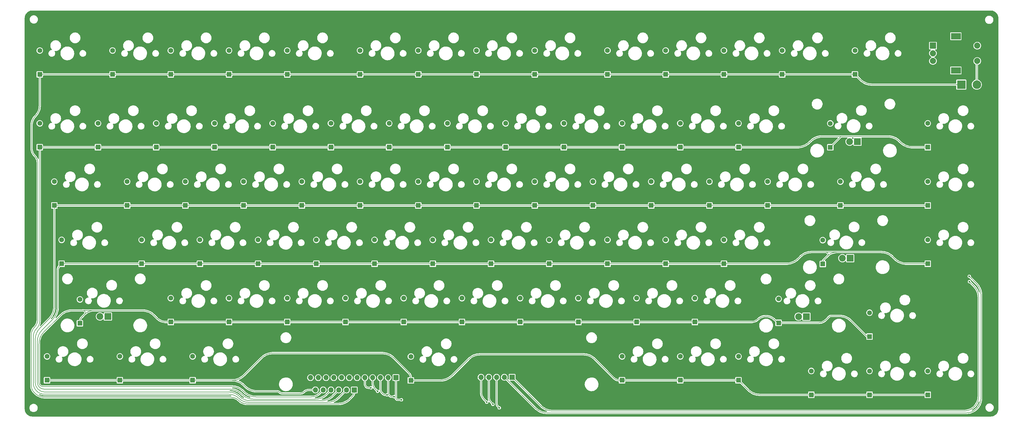
<source format=gbr>
G04 #@! TF.GenerationSoftware,KiCad,Pcbnew,7.0.1*
G04 #@! TF.CreationDate,2023-04-17T11:26:59-07:00*
G04 #@! TF.ProjectId,_autosave-keyboard,5f617574-6f73-4617-9665-2d6b6579626f,rev?*
G04 #@! TF.SameCoordinates,Original*
G04 #@! TF.FileFunction,Copper,L1,Top*
G04 #@! TF.FilePolarity,Positive*
%FSLAX46Y46*%
G04 Gerber Fmt 4.6, Leading zero omitted, Abs format (unit mm)*
G04 Created by KiCad (PCBNEW 7.0.1) date 2023-04-17 11:26:59*
%MOMM*%
%LPD*%
G01*
G04 APERTURE LIST*
G04 #@! TA.AperFunction,ComponentPad*
%ADD10R,1.600000X1.600000*%
G04 #@! TD*
G04 #@! TA.AperFunction,ComponentPad*
%ADD11C,1.600000*%
G04 #@! TD*
G04 #@! TA.AperFunction,ComponentPad*
%ADD12R,1.700000X1.700000*%
G04 #@! TD*
G04 #@! TA.AperFunction,ComponentPad*
%ADD13O,1.700000X1.700000*%
G04 #@! TD*
G04 #@! TA.AperFunction,ComponentPad*
%ADD14C,2.200000*%
G04 #@! TD*
G04 #@! TA.AperFunction,ComponentPad*
%ADD15R,2.200000X2.200000*%
G04 #@! TD*
G04 #@! TA.AperFunction,ComponentPad*
%ADD16R,2.000000X2.000000*%
G04 #@! TD*
G04 #@! TA.AperFunction,ComponentPad*
%ADD17C,2.000000*%
G04 #@! TD*
G04 #@! TA.AperFunction,ComponentPad*
%ADD18R,3.200000X2.000000*%
G04 #@! TD*
G04 #@! TA.AperFunction,ComponentPad*
%ADD19R,2.800000X2.800000*%
G04 #@! TD*
G04 #@! TA.AperFunction,ComponentPad*
%ADD20O,2.800000X2.800000*%
G04 #@! TD*
G04 #@! TA.AperFunction,ViaPad*
%ADD21C,0.600000*%
G04 #@! TD*
G04 #@! TA.AperFunction,Conductor*
%ADD22C,0.200000*%
G04 #@! TD*
G04 APERTURE END LIST*
D10*
X207490000Y-245895000D03*
D11*
X207490000Y-238095000D03*
D10*
X188440000Y-164932500D03*
D11*
X188440000Y-157132500D03*
D10*
X226540000Y-245895000D03*
D11*
X226540000Y-238095000D03*
D10*
X336077500Y-264945000D03*
D11*
X336077500Y-257145000D03*
D10*
X350365000Y-164932500D03*
D11*
X350365000Y-157132500D03*
D10*
X307502500Y-207795000D03*
D11*
X307502500Y-199995000D03*
D10*
X436090000Y-226845000D03*
D11*
X436090000Y-219045000D03*
D10*
X374177500Y-188745000D03*
D11*
X374177500Y-180945000D03*
D10*
X340840000Y-245895000D03*
D11*
X340840000Y-238095000D03*
D12*
X262080000Y-264100000D03*
D13*
X259540000Y-264100000D03*
X257000000Y-264100000D03*
X254460000Y-264100000D03*
X251920000Y-264100000D03*
X249380000Y-264100000D03*
X246840000Y-264100000D03*
X244300000Y-264100000D03*
X241760000Y-264100000D03*
X239220000Y-264100000D03*
X236680000Y-264100000D03*
X234140000Y-264100000D03*
D10*
X359890000Y-245895000D03*
D11*
X359890000Y-238095000D03*
D10*
X174152500Y-207795000D03*
D11*
X174152500Y-199995000D03*
D10*
X407515000Y-207795000D03*
D11*
X407515000Y-199995000D03*
D10*
X152721250Y-226845000D03*
D11*
X152721250Y-219045000D03*
D10*
X321790000Y-245895000D03*
D11*
X321790000Y-238095000D03*
D10*
X331315000Y-226845000D03*
D11*
X331315000Y-219045000D03*
D10*
X264640000Y-245895000D03*
D11*
X264640000Y-238095000D03*
D10*
X245590000Y-245895000D03*
D11*
X245590000Y-238095000D03*
D10*
X331315000Y-164932500D03*
D11*
X331315000Y-157132500D03*
D14*
X393814900Y-244133600D03*
D15*
X396380300Y-244133600D03*
D10*
X397990000Y-269707500D03*
D11*
X397990000Y-261907500D03*
D10*
X183677500Y-188745000D03*
D11*
X183677500Y-180945000D03*
D10*
X317027500Y-188745000D03*
D11*
X317027500Y-180945000D03*
D10*
X283690000Y-245895000D03*
D11*
X283690000Y-238095000D03*
D10*
X326552500Y-207795000D03*
D11*
X326552500Y-199995000D03*
D10*
X259877500Y-188745000D03*
D11*
X259877500Y-180945000D03*
D10*
X369415000Y-164932500D03*
D11*
X369415000Y-157132500D03*
D10*
X374177500Y-264945000D03*
D11*
X374177500Y-257145000D03*
D10*
X202727500Y-188745000D03*
D11*
X202727500Y-180945000D03*
D10*
X193202500Y-207795000D03*
D11*
X193202500Y-199995000D03*
D10*
X364652500Y-207795000D03*
D11*
X364652500Y-199995000D03*
D10*
X417040000Y-269707500D03*
D11*
X417040000Y-261907500D03*
D10*
X302740000Y-245895000D03*
D11*
X302740000Y-238095000D03*
D10*
X436090000Y-269707500D03*
D11*
X436090000Y-261907500D03*
D10*
X226540000Y-164932500D03*
D11*
X226540000Y-157132500D03*
D10*
X145577500Y-188745000D03*
D11*
X145577500Y-180945000D03*
D10*
X212252500Y-207795000D03*
D11*
X212252500Y-199995000D03*
D10*
X164627500Y-188745000D03*
D11*
X164627500Y-180945000D03*
D10*
X350365000Y-226845000D03*
D11*
X350365000Y-219045000D03*
D10*
X274165000Y-226845000D03*
D11*
X274165000Y-219045000D03*
D10*
X250352500Y-164932500D03*
D11*
X250352500Y-157132500D03*
D10*
X250352500Y-207795000D03*
D11*
X250352500Y-199995000D03*
D10*
X240827500Y-188745000D03*
D11*
X240827500Y-180945000D03*
D10*
X178915000Y-226845000D03*
D11*
X178915000Y-219045000D03*
D10*
X171771250Y-264945000D03*
D11*
X171771250Y-257145000D03*
D10*
X388465000Y-164932500D03*
D11*
X388465000Y-157132500D03*
D16*
X437780000Y-155550000D03*
D17*
X437780000Y-160550000D03*
X437780000Y-158050000D03*
D18*
X445280000Y-152450000D03*
X445280000Y-163650000D03*
D17*
X452280000Y-160550000D03*
X452280000Y-155550000D03*
D10*
X169390000Y-164932500D03*
D11*
X169390000Y-157132500D03*
D10*
X217015000Y-226845000D03*
D11*
X217015000Y-219045000D03*
D14*
X165268350Y-244075400D03*
D15*
X167833750Y-244075400D03*
D10*
X269402500Y-164932500D03*
D11*
X269402500Y-157132500D03*
D10*
X412277500Y-164932500D03*
D11*
X412277500Y-157132500D03*
D10*
X207490000Y-164932500D03*
D11*
X207490000Y-157132500D03*
D10*
X150340000Y-207795000D03*
D11*
X150340000Y-199995000D03*
D10*
X355127500Y-264945000D03*
D11*
X355127500Y-257145000D03*
D10*
X312265000Y-226845000D03*
D11*
X312265000Y-219045000D03*
D10*
X436090000Y-207795000D03*
D11*
X436090000Y-199995000D03*
D10*
X345602500Y-207795000D03*
D11*
X345602500Y-199995000D03*
D10*
X278927500Y-188745000D03*
D11*
X278927500Y-180945000D03*
D10*
X266990000Y-264985000D03*
D11*
X266990000Y-257185000D03*
D14*
X410537100Y-186925400D03*
D15*
X413102500Y-186925400D03*
D10*
X293215000Y-226845000D03*
D11*
X293215000Y-219045000D03*
D10*
X336077500Y-188745000D03*
D11*
X336077500Y-180945000D03*
D10*
X369415000Y-226845000D03*
D11*
X369415000Y-219045000D03*
D10*
X355127500Y-188745000D03*
D11*
X355127500Y-180945000D03*
D19*
X447060000Y-168280000D03*
D20*
X452140000Y-168280000D03*
D10*
X288452500Y-207795000D03*
D11*
X288452500Y-199995000D03*
D10*
X147958750Y-264945000D03*
D11*
X147958750Y-257145000D03*
D10*
X417040000Y-250657500D03*
D11*
X417040000Y-242857500D03*
D10*
X195583750Y-264945000D03*
D11*
X195583750Y-257145000D03*
D10*
X255115000Y-226845000D03*
D11*
X255115000Y-219045000D03*
D10*
X297977500Y-188745000D03*
D11*
X297977500Y-180945000D03*
D10*
X269402500Y-207795000D03*
D11*
X269402500Y-199995000D03*
D12*
X248450000Y-268110000D03*
D13*
X245910000Y-268110000D03*
X243370000Y-268110000D03*
X240830000Y-268110000D03*
X238290000Y-268110000D03*
X235750000Y-268110000D03*
D12*
X300090000Y-263960000D03*
D13*
X297550000Y-263960000D03*
X295010000Y-263960000D03*
X292470000Y-263960000D03*
X289930000Y-263960000D03*
D10*
X145577500Y-164932500D03*
D11*
X145577500Y-157132500D03*
D10*
X436090000Y-188745000D03*
D11*
X436090000Y-180945000D03*
D10*
X188440000Y-245895000D03*
D11*
X188440000Y-238095000D03*
D10*
X231302500Y-207795000D03*
D11*
X231302500Y-199995000D03*
D10*
X221777500Y-188745000D03*
D11*
X221777500Y-180945000D03*
D10*
X288452500Y-164932500D03*
D11*
X288452500Y-157132500D03*
D10*
X307502500Y-164932500D03*
D11*
X307502500Y-157132500D03*
D14*
X408155850Y-225025400D03*
D15*
X410721250Y-225025400D03*
D10*
X197965000Y-226845000D03*
D11*
X197965000Y-219045000D03*
D10*
X236065000Y-226845000D03*
D11*
X236065000Y-219045000D03*
D10*
X383702500Y-207795000D03*
D11*
X383702500Y-199995000D03*
D10*
X387290000Y-246160000D03*
D11*
X387290000Y-238360000D03*
D10*
X404200000Y-188770000D03*
D11*
X404200000Y-180970000D03*
D10*
X158710000Y-246320000D03*
D11*
X158710000Y-238520000D03*
D10*
X401740000Y-226930000D03*
D11*
X401740000Y-219130000D03*
D21*
X449680000Y-230950000D03*
X263880000Y-271330000D03*
X261520000Y-270320000D03*
X259210000Y-269720000D03*
X291820000Y-272110000D03*
X449734664Y-232699520D03*
X253910000Y-267420000D03*
X295900000Y-273960000D03*
X256090000Y-268560000D03*
X293820000Y-272810000D03*
D22*
X404366635Y-243908876D02*
G75*
G03*
X403828079Y-244131923I-35J-761624D01*
G01*
X386856857Y-246046867D02*
G75*
G03*
X387130000Y-246160000I273143J273167D01*
G01*
X378335032Y-245895013D02*
G75*
G03*
X380622500Y-244947500I-32J3235013D01*
G01*
X403381922Y-244578078D02*
G75*
G02*
X403381922Y-244578078I0J0D01*
G01*
X382909967Y-243999987D02*
G75*
G03*
X380622500Y-244947500I33J-3235013D01*
G01*
X411032647Y-245502625D02*
G75*
G03*
X407184880Y-243908844I-3847747J-3847775D01*
G01*
X263879446Y-271329438D02*
G75*
G03*
X263878096Y-271328885I-1346J-1362D01*
G01*
X385890015Y-245079985D02*
G75*
G03*
X383282649Y-244000000I-2607315J-2607315D01*
G01*
X400523672Y-246159988D02*
G75*
G03*
X402702500Y-245257500I28J3081288D01*
G01*
X152722812Y-226845000D02*
X152719687Y-226845000D01*
X387450000Y-246160000D02*
X387130000Y-246160000D01*
X403381922Y-244578078D02*
X403828078Y-244131922D01*
X403828078Y-244131922D02*
X403381922Y-244578078D01*
X152730625Y-226845000D02*
X152724375Y-226845000D01*
X183993577Y-244733577D02*
X182963792Y-243703792D01*
X188440000Y-245895000D02*
X378335032Y-245895000D01*
X237160000Y-269240000D02*
X238290000Y-268110000D01*
X259210000Y-269720000D02*
X258675534Y-269720000D01*
X257000000Y-267848751D02*
X257000000Y-264100000D01*
X262080000Y-270783725D02*
X262080000Y-264100000D01*
X144070000Y-251693963D02*
X144070000Y-265627710D01*
X382909967Y-244000000D02*
X383282649Y-244000000D01*
X262296697Y-271223983D02*
X262190681Y-271117967D01*
X257784142Y-269350773D02*
X257414916Y-268981547D01*
X289673963Y-256470000D02*
X323366036Y-256470000D01*
X452210000Y-160620000D02*
X452280000Y-160550000D01*
X208376036Y-266970000D02*
X146563259Y-266970000D01*
X195583750Y-264945000D02*
X208511036Y-264945000D01*
X394286206Y-224613792D02*
X393648792Y-225251207D01*
X147167264Y-270530000D02*
X208139720Y-270530000D01*
X417878963Y-168280000D02*
X447060000Y-168280000D01*
X213330279Y-272680000D02*
X243260395Y-272680000D01*
X259540000Y-268970172D02*
X259540000Y-264100000D01*
X179116036Y-242110000D02*
X163541112Y-242110000D01*
X387450000Y-246160000D02*
X400523672Y-246160000D01*
X143460000Y-250627298D02*
X143460000Y-265883862D01*
X261393792Y-257663792D02*
X266380120Y-262650120D01*
X213920904Y-272180000D02*
X239586036Y-272180000D01*
X263880000Y-271330000D02*
X263879442Y-271329442D01*
X260623174Y-270320000D02*
X261520000Y-270320000D01*
X307696207Y-274036207D02*
X297560000Y-263900000D01*
X449734664Y-232699520D02*
X451243618Y-234208474D01*
X239310000Y-269630000D02*
X240830000Y-268110000D01*
X255275000Y-267745000D02*
X256090000Y-268560000D01*
X223207954Y-268560000D02*
X216573963Y-268560000D01*
X211613792Y-269463792D02*
X211706207Y-269556207D01*
X145300000Y-253003963D02*
X145300000Y-265706740D01*
X398133963Y-223020000D02*
X402565958Y-223020000D01*
X336077500Y-264945000D02*
X374177500Y-264945000D01*
X146893792Y-249156207D02*
X152346207Y-243703792D01*
X311543963Y-275630000D02*
X448750101Y-275630000D01*
X253183259Y-267420000D02*
X253910000Y-267420000D01*
X429128963Y-226845000D02*
X436090000Y-226845000D01*
X453530000Y-270850101D02*
X453530000Y-237083963D01*
X146353792Y-248486207D02*
X149836207Y-245003792D01*
X280498792Y-263391207D02*
X285826207Y-258063792D01*
X333394080Y-264244080D02*
X327213792Y-258063792D01*
X407500000Y-185230000D02*
X401553963Y-185230000D01*
X404366635Y-243908844D02*
X407184880Y-243908844D01*
X251920000Y-266156740D02*
X251920000Y-264100000D01*
X263878096Y-271328885D02*
X262505134Y-271328885D01*
X335086250Y-264945000D02*
X336077500Y-264945000D01*
X151430000Y-229038632D02*
X151430000Y-241156036D01*
X403381922Y-244578078D02*
X402702500Y-245257500D01*
X259873536Y-269880872D02*
X260093100Y-270100436D01*
X152719687Y-226845000D02*
X152718125Y-226845000D01*
X449680000Y-230965000D02*
X449680000Y-230950000D01*
X386856862Y-246046862D02*
X385890000Y-245080000D01*
X414031207Y-166686207D02*
X412277500Y-164932500D01*
X248450000Y-268875000D02*
X248450000Y-268110000D01*
X420796036Y-223020000D02*
X406554041Y-223020000D01*
X257546036Y-256070000D02*
X221893963Y-256070000D01*
X266990000Y-264985000D02*
X276651036Y-264985000D01*
X237596036Y-271630000D02*
X214316970Y-271630000D01*
X156193963Y-242110000D02*
X159538887Y-242110000D01*
X144065000Y-269245000D02*
X143752271Y-268932271D01*
X393531036Y-188745000D02*
X374177500Y-188745000D01*
X309616207Y-273416207D02*
X300100000Y-263900000D01*
X144760000Y-265582476D02*
X144760000Y-252333963D01*
X144950000Y-244972649D02*
X144950000Y-194070782D01*
X415886095Y-250356095D02*
X411032636Y-245502636D01*
X254460000Y-265777415D02*
X254460000Y-264100000D01*
X207533029Y-268820000D02*
X147262289Y-268820000D01*
X147047523Y-267870000D02*
X207766036Y-267870000D01*
X159197903Y-244452096D02*
X160394548Y-243255451D01*
X150340000Y-207795000D02*
X436090000Y-207795000D01*
X145577500Y-164932500D02*
X145577500Y-175188008D01*
X243433792Y-270586207D02*
X245910000Y-268110000D01*
X241443792Y-270036207D02*
X243370000Y-268110000D01*
X142780000Y-265217071D02*
X142780000Y-266585000D01*
X403381922Y-244578078D02*
X402700000Y-245260000D01*
X234431938Y-270370000D02*
X216283963Y-270370000D01*
X407523431Y-185446568D02*
X404200000Y-188770000D01*
X407660000Y-185230000D02*
X407500000Y-185230000D01*
X233510243Y-268110000D02*
X235750000Y-268110000D01*
X212298792Y-266538792D02*
X212726207Y-266966207D01*
X407660000Y-185230000D02*
X423006036Y-185230000D01*
X142790000Y-250187350D02*
X142790000Y-265192928D01*
X215553963Y-271150000D02*
X235640395Y-271150000D01*
X397990000Y-269707500D02*
X436090000Y-269707500D01*
X247909063Y-270180936D02*
X246929999Y-271159999D01*
X218046207Y-257663792D02*
X212358792Y-263351207D01*
X147096137Y-269520000D02*
X207499095Y-269520000D01*
X195583750Y-264945000D02*
X208451036Y-264945000D01*
X289940000Y-268900639D02*
X289940000Y-263900000D01*
X424643792Y-224613792D02*
X425281207Y-225251207D01*
X431028963Y-188745000D02*
X436090000Y-188745000D01*
X292480000Y-270522476D02*
X292480000Y-263900000D01*
X145577500Y-164932500D02*
X412277500Y-164932500D01*
X295900000Y-273960000D02*
X295460000Y-273520000D01*
X159538887Y-242110000D02*
X163541112Y-242110000D01*
X158710000Y-245630000D02*
X158710000Y-246320000D01*
X397706207Y-186823792D02*
X397378792Y-187151206D01*
X377346207Y-268113707D02*
X374177500Y-264945000D01*
X145663792Y-247846207D02*
X148746207Y-244763792D01*
X452752572Y-237851411D02*
X452752572Y-270123283D01*
X145577500Y-245515201D02*
X145577500Y-188745000D01*
X224922045Y-269270000D02*
X230709756Y-269270000D01*
X195583750Y-264945000D02*
X147958750Y-264945000D01*
X295020000Y-272457746D02*
X295020000Y-263900000D01*
X188440000Y-245895000D02*
X186797500Y-245895000D01*
X402565958Y-223020000D02*
X406554041Y-223020000D01*
X145577500Y-188745000D02*
X374177500Y-188745000D01*
X369415000Y-226845000D02*
X152730625Y-226845000D01*
X402125373Y-225454626D02*
X403414548Y-224165451D01*
X452140000Y-160788994D02*
X452140000Y-168280000D01*
X426853792Y-186823792D02*
X427181207Y-187151207D01*
X416613750Y-250657500D02*
X417040000Y-250657500D01*
X449690606Y-230990606D02*
X451936207Y-233236207D01*
X397990000Y-269707500D02*
X381193963Y-269707500D01*
X293150000Y-272140000D02*
X293820000Y-272810000D01*
X142870000Y-189049217D02*
X142870000Y-181724491D01*
X150340000Y-240916036D02*
X150340000Y-207795000D01*
X266990000Y-264985000D02*
X266990000Y-264122500D01*
X152712790Y-226847209D02*
X152072499Y-227487499D01*
X313463963Y-275010000D02*
X447865855Y-275010000D01*
X291820000Y-272110000D02*
X290880000Y-271170000D01*
X401740000Y-226385000D02*
X401740000Y-226930000D01*
X152722812Y-226845000D02*
X152724375Y-226845000D01*
X389801036Y-226845000D02*
X369415000Y-226845000D01*
X212436207Y-268776207D02*
X212223792Y-268563792D01*
X235640395Y-271149998D02*
G75*
G03*
X239310000Y-269630000I5J5189598D01*
G01*
X144069996Y-265627710D02*
G75*
G03*
X145005000Y-267885000I3192304J10D01*
G01*
X252290012Y-267049988D02*
G75*
G03*
X253183259Y-267420000I893288J893288D01*
G01*
X276651036Y-264985010D02*
G75*
G03*
X280498792Y-263391207I-36J5441610D01*
G01*
X148746200Y-244763785D02*
G75*
G03*
X150340000Y-240916036I-3847800J3847785D01*
G01*
X145663821Y-247846236D02*
G75*
G03*
X144070000Y-251693963I3847679J-3847764D01*
G01*
X414031215Y-166686199D02*
G75*
G03*
X417878963Y-168280000I3847785J3847799D01*
G01*
X452752569Y-237851411D02*
G75*
G03*
X451243618Y-234208474I-5151869J11D01*
G01*
X403414551Y-224165453D02*
G75*
G03*
X402565958Y-223020000I-690851J375253D01*
G01*
X449679997Y-230965000D02*
G75*
G03*
X449690607Y-230990605I36203J0D01*
G01*
X237596036Y-271630010D02*
G75*
G03*
X241443792Y-270036207I-36J5441610D01*
G01*
X211706215Y-269556199D02*
G75*
G03*
X215553963Y-271150000I3847785J3847799D01*
G01*
X160394595Y-243255476D02*
G75*
G03*
X159538887Y-242110000I-695395J372876D01*
G01*
X406554040Y-223020036D02*
G75*
G03*
X403414548Y-224165451I-173040J-4400964D01*
G01*
X295019981Y-272457746D02*
G75*
G03*
X295460000Y-273520000I1502319J46D01*
G01*
X221893963Y-256069960D02*
G75*
G03*
X218046208Y-257663793I37J-5441540D01*
G01*
X415886111Y-250356079D02*
G75*
G03*
X416613750Y-250657500I727689J727679D01*
G01*
X144518750Y-248071250D02*
G75*
G03*
X145577500Y-245515201I-2556050J2556050D01*
G01*
X407523424Y-185446561D02*
G75*
G03*
X407580000Y-185310000I-136524J136561D01*
G01*
X448750101Y-275630000D02*
G75*
G03*
X452130000Y-274230000I-1J4779900D01*
G01*
X239586036Y-272180010D02*
G75*
G03*
X243433792Y-270586207I-36J5441610D01*
G01*
X259539970Y-268970172D02*
G75*
G03*
X259873536Y-269880872I1419730J3572D01*
G01*
X234431938Y-270370016D02*
G75*
G03*
X237160000Y-269240000I-38J3858116D01*
G01*
X210924991Y-270225009D02*
G75*
G03*
X207533029Y-268820000I-3391991J-3391991D01*
G01*
X289673963Y-256469960D02*
G75*
G03*
X285826208Y-258063793I37J-5441540D01*
G01*
X327213784Y-258063800D02*
G75*
G03*
X323366036Y-256470000I-3847784J-3847800D01*
G01*
X401553963Y-185229960D02*
G75*
G03*
X397706208Y-186823793I37J-5441540D01*
G01*
X145429993Y-267200007D02*
G75*
G03*
X147047523Y-267870000I1617507J1617507D01*
G01*
X247909069Y-270180942D02*
G75*
G03*
X248450000Y-268875000I-1305969J1305942D01*
G01*
X145299984Y-265706740D02*
G75*
G03*
X145670001Y-266599999I1263316J40D01*
G01*
X212726215Y-266966199D02*
G75*
G03*
X216573963Y-268560000I3847785J3847799D01*
G01*
X233510243Y-268110019D02*
G75*
G03*
X232110001Y-268690001I-43J-1980181D01*
G01*
X210735006Y-271604994D02*
G75*
G03*
X213330279Y-272680000I2595294J2595294D01*
G01*
X451321306Y-273578734D02*
G75*
G03*
X452752572Y-270123283I-3455506J3455434D01*
G01*
X398133963Y-223019988D02*
G75*
G03*
X394286206Y-224613792I37J-5441612D01*
G01*
X243260395Y-272679996D02*
G75*
G03*
X246929999Y-271159999I5J5189596D01*
G01*
X142785008Y-265205008D02*
G75*
G03*
X142780000Y-265217071I12092J-12092D01*
G01*
X262296698Y-271223982D02*
G75*
G03*
X262505134Y-271328884I267802J272582D01*
G01*
X152072491Y-227487491D02*
G75*
G03*
X151430000Y-229038632I1551109J-1551109D01*
G01*
X143869986Y-247579986D02*
G75*
G03*
X144950000Y-244972649I-2607386J2607386D01*
G01*
X230709756Y-269269952D02*
G75*
G03*
X232110000Y-268690000I44J1980252D01*
G01*
X182963784Y-243703800D02*
G75*
G03*
X179116036Y-242110000I-3847784J-3847800D01*
G01*
X144524989Y-268455011D02*
G75*
G03*
X147096137Y-269520000I2571111J2571111D01*
G01*
X152718125Y-226845004D02*
G75*
G03*
X152712790Y-226847209I-25J-7496D01*
G01*
X257784129Y-269350786D02*
G75*
G03*
X258675534Y-269720000I891371J891386D01*
G01*
X453530010Y-237083963D02*
G75*
G03*
X451936206Y-233236208I-5441610J-37D01*
G01*
X144518750Y-248071250D02*
G75*
G03*
X143460000Y-250627298I2556050J-2556050D01*
G01*
X149836200Y-245003785D02*
G75*
G03*
X151430000Y-241156036I-3847800J3847785D01*
G01*
X266989988Y-264122500D02*
G75*
G03*
X266380120Y-262650120I-2082288J0D01*
G01*
X251919984Y-266156740D02*
G75*
G03*
X252290001Y-267049999I1263316J40D01*
G01*
X452210001Y-160620001D02*
G75*
G03*
X452140000Y-160788994I168999J-168999D01*
G01*
X144950007Y-194070782D02*
G75*
G03*
X143910000Y-191560000I-3550807J-18D01*
G01*
X146893821Y-249156236D02*
G75*
G03*
X145300000Y-253003963I3847679J-3847764D01*
G01*
X208511036Y-264945010D02*
G75*
G03*
X212358792Y-263351207I-36J5441610D01*
G01*
X211613784Y-269463800D02*
G75*
G03*
X207766036Y-267870000I-3847784J-3847800D01*
G01*
X210734994Y-271605006D02*
G75*
G03*
X208139720Y-270530000I-2595294J-2595294D01*
G01*
X333394103Y-264244057D02*
G75*
G03*
X335086250Y-264945000I1692197J1692157D01*
G01*
X260093121Y-270100415D02*
G75*
G03*
X260623174Y-270320000I530079J530015D01*
G01*
X402125383Y-225454636D02*
G75*
G03*
X401740000Y-226385000I930317J-930364D01*
G01*
X144223748Y-178456248D02*
G75*
G03*
X145577500Y-175188008I-3268248J3268248D01*
G01*
X210710001Y-270849999D02*
G75*
G03*
X207499095Y-269520000I-3210901J-3210901D01*
G01*
X145670012Y-266599988D02*
G75*
G03*
X146563259Y-266970000I893288J893288D01*
G01*
X254459994Y-265777415D02*
G75*
G03*
X255275000Y-267745000I2782606J15D01*
G01*
X307696215Y-274036199D02*
G75*
G03*
X311543963Y-275630000I3847785J3847799D01*
G01*
X142869993Y-189049217D02*
G75*
G03*
X143910000Y-191560000I3550807J17D01*
G01*
X210925009Y-270224991D02*
G75*
G03*
X214316970Y-271630000I3391991J3391991D01*
G01*
X145005003Y-267884997D02*
G75*
G03*
X147262289Y-268820000I2257297J2257297D01*
G01*
X212298784Y-266538800D02*
G75*
G03*
X208451036Y-264945000I-3847784J-3847800D01*
G01*
X262080022Y-270783725D02*
G75*
G03*
X262190681Y-271117967I573778J4525D01*
G01*
X163541113Y-242109964D02*
G75*
G03*
X160394548Y-243255451I-176013J-4410936D01*
G01*
X142784992Y-265204992D02*
G75*
G03*
X142790000Y-265192928I-12092J12092D01*
G01*
X289939984Y-268900639D02*
G75*
G03*
X290880000Y-271170000I3209416J39D01*
G01*
X452130000Y-274230000D02*
G75*
G03*
X453530000Y-270850101I-3379900J3379900D01*
G01*
X389801036Y-226845010D02*
G75*
G03*
X393648792Y-225251207I-36J5441610D01*
G01*
X261393784Y-257663800D02*
G75*
G03*
X257546036Y-256070000I-3847784J-3847800D01*
G01*
X212436215Y-268776199D02*
G75*
G03*
X216283963Y-270370000I3847785J3847799D01*
G01*
X156193963Y-242109960D02*
G75*
G03*
X152346208Y-243703793I37J-5441540D01*
G01*
X407580000Y-185310000D02*
G75*
G03*
X407500000Y-185230000I-80000J0D01*
G01*
X426853784Y-186823800D02*
G75*
G03*
X423006036Y-185230000I-3847784J-3847800D01*
G01*
X144065010Y-269244990D02*
G75*
G03*
X147167264Y-270530000I3102290J3102290D01*
G01*
X424643784Y-224613800D02*
G75*
G03*
X420796036Y-223020000I-3847784J-3847800D01*
G01*
X210709999Y-270850001D02*
G75*
G03*
X213920904Y-272180000I3210901J3210901D01*
G01*
X224064987Y-268915013D02*
G75*
G03*
X224922045Y-269270000I857013J857013D01*
G01*
X143869985Y-247579985D02*
G75*
G03*
X142790000Y-250187350I2607315J-2607315D01*
G01*
X212223784Y-268563800D02*
G75*
G03*
X208376036Y-266970000I-3847784J-3847800D01*
G01*
X377346215Y-268113699D02*
G75*
G03*
X381193963Y-269707500I3847785J3847799D01*
G01*
X427181215Y-187151199D02*
G75*
G03*
X431028963Y-188745000I3847785J3847799D01*
G01*
X142779988Y-266585000D02*
G75*
G03*
X143752272Y-268932270I3319512J0D01*
G01*
X425281215Y-225251199D02*
G75*
G03*
X429128963Y-226845000I3847785J3847799D01*
G01*
X224065013Y-268914987D02*
G75*
G03*
X223207954Y-268560000I-857013J-857013D01*
G01*
X292480010Y-270522476D02*
G75*
G03*
X293150000Y-272140000I2287490J-24D01*
G01*
X393531036Y-188745009D02*
G75*
G03*
X397378792Y-187151206I-36J5441609D01*
G01*
X144760010Y-265582476D02*
G75*
G03*
X145430000Y-267200000I2287490J-24D01*
G01*
X144223752Y-178456252D02*
G75*
G03*
X142870000Y-181724491I3268248J-3268248D01*
G01*
X407660000Y-185230000D02*
G75*
G03*
X407580000Y-185310000I0J-80000D01*
G01*
X447865855Y-275010044D02*
G75*
G03*
X451321286Y-273578714I-55J4886744D01*
G01*
X159197905Y-244452098D02*
G75*
G03*
X158710000Y-245630000I1177895J-1177902D01*
G01*
X183993566Y-244733588D02*
G75*
G03*
X186797500Y-245895000I2803934J2803988D01*
G01*
X146353821Y-248486236D02*
G75*
G03*
X144760000Y-252333963I3847679J-3847764D01*
G01*
X256999975Y-267848751D02*
G75*
G03*
X257414916Y-268981547I1765625J4351D01*
G01*
X309616215Y-273416199D02*
G75*
G03*
X313463963Y-275010000I3847785J3847799D01*
G01*
X143460016Y-265883862D02*
G75*
G03*
X144525000Y-268455000I3636084J-38D01*
G01*
G04 #@! TA.AperFunction,NonConductor*
G36*
X456698801Y-144053230D02*
G01*
X456728105Y-144055002D01*
X456988684Y-144070764D01*
X457003765Y-144072595D01*
X457285682Y-144124258D01*
X457300429Y-144127893D01*
X457574071Y-144213163D01*
X457588283Y-144218554D01*
X457849624Y-144336174D01*
X457863090Y-144343240D01*
X458108367Y-144491516D01*
X458120866Y-144500143D01*
X458346485Y-144676904D01*
X458357865Y-144686987D01*
X458560512Y-144889634D01*
X458570596Y-144901015D01*
X458747353Y-145126630D01*
X458755985Y-145139135D01*
X458896633Y-145371795D01*
X458904255Y-145384403D01*
X458911325Y-145397875D01*
X459028943Y-145659211D01*
X459034339Y-145673437D01*
X459078793Y-145816096D01*
X459119602Y-145947054D01*
X459123243Y-145961828D01*
X459174902Y-146243722D01*
X459176736Y-146258826D01*
X459194270Y-146548698D01*
X459194500Y-146556306D01*
X459194500Y-274303694D01*
X459194270Y-274311302D01*
X459176736Y-274601173D01*
X459174902Y-274616277D01*
X459123243Y-274898171D01*
X459119602Y-274912945D01*
X459034339Y-275186562D01*
X459028943Y-275200788D01*
X458911325Y-275462124D01*
X458904255Y-275475596D01*
X458755990Y-275720857D01*
X458747347Y-275733377D01*
X458637503Y-275873584D01*
X458570602Y-275958977D01*
X458560512Y-275970365D01*
X458357865Y-276173012D01*
X458346477Y-276183102D01*
X458120880Y-276359846D01*
X458108357Y-276368490D01*
X457863096Y-276516755D01*
X457849624Y-276523825D01*
X457588288Y-276641443D01*
X457574062Y-276646839D01*
X457300445Y-276732102D01*
X457285671Y-276735743D01*
X457003777Y-276787402D01*
X456988673Y-276789236D01*
X456698802Y-276806770D01*
X456691194Y-276807000D01*
X143136306Y-276807000D01*
X143128698Y-276806770D01*
X142838826Y-276789236D01*
X142823722Y-276787402D01*
X142541828Y-276735743D01*
X142527058Y-276732103D01*
X142253437Y-276646839D01*
X142239211Y-276641443D01*
X141977875Y-276523825D01*
X141964403Y-276516755D01*
X141719135Y-276368485D01*
X141706630Y-276359853D01*
X141481015Y-276183096D01*
X141469634Y-276173012D01*
X141266987Y-275970365D01*
X141256904Y-275958985D01*
X141080143Y-275733366D01*
X141071516Y-275720867D01*
X140923240Y-275475590D01*
X140916174Y-275462124D01*
X140865936Y-275350500D01*
X140798554Y-275200783D01*
X140793163Y-275186571D01*
X140707893Y-274912929D01*
X140704258Y-274898182D01*
X140652595Y-274616265D01*
X140650764Y-274601184D01*
X140634583Y-274333663D01*
X140633230Y-274311301D01*
X140633000Y-274303694D01*
X140633000Y-273999999D01*
X142184341Y-273999999D01*
X142204937Y-274235409D01*
X142266096Y-274463662D01*
X142365965Y-274677829D01*
X142501507Y-274871404D01*
X142668595Y-275038492D01*
X142668598Y-275038494D01*
X142668599Y-275038495D01*
X142862171Y-275174035D01*
X143076337Y-275273903D01*
X143304592Y-275335063D01*
X143481034Y-275350500D01*
X143598960Y-275350500D01*
X143598966Y-275350500D01*
X143775408Y-275335063D01*
X144003663Y-275273903D01*
X144217829Y-275174035D01*
X144411401Y-275038495D01*
X144578495Y-274871401D01*
X144714035Y-274677830D01*
X144813903Y-274463663D01*
X144875063Y-274235408D01*
X144895659Y-274000000D01*
X144875063Y-273764592D01*
X144813903Y-273536337D01*
X144714035Y-273322171D01*
X144578495Y-273128599D01*
X144578494Y-273128598D01*
X144578492Y-273128595D01*
X144411404Y-272961507D01*
X144217829Y-272825965D01*
X144003662Y-272726096D01*
X143775409Y-272664937D01*
X143750202Y-272662731D01*
X143598966Y-272649500D01*
X143481034Y-272649500D01*
X143348702Y-272661077D01*
X143304590Y-272664937D01*
X143076337Y-272726096D01*
X142862170Y-272825965D01*
X142668595Y-272961507D01*
X142501507Y-273128595D01*
X142365965Y-273322169D01*
X142266096Y-273536336D01*
X142204937Y-273764590D01*
X142184341Y-273999999D01*
X140633000Y-273999999D01*
X140633000Y-265291321D01*
X142429373Y-265291321D01*
X142429500Y-265292127D01*
X142429500Y-266532797D01*
X142429488Y-266532857D01*
X142429488Y-266585000D01*
X142429488Y-266745238D01*
X142446453Y-266939139D01*
X142457420Y-267064496D01*
X142505488Y-267337095D01*
X142513071Y-267380102D01*
X142595606Y-267688125D01*
X142596018Y-267689660D01*
X142705626Y-267990807D01*
X142828414Y-268254119D01*
X142841068Y-268281255D01*
X142950846Y-268471393D01*
X143001309Y-268558796D01*
X143185127Y-268821312D01*
X143382575Y-269056618D01*
X143391127Y-269066809D01*
X143423903Y-269099585D01*
X143448613Y-269124294D01*
X143448618Y-269124301D01*
X143844999Y-269520682D01*
X143845137Y-269520799D01*
X143948798Y-269624459D01*
X144221626Y-269857476D01*
X144231889Y-269866241D01*
X144348665Y-269951084D01*
X144533085Y-270085073D01*
X144790088Y-270242566D01*
X144850512Y-270279594D01*
X145182228Y-270448613D01*
X145526181Y-270591085D01*
X145810578Y-270683492D01*
X145880259Y-270706133D01*
X146058917Y-270749026D01*
X146242259Y-270793044D01*
X146609969Y-270851286D01*
X146981114Y-270880498D01*
X147094104Y-270880498D01*
X147094110Y-270880500D01*
X147108776Y-270880500D01*
X147167261Y-270880500D01*
X208084204Y-270880500D01*
X208136629Y-270880500D01*
X208142811Y-270880651D01*
X208458932Y-270896183D01*
X208471231Y-270897394D01*
X208781253Y-270943383D01*
X208793371Y-270945794D01*
X209097416Y-271021954D01*
X209109218Y-271025535D01*
X209404318Y-271131124D01*
X209415731Y-271135852D01*
X209627788Y-271236148D01*
X209699046Y-271269851D01*
X209709951Y-271275679D01*
X209800580Y-271330000D01*
X209973578Y-271433692D01*
X209978779Y-271436809D01*
X209989060Y-271443679D01*
X210239124Y-271629139D01*
X210240783Y-271630369D01*
X210250342Y-271638213D01*
X210485012Y-271850907D01*
X210489459Y-271855141D01*
X210517783Y-271883465D01*
X210540852Y-271906534D01*
X210540893Y-271906563D01*
X210591152Y-271956822D01*
X210611303Y-271976973D01*
X210880250Y-272202647D01*
X210880256Y-272202651D01*
X210880257Y-272202652D01*
X211167862Y-272404036D01*
X211170637Y-272405638D01*
X211471919Y-272579585D01*
X211560075Y-272620693D01*
X211790130Y-272727970D01*
X212120057Y-272848055D01*
X212459194Y-272938928D01*
X212804961Y-272999897D01*
X212804967Y-272999897D01*
X212804970Y-272999898D01*
X213154720Y-273030499D01*
X213154726Y-273030499D01*
X213246726Y-273030499D01*
X213246730Y-273030500D01*
X213271791Y-273030500D01*
X213330277Y-273030500D01*
X243204881Y-273030500D01*
X243289435Y-273030500D01*
X243300289Y-273030500D01*
X243300332Y-273030496D01*
X243478066Y-273030497D01*
X243912066Y-272996340D01*
X244342049Y-272928238D01*
X244765363Y-272826610D01*
X245179399Y-272692082D01*
X245581603Y-272525484D01*
X245969496Y-272327842D01*
X246340686Y-272100377D01*
X246692886Y-271844489D01*
X247023923Y-271561757D01*
X247126107Y-271459570D01*
X247126111Y-271459568D01*
X247136481Y-271449197D01*
X247136483Y-271449197D01*
X248107280Y-270478399D01*
X248107289Y-270478393D01*
X248121982Y-270463700D01*
X248122018Y-270463675D01*
X248156912Y-270428779D01*
X248156913Y-270428780D01*
X248244170Y-270341521D01*
X248398047Y-270148561D01*
X248529353Y-269939586D01*
X248636436Y-269717223D01*
X248666936Y-269630058D01*
X248717949Y-269484271D01*
X248758075Y-269308463D01*
X248782405Y-269257941D01*
X248826246Y-269222978D01*
X248880916Y-269210500D01*
X249324673Y-269210500D01*
X249324674Y-269210500D01*
X249397740Y-269195966D01*
X249480601Y-269140601D01*
X249535966Y-269057740D01*
X249550500Y-268984674D01*
X249550500Y-267235326D01*
X249535966Y-267162260D01*
X249480601Y-267079399D01*
X249397740Y-267024034D01*
X249324674Y-267009500D01*
X247575326Y-267009500D01*
X247502260Y-267024034D01*
X247419399Y-267079399D01*
X247364034Y-267162260D01*
X247349500Y-267235326D01*
X247349500Y-268984674D01*
X247364034Y-269057740D01*
X247419399Y-269140601D01*
X247502260Y-269195966D01*
X247575326Y-269210500D01*
X247890262Y-269210500D01*
X247947832Y-269224421D01*
X247992681Y-269263108D01*
X248014898Y-269318013D01*
X248009575Y-269376999D01*
X247989131Y-269437226D01*
X247988252Y-269439816D01*
X247981945Y-269455041D01*
X247902677Y-269615784D01*
X247894437Y-269630058D01*
X247794871Y-269779071D01*
X247784838Y-269792147D01*
X247664027Y-269929908D01*
X247658389Y-269935927D01*
X246703689Y-270890626D01*
X246683925Y-270910390D01*
X246680359Y-270913820D01*
X246406774Y-271166719D01*
X246399251Y-271173144D01*
X246108634Y-271402247D01*
X246100630Y-271408062D01*
X245792931Y-271613661D01*
X245784511Y-271618820D01*
X245461614Y-271799651D01*
X245452811Y-271804137D01*
X245116736Y-271959070D01*
X245107596Y-271962856D01*
X244760399Y-272090943D01*
X244750989Y-272094000D01*
X244394831Y-272194446D01*
X244385211Y-272196756D01*
X244022258Y-272268952D01*
X244012487Y-272270500D01*
X243644980Y-272313997D01*
X243635117Y-272314773D01*
X243262756Y-272329403D01*
X243257809Y-272329500D01*
X241856848Y-272329500D01*
X241791013Y-272310933D01*
X241744581Y-272260703D01*
X241731236Y-272193614D01*
X241754912Y-272129439D01*
X241808628Y-272087091D01*
X242012804Y-272002519D01*
X242418337Y-271795889D01*
X242806408Y-271558079D01*
X243174624Y-271290554D01*
X243520716Y-270994964D01*
X243622552Y-270893126D01*
X243622555Y-270893125D01*
X243640275Y-270875405D01*
X243640276Y-270875405D01*
X245358571Y-269157109D01*
X245398548Y-269130175D01*
X245445721Y-269120224D01*
X245493174Y-269128717D01*
X245607544Y-269173024D01*
X245808024Y-269210500D01*
X246011974Y-269210500D01*
X246011976Y-269210500D01*
X246212456Y-269173024D01*
X246402637Y-269099348D01*
X246576041Y-268991981D01*
X246726764Y-268854579D01*
X246849673Y-268691821D01*
X246940582Y-268509250D01*
X246996397Y-268313083D01*
X247015215Y-268110000D01*
X246996397Y-267906917D01*
X246940582Y-267710750D01*
X246849673Y-267528179D01*
X246726764Y-267365421D01*
X246576041Y-267228019D01*
X246576038Y-267228017D01*
X246576037Y-267228016D01*
X246402640Y-267120653D01*
X246212456Y-267046976D01*
X246011976Y-267009500D01*
X245808024Y-267009500D01*
X245674370Y-267034484D01*
X245607543Y-267046976D01*
X245417359Y-267120653D01*
X245243962Y-267228016D01*
X245093235Y-267365422D01*
X244970328Y-267528177D01*
X244879417Y-267710752D01*
X244823603Y-267906914D01*
X244804785Y-268110000D01*
X244823603Y-268313085D01*
X244879418Y-268509252D01*
X244884101Y-268518657D01*
X244897175Y-268569000D01*
X244888800Y-268620334D01*
X244860404Y-268663912D01*
X243187718Y-270336597D01*
X243184152Y-270340027D01*
X242896040Y-270606355D01*
X242888517Y-270612780D01*
X242582363Y-270854131D01*
X242574359Y-270859946D01*
X242250216Y-271076532D01*
X242241780Y-271081701D01*
X241901640Y-271272189D01*
X241892826Y-271276681D01*
X241538791Y-271439895D01*
X241529650Y-271443681D01*
X241163897Y-271578615D01*
X241154488Y-271581672D01*
X240779285Y-271687491D01*
X240769665Y-271689801D01*
X240387309Y-271765859D01*
X240377537Y-271767407D01*
X239990384Y-271813232D01*
X239980521Y-271814008D01*
X239768099Y-271822355D01*
X239700725Y-271805900D01*
X239652264Y-271756284D01*
X239637401Y-271688541D01*
X239660637Y-271623194D01*
X239714930Y-271580045D01*
X240022804Y-271452519D01*
X240428337Y-271245889D01*
X240816408Y-271008079D01*
X241184624Y-270740554D01*
X241530716Y-270444964D01*
X241632552Y-270343126D01*
X241632555Y-270343125D01*
X241650275Y-270325405D01*
X241650276Y-270325405D01*
X242818570Y-269157109D01*
X242858547Y-269130175D01*
X242905720Y-269120224D01*
X242953171Y-269128716D01*
X243067544Y-269173024D01*
X243268024Y-269210500D01*
X243471974Y-269210500D01*
X243471976Y-269210500D01*
X243672456Y-269173024D01*
X243862637Y-269099348D01*
X244036041Y-268991981D01*
X244186764Y-268854579D01*
X244309673Y-268691821D01*
X244400582Y-268509250D01*
X244456397Y-268313083D01*
X244475215Y-268110000D01*
X244456397Y-267906917D01*
X244400582Y-267710750D01*
X244309673Y-267528179D01*
X244186764Y-267365421D01*
X244036041Y-267228019D01*
X244036038Y-267228017D01*
X244036037Y-267228016D01*
X243862640Y-267120653D01*
X243672456Y-267046976D01*
X243471976Y-267009500D01*
X243268024Y-267009500D01*
X243134370Y-267034484D01*
X243067543Y-267046976D01*
X242877359Y-267120653D01*
X242703962Y-267228016D01*
X242553235Y-267365422D01*
X242430328Y-267528177D01*
X242339417Y-267710752D01*
X242283603Y-267906914D01*
X242264785Y-268110000D01*
X242283603Y-268313085D01*
X242339418Y-268509252D01*
X242344101Y-268518657D01*
X242357175Y-268569000D01*
X242348800Y-268620334D01*
X242320404Y-268663912D01*
X241197718Y-269786597D01*
X241194152Y-269790027D01*
X240906040Y-270056355D01*
X240898517Y-270062780D01*
X240592363Y-270304131D01*
X240584359Y-270309946D01*
X240260216Y-270526532D01*
X240251780Y-270531701D01*
X239911640Y-270722189D01*
X239902826Y-270726681D01*
X239685202Y-270827008D01*
X239565227Y-270882318D01*
X239548791Y-270889895D01*
X239539650Y-270893681D01*
X239173897Y-271028615D01*
X239164488Y-271031672D01*
X238789285Y-271137491D01*
X238779665Y-271139801D01*
X238397309Y-271215859D01*
X238387537Y-271217407D01*
X238000384Y-271263232D01*
X237990523Y-271264008D01*
X237947398Y-271265703D01*
X237880022Y-271249248D01*
X237831561Y-271199633D01*
X237816698Y-271131889D01*
X237839934Y-271066542D01*
X237894228Y-271023392D01*
X237961604Y-270995485D01*
X238349497Y-270797844D01*
X238720687Y-270570378D01*
X239072887Y-270314490D01*
X239403924Y-270031758D01*
X239557841Y-269877841D01*
X239597095Y-269838587D01*
X239597095Y-269838586D01*
X240278569Y-269157111D01*
X240318548Y-269130175D01*
X240365721Y-269120224D01*
X240413174Y-269128717D01*
X240527544Y-269173024D01*
X240728024Y-269210500D01*
X240931974Y-269210500D01*
X240931976Y-269210500D01*
X241132456Y-269173024D01*
X241322637Y-269099348D01*
X241496041Y-268991981D01*
X241646764Y-268854579D01*
X241769673Y-268691821D01*
X241860582Y-268509250D01*
X241916397Y-268313083D01*
X241935215Y-268110000D01*
X241916397Y-267906917D01*
X241860582Y-267710750D01*
X241769673Y-267528179D01*
X241646764Y-267365421D01*
X241496041Y-267228019D01*
X241496038Y-267228017D01*
X241496037Y-267228016D01*
X241322640Y-267120653D01*
X241132456Y-267046976D01*
X240931976Y-267009500D01*
X240728024Y-267009500D01*
X240594370Y-267034484D01*
X240527543Y-267046976D01*
X240337359Y-267120653D01*
X240163962Y-267228016D01*
X240013235Y-267365422D01*
X239890328Y-267528177D01*
X239799417Y-267710752D01*
X239743603Y-267906914D01*
X239724785Y-268110000D01*
X239743603Y-268313085D01*
X239799418Y-268509251D01*
X239804101Y-268518656D01*
X239817175Y-268568999D01*
X239808800Y-268620333D01*
X239780405Y-268663911D01*
X239083691Y-269360626D01*
X239083690Y-269360625D01*
X239083688Y-269360629D01*
X239063926Y-269380391D01*
X239060360Y-269383821D01*
X238786775Y-269636720D01*
X238779252Y-269643145D01*
X238488635Y-269872249D01*
X238480631Y-269878064D01*
X238172932Y-270083663D01*
X238164512Y-270088822D01*
X238002597Y-270179500D01*
X237841627Y-270269647D01*
X237832812Y-270274138D01*
X237496736Y-270429071D01*
X237487596Y-270432857D01*
X237140400Y-270560945D01*
X237130990Y-270564002D01*
X236774832Y-270664448D01*
X236765212Y-270666758D01*
X236402258Y-270738954D01*
X236392487Y-270740502D01*
X236024980Y-270783999D01*
X236015117Y-270784775D01*
X235654997Y-270798924D01*
X235595558Y-270786628D01*
X235548764Y-270747969D01*
X235525475Y-270691917D01*
X235531095Y-270631480D01*
X235564319Y-270580683D01*
X235617437Y-270551314D01*
X235698685Y-270529544D01*
X236044021Y-270403850D01*
X236377088Y-270248537D01*
X236695351Y-270064786D01*
X236996389Y-269853996D01*
X237012875Y-269840163D01*
X237274711Y-269620455D01*
X237277910Y-269617771D01*
X237407841Y-269487841D01*
X237447095Y-269448587D01*
X237738569Y-269157111D01*
X237778549Y-269130175D01*
X237825722Y-269120224D01*
X237873173Y-269128717D01*
X237987544Y-269173024D01*
X238188024Y-269210500D01*
X238391974Y-269210500D01*
X238391976Y-269210500D01*
X238592456Y-269173024D01*
X238782637Y-269099348D01*
X238956041Y-268991981D01*
X239106764Y-268854579D01*
X239229673Y-268691821D01*
X239320582Y-268509250D01*
X239376397Y-268313083D01*
X239395215Y-268110000D01*
X239376397Y-267906917D01*
X239320582Y-267710750D01*
X239229673Y-267528179D01*
X239106764Y-267365421D01*
X238956041Y-267228019D01*
X238956038Y-267228017D01*
X238956037Y-267228016D01*
X238782640Y-267120653D01*
X238592456Y-267046976D01*
X238391976Y-267009500D01*
X238188024Y-267009500D01*
X238054370Y-267034484D01*
X237987543Y-267046976D01*
X237797359Y-267120653D01*
X237623962Y-267228016D01*
X237473235Y-267365422D01*
X237350328Y-267528177D01*
X237259417Y-267710752D01*
X237203603Y-267906914D01*
X237184785Y-268110000D01*
X237203603Y-268313085D01*
X237259418Y-268509251D01*
X237264100Y-268518654D01*
X237277175Y-268568997D01*
X237268801Y-268620332D01*
X237240405Y-268663911D01*
X237021492Y-268882826D01*
X236951413Y-268952905D01*
X236930840Y-268973478D01*
X236914351Y-268989967D01*
X236909873Y-268994230D01*
X236661696Y-269219164D01*
X236652138Y-269227008D01*
X236385608Y-269424681D01*
X236375327Y-269431551D01*
X236090692Y-269602156D01*
X236079788Y-269607984D01*
X235907190Y-269689618D01*
X235783606Y-269748070D01*
X235779821Y-269749860D01*
X235768397Y-269754592D01*
X235455960Y-269866386D01*
X235444127Y-269869976D01*
X235122228Y-269950609D01*
X235110101Y-269953021D01*
X234781859Y-270001714D01*
X234769554Y-270002926D01*
X234435354Y-270019348D01*
X234429170Y-270019500D01*
X216286445Y-270019500D01*
X216281497Y-270019403D01*
X215889475Y-270003997D01*
X215879613Y-270003221D01*
X215492464Y-269957397D01*
X215482692Y-269955849D01*
X215100335Y-269879791D01*
X215090715Y-269877481D01*
X214715513Y-269771663D01*
X214706104Y-269768606D01*
X214366032Y-269643145D01*
X214340350Y-269633670D01*
X214331212Y-269629885D01*
X214310854Y-269620500D01*
X214247192Y-269591151D01*
X213977178Y-269466672D01*
X213968363Y-269462180D01*
X213628223Y-269271692D01*
X213619787Y-269266523D01*
X213295645Y-269049938D01*
X213287641Y-269044123D01*
X213015268Y-268829402D01*
X212981485Y-268802769D01*
X212973965Y-268796347D01*
X212960543Y-268783940D01*
X212685648Y-268529830D01*
X212682121Y-268526439D01*
X212451099Y-268295417D01*
X212451098Y-268295416D01*
X212443853Y-268288171D01*
X212443752Y-268288085D01*
X212310704Y-268155038D01*
X212006216Y-267894982D01*
X211964617Y-267859453D01*
X211596402Y-267591929D01*
X211208332Y-267354119D01*
X210802800Y-267147490D01*
X210790451Y-267142375D01*
X210382306Y-266973315D01*
X209949447Y-266832668D01*
X209506876Y-266726414D01*
X209057346Y-266655214D01*
X208603601Y-266619500D01*
X208434524Y-266619500D01*
X146568219Y-266619500D01*
X146558329Y-266619111D01*
X146430369Y-266609036D01*
X146410842Y-266605943D01*
X146290855Y-266577134D01*
X146272051Y-266571024D01*
X146158045Y-266523798D01*
X146140430Y-266514822D01*
X146035220Y-266450348D01*
X146019226Y-266438727D01*
X145925318Y-266358522D01*
X145911337Y-266344542D01*
X145831259Y-266250783D01*
X145819639Y-266234789D01*
X145761091Y-266139251D01*
X145755159Y-266129571D01*
X145746190Y-266111971D01*
X145698958Y-265997948D01*
X145692851Y-265979150D01*
X145681370Y-265931335D01*
X145664039Y-265859153D01*
X145660947Y-265839630D01*
X145660539Y-265834453D01*
X145655439Y-265769674D01*
X146908250Y-265769674D01*
X146922784Y-265842740D01*
X146978149Y-265925601D01*
X147061010Y-265980966D01*
X147134076Y-265995500D01*
X148783423Y-265995500D01*
X148783424Y-265995500D01*
X148856490Y-265980966D01*
X148939351Y-265925601D01*
X148994716Y-265842740D01*
X149009250Y-265769674D01*
X149009250Y-265421500D01*
X149026131Y-265358500D01*
X149072250Y-265312381D01*
X149135250Y-265295500D01*
X170594750Y-265295500D01*
X170657750Y-265312381D01*
X170703869Y-265358500D01*
X170720750Y-265421500D01*
X170720750Y-265769674D01*
X170735284Y-265842740D01*
X170790649Y-265925601D01*
X170873510Y-265980966D01*
X170946576Y-265995500D01*
X172595923Y-265995500D01*
X172595924Y-265995500D01*
X172668990Y-265980966D01*
X172751851Y-265925601D01*
X172807216Y-265842740D01*
X172821750Y-265769674D01*
X172821750Y-265421500D01*
X172838631Y-265358500D01*
X172884750Y-265312381D01*
X172947750Y-265295500D01*
X194407250Y-265295500D01*
X194470250Y-265312381D01*
X194516369Y-265358500D01*
X194533250Y-265421500D01*
X194533250Y-265769674D01*
X194547784Y-265842740D01*
X194603149Y-265925601D01*
X194686010Y-265980966D01*
X194759076Y-265995500D01*
X196408423Y-265995500D01*
X196408424Y-265995500D01*
X196481490Y-265980966D01*
X196564351Y-265925601D01*
X196619716Y-265842740D01*
X196634250Y-265769674D01*
X196634250Y-265421500D01*
X196651131Y-265358500D01*
X196697250Y-265312381D01*
X196760250Y-265295500D01*
X208395520Y-265295500D01*
X208448555Y-265295500D01*
X208453502Y-265295597D01*
X208845530Y-265311001D01*
X208855373Y-265311776D01*
X209242550Y-265357604D01*
X209252293Y-265359147D01*
X209634663Y-265435207D01*
X209644282Y-265437516D01*
X210019497Y-265543340D01*
X210028881Y-265546389D01*
X210394661Y-265681333D01*
X210403762Y-265685102D01*
X210757826Y-265848329D01*
X210766631Y-265852816D01*
X211106779Y-266043308D01*
X211115215Y-266048478D01*
X211439353Y-266265061D01*
X211447357Y-266270876D01*
X211558536Y-266358522D01*
X211738201Y-266500158D01*
X211753510Y-266512226D01*
X211761028Y-266518647D01*
X211985792Y-266726415D01*
X212049343Y-266785161D01*
X212052883Y-266788565D01*
X212285342Y-267021024D01*
X212506309Y-267241991D01*
X212506407Y-267242074D01*
X212639294Y-267374960D01*
X212985378Y-267670543D01*
X212985382Y-267670546D01*
X213353597Y-267938070D01*
X213741667Y-268175880D01*
X214147199Y-268382510D01*
X214567693Y-268556685D01*
X215000556Y-268697332D01*
X215443119Y-268803584D01*
X215892655Y-268874786D01*
X216346391Y-268910499D01*
X216490410Y-268910499D01*
X216490414Y-268910500D01*
X216515475Y-268910500D01*
X216573961Y-268910500D01*
X223132000Y-268910500D01*
X223132018Y-268910502D01*
X223152452Y-268910501D01*
X223152454Y-268910502D01*
X223203019Y-268910500D01*
X223212897Y-268910887D01*
X223332862Y-268920324D01*
X223352380Y-268923415D01*
X223464557Y-268950344D01*
X223483355Y-268956451D01*
X223587186Y-268999457D01*
X223589939Y-269000597D01*
X223607555Y-269009572D01*
X223705921Y-269069849D01*
X223721907Y-269081464D01*
X223777235Y-269128718D01*
X223813054Y-269159311D01*
X223820319Y-269166027D01*
X223889566Y-269235275D01*
X224050908Y-269359075D01*
X224052071Y-269359967D01*
X224229463Y-269462382D01*
X224418705Y-269540764D01*
X224616560Y-269593774D01*
X224819641Y-269620504D01*
X224922058Y-269620500D01*
X230709748Y-269620500D01*
X230738796Y-269620500D01*
X230749125Y-269620500D01*
X230749687Y-269620452D01*
X230840638Y-269620455D01*
X231100773Y-269591151D01*
X231355991Y-269532906D01*
X231603083Y-269446452D01*
X231838942Y-269332877D01*
X232060602Y-269193609D01*
X232265275Y-269030399D01*
X232302039Y-268993636D01*
X232302051Y-268993629D01*
X232318583Y-268977096D01*
X232318587Y-268977095D01*
X232354931Y-268940750D01*
X232360909Y-268935151D01*
X232511914Y-268802724D01*
X232524987Y-268792694D01*
X232526382Y-268791762D01*
X232688503Y-268683436D01*
X232702769Y-268675200D01*
X232879161Y-268588214D01*
X232894372Y-268581913D01*
X233080618Y-268518694D01*
X233096528Y-268514432D01*
X233289428Y-268476064D01*
X233305742Y-268473917D01*
X233447128Y-268464653D01*
X233506410Y-268460770D01*
X233514646Y-268460500D01*
X233565749Y-268460501D01*
X233565752Y-268460500D01*
X234617127Y-268460500D01*
X234683457Y-268479373D01*
X234729917Y-268530337D01*
X234810325Y-268691818D01*
X234810326Y-268691819D01*
X234810327Y-268691821D01*
X234933236Y-268854579D01*
X235083959Y-268991981D01*
X235083961Y-268991982D01*
X235083962Y-268991983D01*
X235257359Y-269099346D01*
X235257361Y-269099346D01*
X235257363Y-269099348D01*
X235447544Y-269173024D01*
X235648024Y-269210500D01*
X235851974Y-269210500D01*
X235851976Y-269210500D01*
X236052456Y-269173024D01*
X236242637Y-269099348D01*
X236416041Y-268991981D01*
X236566764Y-268854579D01*
X236689673Y-268691821D01*
X236780582Y-268509250D01*
X236836397Y-268313083D01*
X236855215Y-268110000D01*
X236836397Y-267906917D01*
X236780582Y-267710750D01*
X236689673Y-267528179D01*
X236566764Y-267365421D01*
X236416041Y-267228019D01*
X236416038Y-267228017D01*
X236416037Y-267228016D01*
X236242640Y-267120653D01*
X236052456Y-267046976D01*
X235851976Y-267009500D01*
X235648024Y-267009500D01*
X235514370Y-267034484D01*
X235447543Y-267046976D01*
X235257359Y-267120653D01*
X235083962Y-267228016D01*
X234933235Y-267365422D01*
X234810325Y-267528181D01*
X234729917Y-267689663D01*
X234683457Y-267740627D01*
X234617127Y-267759500D01*
X233471256Y-267759500D01*
X233471031Y-267759517D01*
X233379359Y-267759517D01*
X233119218Y-267788822D01*
X232864001Y-267847070D01*
X232616903Y-267933529D01*
X232381047Y-268047109D01*
X232159388Y-268186385D01*
X232085095Y-268245632D01*
X231954715Y-268349606D01*
X231954712Y-268349608D01*
X231954713Y-268349608D01*
X231892647Y-268411673D01*
X231892645Y-268411675D01*
X231865084Y-268439234D01*
X231859066Y-268444870D01*
X231708095Y-268577257D01*
X231695020Y-268587289D01*
X231531501Y-268696542D01*
X231517227Y-268704783D01*
X231340837Y-268791762D01*
X231325610Y-268798068D01*
X231139394Y-268861274D01*
X231123474Y-268865540D01*
X230930579Y-268903904D01*
X230914238Y-268906054D01*
X230713145Y-268919229D01*
X230704908Y-268919499D01*
X230633807Y-268919499D01*
X230633801Y-268919500D01*
X224998000Y-268919500D01*
X224997981Y-268919497D01*
X224926982Y-268919499D01*
X224917097Y-268919111D01*
X224797141Y-268909675D01*
X224777610Y-268906582D01*
X224665445Y-268879656D01*
X224646641Y-268873547D01*
X224540060Y-268829402D01*
X224522443Y-268820426D01*
X224445578Y-268773325D01*
X224424081Y-268760151D01*
X224408086Y-268748530D01*
X224316944Y-268670686D01*
X224309679Y-268663971D01*
X224240433Y-268594724D01*
X224077931Y-268470034D01*
X223900537Y-268367618D01*
X223711294Y-268289235D01*
X223673219Y-268279034D01*
X223513439Y-268236226D01*
X223310357Y-268209496D01*
X223310353Y-268209496D01*
X223207941Y-268209500D01*
X216576445Y-268209500D01*
X216571497Y-268209403D01*
X216179475Y-268193997D01*
X216169613Y-268193221D01*
X215782464Y-268147397D01*
X215772692Y-268145849D01*
X215390335Y-268069791D01*
X215380715Y-268067481D01*
X215005513Y-267961663D01*
X214996104Y-267958606D01*
X214813228Y-267891138D01*
X214630350Y-267823670D01*
X214621212Y-267819885D01*
X214605455Y-267812621D01*
X214523934Y-267775039D01*
X214267178Y-267656672D01*
X214258363Y-267652180D01*
X213918223Y-267461692D01*
X213909787Y-267456523D01*
X213585645Y-267239938D01*
X213577641Y-267234123D01*
X213307326Y-267021024D01*
X213271485Y-266992769D01*
X213263965Y-266986347D01*
X212975648Y-266719830D01*
X212972121Y-266716439D01*
X212605850Y-266350168D01*
X223846833Y-266350168D01*
X223873928Y-266619501D01*
X223876911Y-266649145D01*
X223946570Y-266941449D01*
X224054569Y-267221860D01*
X224054570Y-267221862D01*
X224198980Y-267485377D01*
X224377221Y-267727288D01*
X224390122Y-267740627D01*
X224586121Y-267943289D01*
X224821946Y-268129518D01*
X225080487Y-268282652D01*
X225232547Y-268347131D01*
X225357135Y-268399961D01*
X225467855Y-268430290D01*
X225646946Y-268479348D01*
X225944755Y-268519400D01*
X226170027Y-268519400D01*
X226170033Y-268519400D01*
X226394819Y-268504352D01*
X226689287Y-268444499D01*
X226973151Y-268345931D01*
X227241343Y-268210407D01*
X227489080Y-268040346D01*
X227711939Y-267838782D01*
X227905943Y-267609312D01*
X228067631Y-267356032D01*
X228194118Y-267083460D01*
X228283146Y-266796462D01*
X228333126Y-266500158D01*
X228343167Y-266199836D01*
X228313089Y-265900855D01*
X228243430Y-265608551D01*
X228135431Y-265328140D01*
X227991021Y-265064625D01*
X227978580Y-265047740D01*
X227812778Y-264822711D01*
X227704950Y-264711218D01*
X227603879Y-264606711D01*
X227368054Y-264420482D01*
X227109513Y-264267348D01*
X227109510Y-264267347D01*
X227109509Y-264267346D01*
X226832864Y-264150038D01*
X226650193Y-264100000D01*
X233034785Y-264100000D01*
X233036669Y-264120327D01*
X233053603Y-264303085D01*
X233096771Y-264454801D01*
X233109418Y-264499250D01*
X233200327Y-264681821D01*
X233323236Y-264844579D01*
X233473959Y-264981981D01*
X233473961Y-264981982D01*
X233473962Y-264981983D01*
X233647359Y-265089346D01*
X233647361Y-265089346D01*
X233647363Y-265089348D01*
X233837544Y-265163024D01*
X234038024Y-265200500D01*
X234241974Y-265200500D01*
X234241976Y-265200500D01*
X234442456Y-265163024D01*
X234632637Y-265089348D01*
X234806041Y-264981981D01*
X234956764Y-264844579D01*
X235079673Y-264681821D01*
X235170582Y-264499250D01*
X235226397Y-264303083D01*
X235245215Y-264100000D01*
X235574785Y-264100000D01*
X235576669Y-264120327D01*
X235593603Y-264303085D01*
X235636771Y-264454801D01*
X235649418Y-264499250D01*
X235740327Y-264681821D01*
X235863236Y-264844579D01*
X236013959Y-264981981D01*
X236013961Y-264981982D01*
X236013962Y-264981983D01*
X236187359Y-265089346D01*
X236187361Y-265089346D01*
X236187363Y-265089348D01*
X236377544Y-265163024D01*
X236578024Y-265200500D01*
X236781974Y-265200500D01*
X236781976Y-265200500D01*
X236982456Y-265163024D01*
X237172637Y-265089348D01*
X237346041Y-264981981D01*
X237496764Y-264844579D01*
X237619673Y-264681821D01*
X237710582Y-264499250D01*
X237766397Y-264303083D01*
X237785215Y-264100000D01*
X238114785Y-264100000D01*
X238116669Y-264120327D01*
X238133603Y-264303085D01*
X238176771Y-264454801D01*
X238189418Y-264499250D01*
X238280327Y-264681821D01*
X238403236Y-264844579D01*
X238553959Y-264981981D01*
X238553961Y-264981982D01*
X238553962Y-264981983D01*
X238727359Y-265089346D01*
X238727361Y-265089346D01*
X238727363Y-265089348D01*
X238917544Y-265163024D01*
X239118024Y-265200500D01*
X239321974Y-265200500D01*
X239321976Y-265200500D01*
X239522456Y-265163024D01*
X239712637Y-265089348D01*
X239886041Y-264981981D01*
X240036764Y-264844579D01*
X240159673Y-264681821D01*
X240250582Y-264499250D01*
X240306397Y-264303083D01*
X240325215Y-264100000D01*
X240654785Y-264100000D01*
X240656669Y-264120327D01*
X240673603Y-264303085D01*
X240716771Y-264454801D01*
X240729418Y-264499250D01*
X240820327Y-264681821D01*
X240943236Y-264844579D01*
X241093959Y-264981981D01*
X241093961Y-264981982D01*
X241093962Y-264981983D01*
X241267359Y-265089346D01*
X241267361Y-265089346D01*
X241267363Y-265089348D01*
X241457544Y-265163024D01*
X241658024Y-265200500D01*
X241861974Y-265200500D01*
X241861976Y-265200500D01*
X242062456Y-265163024D01*
X242252637Y-265089348D01*
X242426041Y-264981981D01*
X242576764Y-264844579D01*
X242699673Y-264681821D01*
X242790582Y-264499250D01*
X242846397Y-264303083D01*
X242865215Y-264100000D01*
X243194785Y-264100000D01*
X243196669Y-264120327D01*
X243213603Y-264303085D01*
X243256771Y-264454801D01*
X243269418Y-264499250D01*
X243360327Y-264681821D01*
X243483236Y-264844579D01*
X243633959Y-264981981D01*
X243633961Y-264981982D01*
X243633962Y-264981983D01*
X243807359Y-265089346D01*
X243807361Y-265089346D01*
X243807363Y-265089348D01*
X243997544Y-265163024D01*
X244198024Y-265200500D01*
X244401974Y-265200500D01*
X244401976Y-265200500D01*
X244602456Y-265163024D01*
X244792637Y-265089348D01*
X244966041Y-264981981D01*
X245116764Y-264844579D01*
X245239673Y-264681821D01*
X245330582Y-264499250D01*
X245386397Y-264303083D01*
X245405215Y-264100000D01*
X245734785Y-264100000D01*
X245753603Y-264303085D01*
X245796771Y-264454801D01*
X245809418Y-264499250D01*
X245900327Y-264681821D01*
X246023236Y-264844579D01*
X246173959Y-264981981D01*
X246173961Y-264981982D01*
X246173962Y-264981983D01*
X246347359Y-265089346D01*
X246347361Y-265089346D01*
X246347363Y-265089348D01*
X246537544Y-265163024D01*
X246738024Y-265200500D01*
X246941974Y-265200500D01*
X246941976Y-265200500D01*
X247142456Y-265163024D01*
X247332637Y-265089348D01*
X247506041Y-264981981D01*
X247656764Y-264844579D01*
X247779673Y-264681821D01*
X247870582Y-264499250D01*
X247926397Y-264303083D01*
X247945215Y-264100000D01*
X248274785Y-264100000D01*
X248293603Y-264303085D01*
X248336771Y-264454801D01*
X248349418Y-264499250D01*
X248440327Y-264681821D01*
X248563236Y-264844579D01*
X248713959Y-264981981D01*
X248713961Y-264981982D01*
X248713962Y-264981983D01*
X248887359Y-265089346D01*
X248887361Y-265089346D01*
X248887363Y-265089348D01*
X249077544Y-265163024D01*
X249278024Y-265200500D01*
X249481974Y-265200500D01*
X249481976Y-265200500D01*
X249682456Y-265163024D01*
X249872637Y-265089348D01*
X250046041Y-264981981D01*
X250196764Y-264844579D01*
X250319673Y-264681821D01*
X250410582Y-264499250D01*
X250466397Y-264303083D01*
X250485215Y-264100000D01*
X250814785Y-264100000D01*
X250833603Y-264303085D01*
X250876771Y-264454801D01*
X250889418Y-264499250D01*
X250980327Y-264681821D01*
X251103236Y-264844579D01*
X251253959Y-264981981D01*
X251302440Y-265011999D01*
X251427360Y-265089347D01*
X251427363Y-265089348D01*
X251489017Y-265113233D01*
X251531212Y-265140267D01*
X251559534Y-265181611D01*
X251569500Y-265230724D01*
X251569500Y-266080783D01*
X251569497Y-266080801D01*
X251569497Y-266104548D01*
X251569483Y-266104621D01*
X251569486Y-266262520D01*
X251597104Y-266472254D01*
X251651859Y-266676587D01*
X251732817Y-266872026D01*
X251838588Y-267055222D01*
X251967365Y-267223046D01*
X251967367Y-267223048D01*
X251967368Y-267223049D01*
X251984257Y-267239938D01*
X251988443Y-267244123D01*
X251988448Y-267244130D01*
X252002904Y-267258586D01*
X252002905Y-267258587D01*
X252042159Y-267297841D01*
X252095446Y-267351128D01*
X252095528Y-267351187D01*
X252109762Y-267365421D01*
X252116964Y-267372623D01*
X252231105Y-267460207D01*
X252284786Y-267501398D01*
X252467983Y-267607169D01*
X252467985Y-267607170D01*
X252473156Y-267609312D01*
X252663419Y-267688125D01*
X252867749Y-267742880D01*
X253077478Y-267770497D01*
X253100501Y-267770497D01*
X253100514Y-267770500D01*
X253183248Y-267770500D01*
X253238761Y-267770502D01*
X253238762Y-267770501D01*
X253259196Y-267770502D01*
X253259215Y-267770500D01*
X253422922Y-267770500D01*
X253478647Y-267783492D01*
X253503299Y-267803722D01*
X253504220Y-267802523D01*
X253517377Y-267812619D01*
X253517379Y-267812621D01*
X253586768Y-267865865D01*
X253632376Y-267900862D01*
X253766290Y-267956330D01*
X253783008Y-267958531D01*
X253910000Y-267975250D01*
X254053709Y-267956330D01*
X254108756Y-267933529D01*
X254187623Y-267900862D01*
X254187623Y-267900861D01*
X254187625Y-267900861D01*
X254302621Y-267812621D01*
X254390861Y-267697625D01*
X254440957Y-267576680D01*
X254482306Y-267523696D01*
X254545014Y-267499506D01*
X254611237Y-267510996D01*
X254662130Y-267554897D01*
X254723031Y-267646042D01*
X254918321Y-267884003D01*
X254976977Y-267942658D01*
X254976979Y-267942661D01*
X254985801Y-267951483D01*
X254985802Y-267951484D01*
X255497743Y-268463425D01*
X255527958Y-268512011D01*
X255531086Y-268543751D01*
X255532585Y-268543554D01*
X255534750Y-268559999D01*
X255534750Y-268560000D01*
X255535935Y-268568999D01*
X255553669Y-268703709D01*
X255609137Y-268837623D01*
X255629324Y-268863931D01*
X255697379Y-268952621D01*
X255771527Y-269009517D01*
X255812376Y-269040862D01*
X255946290Y-269096330D01*
X255965209Y-269098820D01*
X256090000Y-269115250D01*
X256233709Y-269096330D01*
X256287583Y-269074015D01*
X256367623Y-269040862D01*
X256367623Y-269040861D01*
X256367625Y-269040861D01*
X256482621Y-268952621D01*
X256570861Y-268837625D01*
X256612528Y-268737030D01*
X256656989Y-268681810D01*
X256724233Y-268659338D01*
X256792965Y-268676732D01*
X256841424Y-268728485D01*
X256931836Y-268907652D01*
X257067495Y-269113115D01*
X257108995Y-269162402D01*
X257125629Y-269187942D01*
X257125717Y-269188030D01*
X257125718Y-269188031D01*
X257152650Y-269214963D01*
X257159932Y-269222897D01*
X257170353Y-269235274D01*
X257182542Y-269249752D01*
X257183243Y-269250189D01*
X257205745Y-269268058D01*
X257499385Y-269561698D01*
X257499439Y-269561779D01*
X257610962Y-269673300D01*
X257732641Y-269766665D01*
X257778518Y-269801867D01*
X257961423Y-269907464D01*
X258156547Y-269988283D01*
X258156548Y-269988283D01*
X258156550Y-269988284D01*
X258360553Y-270042942D01*
X258487978Y-270059714D01*
X258569944Y-270070503D01*
X258675541Y-270070500D01*
X258675544Y-270070500D01*
X258722922Y-270070500D01*
X258778647Y-270083492D01*
X258803299Y-270103722D01*
X258804220Y-270102523D01*
X258817377Y-270112619D01*
X258817379Y-270112621D01*
X258884514Y-270164136D01*
X258932376Y-270200862D01*
X259066290Y-270256330D01*
X259083008Y-270258531D01*
X259210000Y-270275250D01*
X259353709Y-270256330D01*
X259372523Y-270248537D01*
X259487623Y-270200862D01*
X259487623Y-270200861D01*
X259487625Y-270200861D01*
X259518907Y-270176856D01*
X259573730Y-270152734D01*
X259633499Y-270156650D01*
X259684704Y-270187722D01*
X259801113Y-270304131D01*
X259873025Y-270376043D01*
X259873274Y-270376254D01*
X259906486Y-270409470D01*
X260001340Y-270478393D01*
X260046572Y-270511260D01*
X260200860Y-270589883D01*
X260365547Y-270643401D01*
X260536579Y-270670497D01*
X260550002Y-270670497D01*
X260550028Y-270670500D01*
X260623162Y-270670500D01*
X260678676Y-270670502D01*
X260678677Y-270670501D01*
X260699111Y-270670502D01*
X260699130Y-270670500D01*
X261032922Y-270670500D01*
X261088647Y-270683492D01*
X261113299Y-270703722D01*
X261114220Y-270702523D01*
X261127377Y-270712619D01*
X261127379Y-270712621D01*
X261174823Y-270749026D01*
X261242376Y-270800862D01*
X261376290Y-270856330D01*
X261382861Y-270857195D01*
X261520000Y-270875250D01*
X261607387Y-270863745D01*
X261670771Y-270871736D01*
X261722089Y-270909789D01*
X261748146Y-270968120D01*
X261748872Y-270972510D01*
X261753609Y-271001171D01*
X261796633Y-271131122D01*
X261798999Y-271138267D01*
X261865124Y-271266647D01*
X261882866Y-271290872D01*
X261894407Y-271309976D01*
X261901483Y-271324451D01*
X261901484Y-271324452D01*
X261916868Y-271339836D01*
X261929470Y-271354542D01*
X261940563Y-271369708D01*
X261954542Y-271379795D01*
X261969908Y-271392876D01*
X261997023Y-271419991D01*
X261999459Y-271423312D01*
X262011457Y-271435100D01*
X262011458Y-271435101D01*
X262025806Y-271449197D01*
X262049575Y-271472549D01*
X262050254Y-271473222D01*
X262068021Y-271490989D01*
X262074882Y-271497850D01*
X262077614Y-271500146D01*
X262091643Y-271513956D01*
X262183938Y-271580043D01*
X262184248Y-271580265D01*
X262285987Y-271631468D01*
X262394416Y-271666336D01*
X262409555Y-271668701D01*
X262431009Y-271674017D01*
X262446646Y-271679385D01*
X262467894Y-271679385D01*
X262487469Y-271680914D01*
X262505521Y-271683754D01*
X262523050Y-271680957D01*
X262542898Y-271679385D01*
X263392067Y-271679385D01*
X263447795Y-271692379D01*
X263473493Y-271713469D01*
X263474220Y-271712523D01*
X263487377Y-271722619D01*
X263487379Y-271722621D01*
X263543728Y-271765859D01*
X263602376Y-271810862D01*
X263736290Y-271866330D01*
X263753008Y-271868531D01*
X263880000Y-271885250D01*
X264023709Y-271866330D01*
X264129876Y-271822355D01*
X264157623Y-271810862D01*
X264157623Y-271810861D01*
X264157625Y-271810861D01*
X264272621Y-271722621D01*
X264360861Y-271607625D01*
X264374926Y-271573670D01*
X264416330Y-271473709D01*
X264420283Y-271443681D01*
X264435250Y-271330000D01*
X264416330Y-271186291D01*
X264416330Y-271186290D01*
X264360862Y-271052376D01*
X264340270Y-271025540D01*
X264272621Y-270937379D01*
X264176660Y-270863745D01*
X264157623Y-270849137D01*
X264023709Y-270793669D01*
X263880000Y-270774750D01*
X263736290Y-270793669D01*
X263602376Y-270849137D01*
X263524944Y-270908554D01*
X263487379Y-270937379D01*
X263487378Y-270937380D01*
X263474220Y-270947477D01*
X263473104Y-270946023D01*
X263449506Y-270965391D01*
X263393778Y-270978385D01*
X262598971Y-270978385D01*
X262550753Y-270968794D01*
X262509876Y-270941480D01*
X262476950Y-270908554D01*
X262457158Y-270882859D01*
X262456843Y-270882318D01*
X262446117Y-270858525D01*
X262443009Y-270849139D01*
X262439812Y-270839484D01*
X262434214Y-270813940D01*
X262431287Y-270787867D01*
X262430500Y-270773810D01*
X262430500Y-265326500D01*
X262447381Y-265263500D01*
X262493500Y-265217381D01*
X262556500Y-265200500D01*
X262954673Y-265200500D01*
X262954674Y-265200500D01*
X263027740Y-265185966D01*
X263110601Y-265130601D01*
X263165966Y-265047740D01*
X263180500Y-264974674D01*
X263180500Y-263225326D01*
X263165966Y-263152260D01*
X263110601Y-263069399D01*
X263027740Y-263014034D01*
X262954674Y-262999500D01*
X261205326Y-262999500D01*
X261132260Y-263014034D01*
X261049399Y-263069399D01*
X260994034Y-263152260D01*
X260979500Y-263225326D01*
X260979500Y-264974674D01*
X260994034Y-265047740D01*
X261049399Y-265130601D01*
X261132260Y-265185966D01*
X261205326Y-265200500D01*
X261603500Y-265200500D01*
X261666500Y-265217381D01*
X261712619Y-265263500D01*
X261729500Y-265326500D01*
X261729500Y-269648656D01*
X261709767Y-269716356D01*
X261656750Y-269762851D01*
X261587054Y-269773578D01*
X261520000Y-269764750D01*
X261376290Y-269783669D01*
X261242376Y-269839137D01*
X261180725Y-269886445D01*
X261127379Y-269927379D01*
X261127378Y-269927380D01*
X261114220Y-269937477D01*
X261113299Y-269936277D01*
X261088647Y-269956508D01*
X261032922Y-269969500D01*
X260631443Y-269969500D01*
X260614993Y-269968421D01*
X260599332Y-269966358D01*
X260536335Y-269958062D01*
X260504563Y-269949547D01*
X260438959Y-269922369D01*
X260410473Y-269905921D01*
X260347346Y-269857476D01*
X260334957Y-269846610D01*
X260289236Y-269800885D01*
X260289215Y-269800869D01*
X260143726Y-269655380D01*
X260131012Y-269640520D01*
X260059101Y-269541885D01*
X260049786Y-269527033D01*
X259987891Y-269411142D01*
X259980730Y-269395141D01*
X259935538Y-269271761D01*
X259930668Y-269254910D01*
X259929560Y-269249752D01*
X259903065Y-269126455D01*
X259900585Y-269109097D01*
X259890828Y-268974264D01*
X259890500Y-268965172D01*
X259890500Y-265230724D01*
X259900466Y-265181611D01*
X259928788Y-265140267D01*
X259970982Y-265113233D01*
X260032637Y-265089348D01*
X260032641Y-265089346D01*
X260099836Y-265047740D01*
X260206041Y-264981981D01*
X260356764Y-264844579D01*
X260479673Y-264681821D01*
X260570582Y-264499250D01*
X260626397Y-264303083D01*
X260645215Y-264100000D01*
X260626397Y-263896917D01*
X260570582Y-263700750D01*
X260479673Y-263518179D01*
X260356764Y-263355421D01*
X260206041Y-263218019D01*
X260206038Y-263218017D01*
X260206037Y-263218016D01*
X260032640Y-263110653D01*
X259842456Y-263036976D01*
X259641976Y-262999500D01*
X259438024Y-262999500D01*
X259360274Y-263014034D01*
X259237543Y-263036976D01*
X259047359Y-263110653D01*
X258873962Y-263218016D01*
X258723235Y-263355422D01*
X258600328Y-263518177D01*
X258509417Y-263700752D01*
X258453603Y-263896914D01*
X258434785Y-264100000D01*
X258453603Y-264303085D01*
X258496771Y-264454801D01*
X258509418Y-264499250D01*
X258600327Y-264681821D01*
X258723236Y-264844579D01*
X258873959Y-264981981D01*
X258922440Y-265011999D01*
X259047360Y-265089347D01*
X259047363Y-265089348D01*
X259109017Y-265113233D01*
X259151212Y-265140267D01*
X259179534Y-265181611D01*
X259189500Y-265230724D01*
X259189500Y-268895294D01*
X259189313Y-268896481D01*
X259189369Y-268918740D01*
X259189345Y-268918864D01*
X259189500Y-268982586D01*
X259189500Y-269008734D01*
X259189564Y-269009517D01*
X259189679Y-269056618D01*
X259175537Y-269114924D01*
X259136035Y-269160080D01*
X259080127Y-269181848D01*
X259066290Y-269183669D01*
X258932375Y-269239138D01*
X258860879Y-269294000D01*
X258817379Y-269327379D01*
X258817378Y-269327380D01*
X258804220Y-269337477D01*
X258803299Y-269336277D01*
X258778643Y-269356509D01*
X258722922Y-269369499D01*
X258680475Y-269369499D01*
X258670592Y-269369111D01*
X258543032Y-269359075D01*
X258523504Y-269355982D01*
X258403927Y-269327277D01*
X258385122Y-269321168D01*
X258271495Y-269274105D01*
X258253877Y-269265128D01*
X258149023Y-269200875D01*
X258133027Y-269189254D01*
X258035901Y-269106302D01*
X258028636Y-269099585D01*
X257685091Y-268756040D01*
X257672378Y-268741182D01*
X257669353Y-268737034D01*
X257576805Y-268610113D01*
X257572045Y-268603585D01*
X257562713Y-268588711D01*
X257562450Y-268588218D01*
X257478093Y-268430286D01*
X257470923Y-268414265D01*
X257469974Y-268411675D01*
X257409152Y-268245630D01*
X257404277Y-268228764D01*
X257402502Y-268220502D01*
X257366547Y-268053172D01*
X257364064Y-268035797D01*
X257363735Y-268031254D01*
X257350828Y-267852781D01*
X257350500Y-267843692D01*
X257350500Y-265230724D01*
X257360466Y-265181611D01*
X257388788Y-265140267D01*
X257430982Y-265113233D01*
X257492637Y-265089348D01*
X257492641Y-265089346D01*
X257559836Y-265047740D01*
X257666041Y-264981981D01*
X257816764Y-264844579D01*
X257939673Y-264681821D01*
X258030582Y-264499250D01*
X258086397Y-264303083D01*
X258105215Y-264100000D01*
X258086397Y-263896917D01*
X258030582Y-263700750D01*
X257939673Y-263518179D01*
X257816764Y-263355421D01*
X257666041Y-263218019D01*
X257666038Y-263218017D01*
X257666037Y-263218016D01*
X257492640Y-263110653D01*
X257302456Y-263036976D01*
X257101976Y-262999500D01*
X256898024Y-262999500D01*
X256820274Y-263014034D01*
X256697543Y-263036976D01*
X256507359Y-263110653D01*
X256333962Y-263218016D01*
X256183235Y-263355422D01*
X256060328Y-263518177D01*
X255969417Y-263700752D01*
X255913603Y-263896914D01*
X255894785Y-264100000D01*
X255913603Y-264303085D01*
X255956771Y-264454801D01*
X255969418Y-264499250D01*
X256060327Y-264681821D01*
X256183236Y-264844579D01*
X256333959Y-264981981D01*
X256382440Y-265011999D01*
X256507360Y-265089347D01*
X256507363Y-265089348D01*
X256569017Y-265113233D01*
X256611212Y-265140267D01*
X256639534Y-265181611D01*
X256649500Y-265230724D01*
X256649500Y-267773877D01*
X256649317Y-267775039D01*
X256649372Y-267797308D01*
X256649349Y-267797426D01*
X256649500Y-267859454D01*
X256649500Y-267887469D01*
X256649568Y-267888288D01*
X256649772Y-267972722D01*
X256656751Y-268031254D01*
X256649993Y-268089391D01*
X256617696Y-268138202D01*
X256566831Y-268167156D01*
X256508372Y-268170004D01*
X256454933Y-268146133D01*
X256380986Y-268089391D01*
X256367623Y-268079137D01*
X256233709Y-268023669D01*
X256099930Y-268006057D01*
X256089999Y-268004750D01*
X256073554Y-268002585D01*
X256073751Y-268001086D01*
X256042011Y-267997958D01*
X255993424Y-267967742D01*
X255525351Y-267499669D01*
X255520495Y-267494534D01*
X255345820Y-267299072D01*
X255337010Y-267288025D01*
X255187371Y-267077129D01*
X255179854Y-267065165D01*
X255124396Y-266964822D01*
X255054772Y-266838846D01*
X255048644Y-266826121D01*
X254949683Y-266587210D01*
X254945017Y-266573874D01*
X254908739Y-266447952D01*
X254873432Y-266325400D01*
X254870291Y-266311642D01*
X254826972Y-266056693D01*
X254825391Y-266042655D01*
X254810698Y-265781044D01*
X254810500Y-265773979D01*
X254810500Y-265230724D01*
X254820466Y-265181611D01*
X254848788Y-265140267D01*
X254890982Y-265113233D01*
X254952637Y-265089348D01*
X254952641Y-265089346D01*
X255019836Y-265047740D01*
X255126041Y-264981981D01*
X255276764Y-264844579D01*
X255399673Y-264681821D01*
X255490582Y-264499250D01*
X255546397Y-264303083D01*
X255565215Y-264100000D01*
X255546397Y-263896917D01*
X255490582Y-263700750D01*
X255399673Y-263518179D01*
X255276764Y-263355421D01*
X255126041Y-263218019D01*
X255126038Y-263218017D01*
X255126037Y-263218016D01*
X254952640Y-263110653D01*
X254762456Y-263036976D01*
X254561976Y-262999500D01*
X254358024Y-262999500D01*
X254280274Y-263014034D01*
X254157543Y-263036976D01*
X253967359Y-263110653D01*
X253793962Y-263218016D01*
X253643235Y-263355422D01*
X253520328Y-263518177D01*
X253429417Y-263700752D01*
X253373603Y-263896914D01*
X253354785Y-264100000D01*
X253373603Y-264303085D01*
X253416771Y-264454801D01*
X253429418Y-264499250D01*
X253520327Y-264681821D01*
X253643236Y-264844579D01*
X253793959Y-264981981D01*
X253842440Y-265011999D01*
X253967360Y-265089347D01*
X253967363Y-265089348D01*
X254029017Y-265113233D01*
X254071212Y-265140267D01*
X254099534Y-265181611D01*
X254109500Y-265230724D01*
X254109500Y-265725220D01*
X254109494Y-265725250D01*
X254109494Y-265931337D01*
X254139668Y-266237686D01*
X254199727Y-266539618D01*
X254262744Y-266747354D01*
X254263606Y-266817535D01*
X254226787Y-266877289D01*
X254163712Y-266908075D01*
X254093953Y-266900339D01*
X254053709Y-266883669D01*
X253910000Y-266864750D01*
X253766290Y-266883669D01*
X253632376Y-266939137D01*
X253566475Y-266989706D01*
X253517379Y-267027379D01*
X253517378Y-267027380D01*
X253504220Y-267037477D01*
X253503299Y-267036277D01*
X253478647Y-267056508D01*
X253422922Y-267069500D01*
X253188219Y-267069500D01*
X253178329Y-267069111D01*
X253050369Y-267059036D01*
X253030842Y-267055943D01*
X252910855Y-267027134D01*
X252892051Y-267021024D01*
X252778045Y-266973798D01*
X252760430Y-266964822D01*
X252655220Y-266900348D01*
X252639226Y-266888727D01*
X252545318Y-266808522D01*
X252531337Y-266794542D01*
X252526254Y-266788591D01*
X252451259Y-266700783D01*
X252439639Y-266684789D01*
X252375161Y-266579575D01*
X252366190Y-266561971D01*
X252318958Y-266447948D01*
X252312851Y-266429150D01*
X252285184Y-266313923D01*
X252284039Y-266309153D01*
X252280947Y-266289630D01*
X252279434Y-266270417D01*
X252270888Y-266161872D01*
X252270500Y-266151984D01*
X252270500Y-265230724D01*
X252280466Y-265181611D01*
X252308788Y-265140267D01*
X252350982Y-265113233D01*
X252412637Y-265089348D01*
X252412641Y-265089346D01*
X252479836Y-265047740D01*
X252586041Y-264981981D01*
X252736764Y-264844579D01*
X252859673Y-264681821D01*
X252950582Y-264499250D01*
X253006397Y-264303083D01*
X253025215Y-264100000D01*
X253006397Y-263896917D01*
X252950582Y-263700750D01*
X252859673Y-263518179D01*
X252736764Y-263355421D01*
X252586041Y-263218019D01*
X252586038Y-263218017D01*
X252586037Y-263218016D01*
X252412640Y-263110653D01*
X252222456Y-263036976D01*
X252021976Y-262999500D01*
X251818024Y-262999500D01*
X251740274Y-263014034D01*
X251617543Y-263036976D01*
X251427359Y-263110653D01*
X251253962Y-263218016D01*
X251103235Y-263355422D01*
X250980328Y-263518177D01*
X250889417Y-263700752D01*
X250833603Y-263896914D01*
X250814785Y-264100000D01*
X250485215Y-264100000D01*
X250466397Y-263896917D01*
X250410582Y-263700750D01*
X250319673Y-263518179D01*
X250196764Y-263355421D01*
X250046041Y-263218019D01*
X250046038Y-263218017D01*
X250046037Y-263218016D01*
X249872640Y-263110653D01*
X249682456Y-263036976D01*
X249481976Y-262999500D01*
X249278024Y-262999500D01*
X249200274Y-263014034D01*
X249077543Y-263036976D01*
X248887359Y-263110653D01*
X248713962Y-263218016D01*
X248563235Y-263355422D01*
X248440328Y-263518177D01*
X248349417Y-263700752D01*
X248293603Y-263896914D01*
X248274785Y-264100000D01*
X247945215Y-264100000D01*
X247926397Y-263896917D01*
X247870582Y-263700750D01*
X247779673Y-263518179D01*
X247656764Y-263355421D01*
X247506041Y-263218019D01*
X247506038Y-263218017D01*
X247506037Y-263218016D01*
X247332640Y-263110653D01*
X247142456Y-263036976D01*
X246941976Y-262999500D01*
X246738024Y-262999500D01*
X246660274Y-263014034D01*
X246537543Y-263036976D01*
X246347359Y-263110653D01*
X246173962Y-263218016D01*
X246023235Y-263355422D01*
X245900328Y-263518177D01*
X245809417Y-263700752D01*
X245753603Y-263896914D01*
X245734785Y-264100000D01*
X245405215Y-264100000D01*
X245386397Y-263896917D01*
X245330582Y-263700750D01*
X245239673Y-263518179D01*
X245116764Y-263355421D01*
X244966041Y-263218019D01*
X244966038Y-263218017D01*
X244966037Y-263218016D01*
X244792640Y-263110653D01*
X244602456Y-263036976D01*
X244401976Y-262999500D01*
X244198024Y-262999500D01*
X244120274Y-263014034D01*
X243997543Y-263036976D01*
X243807359Y-263110653D01*
X243633962Y-263218016D01*
X243483235Y-263355422D01*
X243360328Y-263518177D01*
X243269417Y-263700752D01*
X243213603Y-263896914D01*
X243195197Y-264095551D01*
X243194785Y-264100000D01*
X242865215Y-264100000D01*
X242846397Y-263896917D01*
X242790582Y-263700750D01*
X242699673Y-263518179D01*
X242576764Y-263355421D01*
X242426041Y-263218019D01*
X242426038Y-263218017D01*
X242426037Y-263218016D01*
X242252640Y-263110653D01*
X242062456Y-263036976D01*
X241861976Y-262999500D01*
X241658024Y-262999500D01*
X241580274Y-263014034D01*
X241457543Y-263036976D01*
X241267359Y-263110653D01*
X241093962Y-263218016D01*
X240943235Y-263355422D01*
X240820328Y-263518177D01*
X240729417Y-263700752D01*
X240673603Y-263896914D01*
X240655197Y-264095551D01*
X240654785Y-264100000D01*
X240325215Y-264100000D01*
X240306397Y-263896917D01*
X240250582Y-263700750D01*
X240159673Y-263518179D01*
X240036764Y-263355421D01*
X239886041Y-263218019D01*
X239886038Y-263218017D01*
X239886037Y-263218016D01*
X239712640Y-263110653D01*
X239522456Y-263036976D01*
X239321976Y-262999500D01*
X239118024Y-262999500D01*
X239040274Y-263014034D01*
X238917543Y-263036976D01*
X238727359Y-263110653D01*
X238553962Y-263218016D01*
X238403235Y-263355422D01*
X238280328Y-263518177D01*
X238189417Y-263700752D01*
X238133603Y-263896914D01*
X238115197Y-264095551D01*
X238114785Y-264100000D01*
X237785215Y-264100000D01*
X237766397Y-263896917D01*
X237710582Y-263700750D01*
X237619673Y-263518179D01*
X237496764Y-263355421D01*
X237346041Y-263218019D01*
X237346038Y-263218017D01*
X237346037Y-263218016D01*
X237172640Y-263110653D01*
X236982456Y-263036976D01*
X236781976Y-262999500D01*
X236578024Y-262999500D01*
X236500274Y-263014034D01*
X236377543Y-263036976D01*
X236187359Y-263110653D01*
X236013962Y-263218016D01*
X235863235Y-263355422D01*
X235740328Y-263518177D01*
X235649417Y-263700752D01*
X235593603Y-263896914D01*
X235575197Y-264095551D01*
X235574785Y-264100000D01*
X235245215Y-264100000D01*
X235226397Y-263896917D01*
X235170582Y-263700750D01*
X235079673Y-263518179D01*
X234956764Y-263355421D01*
X234806041Y-263218019D01*
X234806038Y-263218017D01*
X234806037Y-263218016D01*
X234632640Y-263110653D01*
X234442456Y-263036976D01*
X234241976Y-262999500D01*
X234038024Y-262999500D01*
X233960274Y-263014034D01*
X233837543Y-263036976D01*
X233647359Y-263110653D01*
X233473962Y-263218016D01*
X233323235Y-263355422D01*
X233200328Y-263518177D01*
X233109417Y-263700752D01*
X233053603Y-263896914D01*
X233035197Y-264095551D01*
X233034785Y-264100000D01*
X226650193Y-264100000D01*
X226543058Y-264070653D01*
X226543057Y-264070652D01*
X226543054Y-264070652D01*
X226245245Y-264030600D01*
X226019967Y-264030600D01*
X225897356Y-264038807D01*
X225795176Y-264045648D01*
X225500712Y-264105501D01*
X225216851Y-264204067D01*
X224948658Y-264339592D01*
X224700919Y-264509654D01*
X224478059Y-264711219D01*
X224284055Y-264940689D01*
X224122369Y-265193966D01*
X223995883Y-265466536D01*
X223906853Y-265753538D01*
X223856874Y-266049839D01*
X223854797Y-266111957D01*
X223850594Y-266237690D01*
X223846833Y-266350168D01*
X212605850Y-266350168D01*
X212526099Y-266270417D01*
X212526098Y-266270416D01*
X212518853Y-266263171D01*
X212518752Y-266263085D01*
X212385704Y-266130038D01*
X212039620Y-265834455D01*
X211671406Y-265566932D01*
X211671402Y-265566929D01*
X211283332Y-265329119D01*
X210877800Y-265122490D01*
X210877799Y-265122489D01*
X210877792Y-265122486D01*
X210760349Y-265073839D01*
X210712756Y-265039261D01*
X210686049Y-264986844D01*
X210686050Y-264928016D01*
X210712757Y-264875600D01*
X210760344Y-264841025D01*
X210937804Y-264767519D01*
X211343337Y-264560889D01*
X211731408Y-264323079D01*
X212099624Y-264055554D01*
X212445716Y-263759964D01*
X212547552Y-263658126D01*
X212547558Y-263658123D01*
X212565276Y-263640405D01*
X218244422Y-257961257D01*
X218244427Y-257961254D01*
X218254795Y-257950885D01*
X218254797Y-257950885D01*
X218292315Y-257913365D01*
X218295818Y-257909997D01*
X218583979Y-257643618D01*
X218591464Y-257637226D01*
X218897647Y-257395846D01*
X218905626Y-257390048D01*
X219229793Y-257173442D01*
X219238195Y-257168293D01*
X219578361Y-256977786D01*
X219587153Y-256973306D01*
X219941220Y-256810075D01*
X219950329Y-256806302D01*
X220316111Y-256671354D01*
X220325496Y-256668305D01*
X220700724Y-256562476D01*
X220710323Y-256560171D01*
X221092705Y-256484108D01*
X221102444Y-256482565D01*
X221489623Y-256436737D01*
X221499462Y-256435962D01*
X221890478Y-256420597D01*
X221895427Y-256420500D01*
X257490520Y-256420500D01*
X257543555Y-256420500D01*
X257548502Y-256420597D01*
X257940530Y-256436001D01*
X257950373Y-256436776D01*
X258337550Y-256482604D01*
X258347293Y-256484147D01*
X258709609Y-256556218D01*
X258729663Y-256560207D01*
X258739282Y-256562516D01*
X259114497Y-256668340D01*
X259123881Y-256671389D01*
X259489661Y-256806333D01*
X259498762Y-256810102D01*
X259852826Y-256973329D01*
X259861631Y-256977816D01*
X260201779Y-257168308D01*
X260210215Y-257173478D01*
X260534353Y-257390061D01*
X260542357Y-257395876D01*
X260615518Y-257453551D01*
X260848489Y-257637210D01*
X260848510Y-257637226D01*
X260856028Y-257643647D01*
X261017396Y-257792813D01*
X261144343Y-257910161D01*
X261147909Y-257913591D01*
X266129353Y-262895035D01*
X266134991Y-262901054D01*
X266276185Y-263062059D01*
X266286218Y-263075134D01*
X266402893Y-263249755D01*
X266411133Y-263264029D01*
X266504015Y-263452379D01*
X266510322Y-263467605D01*
X266577825Y-263666465D01*
X266582091Y-263682384D01*
X266585745Y-263700752D01*
X266602287Y-263783920D01*
X266600933Y-263839115D01*
X266576109Y-263888433D01*
X266532581Y-263922403D01*
X266478709Y-263934500D01*
X266165326Y-263934500D01*
X266092260Y-263949034D01*
X266009399Y-264004399D01*
X265954034Y-264087260D01*
X265939500Y-264160326D01*
X265939500Y-265809674D01*
X265954034Y-265882740D01*
X266009399Y-265965601D01*
X266092260Y-266020966D01*
X266165326Y-266035500D01*
X267814673Y-266035500D01*
X267814674Y-266035500D01*
X267887740Y-266020966D01*
X267970601Y-265965601D01*
X268025966Y-265882740D01*
X268040500Y-265809674D01*
X268040500Y-265461500D01*
X268057381Y-265398500D01*
X268103500Y-265352381D01*
X268166500Y-265335500D01*
X276595525Y-265335500D01*
X276598837Y-265335500D01*
X276598887Y-265335509D01*
X276651038Y-265335509D01*
X276651038Y-265335510D01*
X276878608Y-265335509D01*
X277332345Y-265299796D01*
X277781882Y-265228594D01*
X278224446Y-265122342D01*
X278657310Y-264981695D01*
X279077804Y-264807519D01*
X279483337Y-264600889D01*
X279871408Y-264363079D01*
X280239624Y-264095554D01*
X280398339Y-263959999D01*
X288824785Y-263959999D01*
X288843603Y-264163085D01*
X288881077Y-264294790D01*
X288899418Y-264359250D01*
X288990327Y-264541821D01*
X289113236Y-264704579D01*
X289263959Y-264841981D01*
X289318256Y-264875600D01*
X289437360Y-264949347D01*
X289453323Y-264955531D01*
X289509017Y-264977107D01*
X289551213Y-265004141D01*
X289579534Y-265045485D01*
X289589500Y-265094598D01*
X289589500Y-268824681D01*
X289589499Y-268824687D01*
X289589499Y-268848436D01*
X289589483Y-268848519D01*
X289589485Y-269075528D01*
X289623772Y-269423608D01*
X289623773Y-269423613D01*
X289682178Y-269717222D01*
X289692014Y-269766665D01*
X289743396Y-269936045D01*
X289793548Y-270101369D01*
X289867373Y-270279594D01*
X289927401Y-270424514D01*
X290092285Y-270732985D01*
X290286604Y-271023802D01*
X290494137Y-271276681D01*
X290508497Y-271294178D01*
X290590801Y-271376483D01*
X290590802Y-271376484D01*
X290927787Y-271713469D01*
X291227742Y-272013423D01*
X291257958Y-272062011D01*
X291261086Y-272093751D01*
X291262585Y-272093554D01*
X291283669Y-272253709D01*
X291339137Y-272387623D01*
X291351732Y-272404037D01*
X291427379Y-272502621D01*
X291520670Y-272574206D01*
X291542376Y-272590862D01*
X291676290Y-272646330D01*
X291685565Y-272647551D01*
X291820000Y-272665250D01*
X291963709Y-272646330D01*
X292084984Y-272596097D01*
X292097623Y-272590862D01*
X292097623Y-272590861D01*
X292097625Y-272590861D01*
X292212621Y-272502621D01*
X292300861Y-272387625D01*
X292324939Y-272329496D01*
X292356330Y-272253709D01*
X292363052Y-272202652D01*
X292375250Y-272110000D01*
X292375249Y-272109998D01*
X292377124Y-272095763D01*
X292399559Y-272038913D01*
X292446106Y-271999308D01*
X292505815Y-271986265D01*
X292564637Y-272002855D01*
X292608733Y-272045173D01*
X292612664Y-272051429D01*
X292797399Y-272283081D01*
X292797401Y-272283083D01*
X292797402Y-272283084D01*
X292860801Y-272346483D01*
X293227742Y-272713424D01*
X293257958Y-272762011D01*
X293261086Y-272793751D01*
X293262585Y-272793554D01*
X293283669Y-272953709D01*
X293339137Y-273087623D01*
X293339139Y-273087625D01*
X293427379Y-273202621D01*
X293513107Y-273268403D01*
X293542376Y-273290862D01*
X293676290Y-273346330D01*
X293693008Y-273348531D01*
X293820000Y-273365250D01*
X293963709Y-273346330D01*
X294001021Y-273330875D01*
X294097623Y-273290862D01*
X294097623Y-273290861D01*
X294097625Y-273290861D01*
X294212621Y-273202621D01*
X294300861Y-273087625D01*
X294314549Y-273054580D01*
X294356330Y-272953709D01*
X294359683Y-272928238D01*
X294375250Y-272810000D01*
X294356330Y-272666291D01*
X294355899Y-272665250D01*
X294300862Y-272532376D01*
X294278029Y-272502620D01*
X294212621Y-272417379D01*
X294137574Y-272359793D01*
X294097623Y-272329137D01*
X293963709Y-272273669D01*
X293829930Y-272256057D01*
X293819999Y-272254750D01*
X293803554Y-272252585D01*
X293803751Y-272251086D01*
X293772011Y-272247958D01*
X293723424Y-272217742D01*
X293400761Y-271895079D01*
X293395124Y-271889061D01*
X293236223Y-271707868D01*
X293226190Y-271694792D01*
X293094604Y-271497858D01*
X293086363Y-271483585D01*
X292981603Y-271271150D01*
X292975296Y-271255923D01*
X292951659Y-271186290D01*
X292899158Y-271031626D01*
X292894899Y-271015729D01*
X292848687Y-270783396D01*
X292846539Y-270767082D01*
X292830770Y-270526446D01*
X292830500Y-270518205D01*
X292830500Y-270501531D01*
X292830501Y-270466966D01*
X292830500Y-270466963D01*
X292830500Y-265086850D01*
X292840466Y-265037737D01*
X292868788Y-264996393D01*
X292910982Y-264969359D01*
X292962637Y-264949348D01*
X292962641Y-264949346D01*
X293020645Y-264913431D01*
X293136041Y-264841981D01*
X293286764Y-264704579D01*
X293409673Y-264541821D01*
X293500582Y-264359250D01*
X293556397Y-264163083D01*
X293575215Y-263960000D01*
X293575215Y-263959999D01*
X293904785Y-263959999D01*
X293923603Y-264163085D01*
X293961077Y-264294790D01*
X293979418Y-264359250D01*
X294070327Y-264541821D01*
X294193236Y-264704579D01*
X294343959Y-264841981D01*
X294398256Y-264875600D01*
X294517360Y-264949347D01*
X294533323Y-264955531D01*
X294589017Y-264977107D01*
X294631213Y-265004141D01*
X294659534Y-265045485D01*
X294669500Y-265094598D01*
X294669500Y-272381789D01*
X294669497Y-272381807D01*
X294669497Y-272405550D01*
X294669480Y-272405638D01*
X294669483Y-272579190D01*
X294701191Y-272819986D01*
X294764056Y-273054580D01*
X294857000Y-273278958D01*
X294863873Y-273290862D01*
X294978439Y-273489292D01*
X295126291Y-273681974D01*
X295170802Y-273726484D01*
X295170803Y-273726485D01*
X295307742Y-273863424D01*
X295337958Y-273912011D01*
X295341086Y-273943751D01*
X295342585Y-273943554D01*
X295363669Y-274103709D01*
X295419137Y-274237623D01*
X295443893Y-274269885D01*
X295507379Y-274352621D01*
X295553572Y-274388066D01*
X295622376Y-274440862D01*
X295756290Y-274496330D01*
X295773008Y-274498531D01*
X295900000Y-274515250D01*
X296043709Y-274496330D01*
X296088346Y-274477841D01*
X296177623Y-274440862D01*
X296177623Y-274440861D01*
X296177625Y-274440861D01*
X296292621Y-274352621D01*
X296380861Y-274237625D01*
X296381277Y-274236622D01*
X296436330Y-274103709D01*
X296436531Y-274102180D01*
X296455250Y-273960000D01*
X296436330Y-273816291D01*
X296436330Y-273816290D01*
X296380862Y-273682376D01*
X296364206Y-273660670D01*
X296292621Y-273567379D01*
X296190857Y-273489292D01*
X296177623Y-273479137D01*
X296043709Y-273423669D01*
X295909930Y-273406057D01*
X295899999Y-273404750D01*
X295883554Y-273402585D01*
X295883751Y-273401086D01*
X295852011Y-273397958D01*
X295803424Y-273367742D01*
X295711349Y-273275667D01*
X295704633Y-273268403D01*
X295596902Y-273142267D01*
X295585281Y-273126272D01*
X295501209Y-272989081D01*
X295492233Y-272971465D01*
X295430657Y-272822813D01*
X295424547Y-272804010D01*
X295414463Y-272762011D01*
X295386979Y-272647546D01*
X295383887Y-272628023D01*
X295383821Y-272627189D01*
X295370889Y-272462917D01*
X295370500Y-272453028D01*
X295370500Y-265086850D01*
X295380466Y-265037737D01*
X295408788Y-264996393D01*
X295450982Y-264969359D01*
X295502637Y-264949348D01*
X295502641Y-264949346D01*
X295560645Y-264913431D01*
X295676041Y-264841981D01*
X295826764Y-264704579D01*
X295949673Y-264541821D01*
X296040582Y-264359250D01*
X296096397Y-264163083D01*
X296115215Y-263960000D01*
X296115215Y-263959999D01*
X296444785Y-263959999D01*
X296463603Y-264163085D01*
X296501077Y-264294790D01*
X296519418Y-264359250D01*
X296610327Y-264541821D01*
X296733236Y-264704579D01*
X296883959Y-264841981D01*
X296883961Y-264841982D01*
X296883962Y-264841983D01*
X297057359Y-264949346D01*
X297057361Y-264949346D01*
X297057363Y-264949348D01*
X297247544Y-265023024D01*
X297448024Y-265060500D01*
X297651974Y-265060500D01*
X297651976Y-265060500D01*
X297852456Y-265023024D01*
X298017280Y-264959171D01*
X298064732Y-264950679D01*
X298111905Y-264960630D01*
X298151887Y-264987569D01*
X307476303Y-274311986D01*
X307476407Y-274312074D01*
X307609294Y-274444960D01*
X307955378Y-274740543D01*
X307955382Y-274740546D01*
X308323597Y-275008070D01*
X308711667Y-275245880D01*
X309117199Y-275452510D01*
X309537693Y-275626685D01*
X309970556Y-275767332D01*
X310413119Y-275873584D01*
X310862655Y-275944786D01*
X311316391Y-275980499D01*
X311460410Y-275980499D01*
X311460414Y-275980500D01*
X311485475Y-275980500D01*
X311543961Y-275980500D01*
X448694587Y-275980500D01*
X448779141Y-275980500D01*
X448951670Y-275980500D01*
X448951675Y-275980500D01*
X449353580Y-275948869D01*
X449751764Y-275885803D01*
X450143773Y-275791690D01*
X450527189Y-275667110D01*
X450899649Y-275512832D01*
X451258857Y-275329807D01*
X451602597Y-275119163D01*
X451928750Y-274882198D01*
X452235306Y-274620375D01*
X452377841Y-274477841D01*
X452417095Y-274438587D01*
X452434818Y-274420864D01*
X452434819Y-274420862D01*
X452520375Y-274335306D01*
X452782198Y-274028750D01*
X452897537Y-273870000D01*
X454954341Y-273870000D01*
X454974937Y-274105409D01*
X455036096Y-274333662D01*
X455135965Y-274547829D01*
X455271507Y-274741404D01*
X455438595Y-274908492D01*
X455438598Y-274908494D01*
X455438599Y-274908495D01*
X455632171Y-275044035D01*
X455846337Y-275143903D01*
X456074592Y-275205063D01*
X456251034Y-275220500D01*
X456368960Y-275220500D01*
X456368966Y-275220500D01*
X456545408Y-275205063D01*
X456773663Y-275143903D01*
X456987829Y-275044035D01*
X457181401Y-274908495D01*
X457348495Y-274741401D01*
X457484035Y-274547830D01*
X457583903Y-274333663D01*
X457645063Y-274105408D01*
X457665659Y-273870000D01*
X457645063Y-273634592D01*
X457583903Y-273406337D01*
X457484035Y-273192171D01*
X457348495Y-272998599D01*
X457348494Y-272998598D01*
X457348492Y-272998595D01*
X457181404Y-272831507D01*
X456987829Y-272695965D01*
X456773662Y-272596096D01*
X456545409Y-272534937D01*
X456516125Y-272532375D01*
X456368966Y-272519500D01*
X456251034Y-272519500D01*
X456118702Y-272531077D01*
X456074590Y-272534937D01*
X455846337Y-272596096D01*
X455632170Y-272695965D01*
X455438595Y-272831507D01*
X455271507Y-272998595D01*
X455135965Y-273192169D01*
X455036096Y-273406336D01*
X454974937Y-273634590D01*
X454954341Y-273870000D01*
X452897537Y-273870000D01*
X453019163Y-273702597D01*
X453229807Y-273358857D01*
X453412832Y-272999649D01*
X453567110Y-272627189D01*
X453691690Y-272243773D01*
X453785803Y-271851764D01*
X453848869Y-271453580D01*
X453880500Y-271051675D01*
X453880500Y-270850101D01*
X453880500Y-270794587D01*
X453880500Y-237136162D01*
X453880509Y-237136111D01*
X453880509Y-237083961D01*
X453880510Y-237083961D01*
X453880509Y-236856390D01*
X453844796Y-236402653D01*
X453773594Y-235953117D01*
X453667342Y-235510553D01*
X453526694Y-235077689D01*
X453352519Y-234657195D01*
X453145889Y-234251662D01*
X452908078Y-233863592D01*
X452640554Y-233495375D01*
X452630136Y-233483177D01*
X452344968Y-233149287D01*
X452239864Y-233044183D01*
X452239858Y-233044175D01*
X450268766Y-231073084D01*
X450238547Y-231024488D01*
X450232940Y-230967541D01*
X450235250Y-230950000D01*
X450216330Y-230806291D01*
X450216330Y-230806290D01*
X450160862Y-230672376D01*
X450144206Y-230650670D01*
X450072621Y-230557379D01*
X450001034Y-230502448D01*
X449957623Y-230469137D01*
X449823709Y-230413669D01*
X449680000Y-230394750D01*
X449536290Y-230413669D01*
X449402376Y-230469137D01*
X449287379Y-230557379D01*
X449199137Y-230672376D01*
X449143669Y-230806290D01*
X449124750Y-230950000D01*
X449143669Y-231093709D01*
X449199137Y-231227623D01*
X449199139Y-231227625D01*
X449287379Y-231342621D01*
X449343394Y-231385603D01*
X449402376Y-231430862D01*
X449536290Y-231486330D01*
X449598539Y-231494525D01*
X449671646Y-231504150D01*
X449710928Y-231516066D01*
X449744295Y-231539977D01*
X451686594Y-233482276D01*
X451690007Y-233485824D01*
X451956355Y-233773958D01*
X451962777Y-233781478D01*
X452020601Y-233854827D01*
X452204131Y-234087635D01*
X452209946Y-234095639D01*
X452426529Y-234419778D01*
X452431699Y-234428214D01*
X452622191Y-234768362D01*
X452626682Y-234777176D01*
X452789899Y-235131220D01*
X452793679Y-235140346D01*
X452801208Y-235160753D01*
X452928615Y-235506101D01*
X452931672Y-235515510D01*
X453037491Y-235890713D01*
X453039801Y-235900332D01*
X453076836Y-236086510D01*
X453073343Y-236149243D01*
X453039990Y-236202490D01*
X452985072Y-236233010D01*
X452922242Y-236233216D01*
X452867125Y-236203056D01*
X452833424Y-236150029D01*
X452816384Y-236097585D01*
X452766959Y-235945470D01*
X452601495Y-235546004D01*
X452405199Y-235160752D01*
X452179281Y-234792088D01*
X451925135Y-234442286D01*
X451644327Y-234113503D01*
X451547275Y-234016450D01*
X451547269Y-234016442D01*
X450326921Y-232796095D01*
X450296702Y-232747498D01*
X450293578Y-232715769D01*
X450292079Y-232715967D01*
X450285131Y-232663195D01*
X450270994Y-232555811D01*
X450247716Y-232499612D01*
X450215526Y-232421896D01*
X450173120Y-232366632D01*
X450127285Y-232306899D01*
X450035141Y-232236194D01*
X450012287Y-232218657D01*
X449878373Y-232163189D01*
X449734664Y-232144270D01*
X449590954Y-232163189D01*
X449457040Y-232218657D01*
X449342043Y-232306899D01*
X449253801Y-232421896D01*
X449198333Y-232555810D01*
X449179414Y-232699520D01*
X449198333Y-232843229D01*
X449253801Y-232977143D01*
X449253803Y-232977145D01*
X449342043Y-233092141D01*
X449416513Y-233149284D01*
X449457040Y-233180382D01*
X449590954Y-233235850D01*
X449636744Y-233241878D01*
X449734664Y-233254770D01*
X449734665Y-233254769D01*
X449751111Y-233256935D01*
X449750913Y-233258434D01*
X449782642Y-233261558D01*
X449831239Y-233291777D01*
X450994006Y-234454544D01*
X450997419Y-234458092D01*
X451202087Y-234679500D01*
X451248328Y-234729523D01*
X451254751Y-234737043D01*
X451282842Y-234772677D01*
X451482024Y-235025338D01*
X451487839Y-235033342D01*
X451691793Y-235338580D01*
X451696962Y-235347016D01*
X451853995Y-235627419D01*
X451876330Y-235667300D01*
X451880820Y-235676113D01*
X452004995Y-235945470D01*
X452034514Y-236009501D01*
X452038300Y-236018641D01*
X452165363Y-236363059D01*
X452168420Y-236372469D01*
X452268062Y-236725777D01*
X452270372Y-236735397D01*
X452341990Y-237095446D01*
X452343538Y-237105217D01*
X452386687Y-237469784D01*
X452387463Y-237479648D01*
X452401975Y-237849022D01*
X452402072Y-237853968D01*
X452402072Y-270120538D01*
X452401952Y-270126034D01*
X452385051Y-270513147D01*
X452384093Y-270524097D01*
X452333877Y-270905542D01*
X452331968Y-270916367D01*
X452248701Y-271291969D01*
X452245857Y-271302586D01*
X452130164Y-271669527D01*
X452126404Y-271679856D01*
X451979181Y-272035291D01*
X451974536Y-272045254D01*
X451796883Y-272386527D01*
X451791387Y-272396046D01*
X451584673Y-272720529D01*
X451578368Y-272729533D01*
X451344168Y-273034754D01*
X451337103Y-273043175D01*
X451077387Y-273326609D01*
X451069614Y-273334381D01*
X450785731Y-273594518D01*
X450777311Y-273601584D01*
X450472087Y-273835795D01*
X450463083Y-273842100D01*
X450138604Y-274048821D01*
X450129085Y-274054317D01*
X449787815Y-274231977D01*
X449777852Y-274236622D01*
X449422419Y-274383850D01*
X449412090Y-274387610D01*
X449045160Y-274503307D01*
X449034543Y-274506152D01*
X448658932Y-274589428D01*
X448648107Y-274591337D01*
X448266662Y-274641560D01*
X448255711Y-274642518D01*
X447869607Y-274659380D01*
X447864110Y-274659500D01*
X313466445Y-274659500D01*
X313461497Y-274659403D01*
X313069475Y-274643997D01*
X313059613Y-274643221D01*
X312672464Y-274597397D01*
X312662692Y-274595849D01*
X312280335Y-274519791D01*
X312270715Y-274517481D01*
X311895513Y-274411663D01*
X311886104Y-274408606D01*
X311520352Y-274273671D01*
X311511212Y-274269885D01*
X311157178Y-274106672D01*
X311148363Y-274102180D01*
X310808223Y-273911692D01*
X310799787Y-273906523D01*
X310475645Y-273689938D01*
X310467641Y-273684123D01*
X310232547Y-273498790D01*
X310161485Y-273442769D01*
X310153965Y-273436347D01*
X310140250Y-273423669D01*
X309865648Y-273169830D01*
X309862096Y-273166414D01*
X303045850Y-266350168D01*
X323859333Y-266350168D01*
X323886428Y-266619501D01*
X323889411Y-266649145D01*
X323959070Y-266941449D01*
X324067069Y-267221860D01*
X324067070Y-267221862D01*
X324211480Y-267485377D01*
X324389721Y-267727288D01*
X324402622Y-267740627D01*
X324598621Y-267943289D01*
X324834446Y-268129518D01*
X325092987Y-268282652D01*
X325245047Y-268347131D01*
X325369635Y-268399961D01*
X325480355Y-268430290D01*
X325659446Y-268479348D01*
X325957255Y-268519400D01*
X326182527Y-268519400D01*
X326182533Y-268519400D01*
X326407319Y-268504352D01*
X326701787Y-268444499D01*
X326985651Y-268345931D01*
X327253843Y-268210407D01*
X327501580Y-268040346D01*
X327724439Y-267838782D01*
X327918443Y-267609312D01*
X328080131Y-267356032D01*
X328206618Y-267083460D01*
X328295646Y-266796462D01*
X328345626Y-266500158D01*
X328355667Y-266199836D01*
X328325589Y-265900855D01*
X328255930Y-265608551D01*
X328147931Y-265328140D01*
X328003521Y-265064625D01*
X327991080Y-265047740D01*
X327825278Y-264822711D01*
X327717450Y-264711218D01*
X327616379Y-264606711D01*
X327380554Y-264420482D01*
X327122013Y-264267348D01*
X327122010Y-264267347D01*
X327122009Y-264267346D01*
X326845364Y-264150038D01*
X326555558Y-264070653D01*
X326555557Y-264070652D01*
X326555554Y-264070652D01*
X326257745Y-264030600D01*
X326032467Y-264030600D01*
X325909856Y-264038807D01*
X325807676Y-264045648D01*
X325513212Y-264105501D01*
X325229351Y-264204067D01*
X324961158Y-264339592D01*
X324713419Y-264509654D01*
X324490559Y-264711219D01*
X324296555Y-264940689D01*
X324134869Y-265193966D01*
X324008383Y-265466536D01*
X323919353Y-265753538D01*
X323869374Y-266049839D01*
X323867297Y-266111957D01*
X323863094Y-266237690D01*
X323859333Y-266350168D01*
X303045850Y-266350168D01*
X301227405Y-264531723D01*
X301200091Y-264490846D01*
X301190500Y-264442628D01*
X301190500Y-263085327D01*
X301190500Y-263085326D01*
X301175966Y-263012260D01*
X301120601Y-262929399D01*
X301037740Y-262874034D01*
X300964674Y-262859500D01*
X299215326Y-262859500D01*
X299142260Y-262874034D01*
X299059399Y-262929399D01*
X299004034Y-263012260D01*
X298990954Y-263078019D01*
X298989500Y-263085327D01*
X298989500Y-264529628D01*
X298975767Y-264586831D01*
X298937561Y-264631564D01*
X298883211Y-264654077D01*
X298824564Y-264649461D01*
X298774405Y-264618723D01*
X298618398Y-264462716D01*
X298585539Y-264405294D01*
X298586302Y-264339143D01*
X298636397Y-264163083D01*
X298655215Y-263960000D01*
X298636397Y-263756917D01*
X298580582Y-263560750D01*
X298489673Y-263378179D01*
X298366764Y-263215421D01*
X298216041Y-263078019D01*
X298216038Y-263078017D01*
X298216037Y-263078016D01*
X298042640Y-262970653D01*
X297852456Y-262896976D01*
X297842661Y-262895145D01*
X297651976Y-262859500D01*
X297448024Y-262859500D01*
X297370274Y-262874034D01*
X297247543Y-262896976D01*
X297057359Y-262970653D01*
X296883962Y-263078016D01*
X296848162Y-263110652D01*
X296745360Y-263204369D01*
X296733235Y-263215422D01*
X296610328Y-263378177D01*
X296519417Y-263560752D01*
X296463603Y-263756914D01*
X296444785Y-263959999D01*
X296115215Y-263959999D01*
X296096397Y-263756917D01*
X296040582Y-263560750D01*
X295949673Y-263378179D01*
X295826764Y-263215421D01*
X295676041Y-263078019D01*
X295676038Y-263078017D01*
X295676037Y-263078016D01*
X295502640Y-262970653D01*
X295312456Y-262896976D01*
X295302661Y-262895145D01*
X295111976Y-262859500D01*
X294908024Y-262859500D01*
X294830274Y-262874034D01*
X294707543Y-262896976D01*
X294517359Y-262970653D01*
X294343962Y-263078016D01*
X294308162Y-263110652D01*
X294205360Y-263204369D01*
X294193235Y-263215422D01*
X294070328Y-263378177D01*
X293979417Y-263560752D01*
X293923603Y-263756914D01*
X293904785Y-263959999D01*
X293575215Y-263959999D01*
X293556397Y-263756917D01*
X293500582Y-263560750D01*
X293409673Y-263378179D01*
X293286764Y-263215421D01*
X293136041Y-263078019D01*
X293136038Y-263078017D01*
X293136037Y-263078016D01*
X292962640Y-262970653D01*
X292772456Y-262896976D01*
X292762661Y-262895145D01*
X292571976Y-262859500D01*
X292368024Y-262859500D01*
X292290274Y-262874034D01*
X292167543Y-262896976D01*
X291977359Y-262970653D01*
X291803962Y-263078016D01*
X291768162Y-263110652D01*
X291665360Y-263204369D01*
X291653235Y-263215422D01*
X291530328Y-263378177D01*
X291439417Y-263560752D01*
X291383603Y-263756914D01*
X291364785Y-263959999D01*
X291383603Y-264163085D01*
X291421077Y-264294790D01*
X291439418Y-264359250D01*
X291530327Y-264541821D01*
X291653236Y-264704579D01*
X291803959Y-264841981D01*
X291858256Y-264875600D01*
X291977360Y-264949347D01*
X291993323Y-264955531D01*
X292049017Y-264977107D01*
X292091213Y-265004141D01*
X292119534Y-265045485D01*
X292129500Y-265094598D01*
X292129500Y-270561345D01*
X292129508Y-270561458D01*
X292129508Y-270670620D01*
X292162679Y-270965056D01*
X292228608Y-271253919D01*
X292316640Y-271505503D01*
X292321768Y-271569152D01*
X292295034Y-271627142D01*
X292243304Y-271664579D01*
X292179863Y-271671847D01*
X292121006Y-271647079D01*
X292097626Y-271629138D01*
X291963709Y-271573669D01*
X291829930Y-271556057D01*
X291819999Y-271554750D01*
X291803554Y-271552585D01*
X291803751Y-271551086D01*
X291772011Y-271547958D01*
X291723423Y-271517742D01*
X291441829Y-271236148D01*
X291130024Y-270924342D01*
X291125760Y-270919863D01*
X291117174Y-270910390D01*
X290943589Y-270718868D01*
X290935747Y-270709313D01*
X290931600Y-270703722D01*
X290775988Y-270493905D01*
X290769119Y-270483624D01*
X290765991Y-270478406D01*
X290631245Y-270253597D01*
X290625417Y-270242693D01*
X290625357Y-270242566D01*
X290510751Y-270000255D01*
X290506033Y-269988863D01*
X290415678Y-269736344D01*
X290412094Y-269724531D01*
X290346921Y-269464356D01*
X290344515Y-269452258D01*
X290305160Y-269186971D01*
X290303949Y-269174670D01*
X290303368Y-269162854D01*
X290290652Y-268904054D01*
X290290500Y-268897870D01*
X290290500Y-265086850D01*
X290300466Y-265037737D01*
X290328788Y-264996393D01*
X290370982Y-264969359D01*
X290422637Y-264949348D01*
X290422641Y-264949346D01*
X290480645Y-264913431D01*
X290596041Y-264841981D01*
X290746764Y-264704579D01*
X290869673Y-264541821D01*
X290960582Y-264359250D01*
X291016397Y-264163083D01*
X291035215Y-263960000D01*
X291016397Y-263756917D01*
X290960582Y-263560750D01*
X290869673Y-263378179D01*
X290746764Y-263215421D01*
X290596041Y-263078019D01*
X290596038Y-263078017D01*
X290596037Y-263078016D01*
X290422640Y-262970653D01*
X290232456Y-262896976D01*
X290222661Y-262895145D01*
X290031976Y-262859500D01*
X289828024Y-262859500D01*
X289750274Y-262874034D01*
X289627543Y-262896976D01*
X289437359Y-262970653D01*
X289263962Y-263078016D01*
X289228162Y-263110652D01*
X289125360Y-263204369D01*
X289113235Y-263215422D01*
X288990328Y-263378177D01*
X288899417Y-263560752D01*
X288843603Y-263756914D01*
X288824785Y-263959999D01*
X280398339Y-263959999D01*
X280585716Y-263799964D01*
X280687552Y-263698126D01*
X280687558Y-263698123D01*
X280705276Y-263680405D01*
X286024422Y-258361257D01*
X286024427Y-258361254D01*
X286034795Y-258350885D01*
X286034797Y-258350885D01*
X286072315Y-258313365D01*
X286075818Y-258309997D01*
X286363979Y-258043618D01*
X286371464Y-258037226D01*
X286677647Y-257795846D01*
X286685626Y-257790048D01*
X287009793Y-257573442D01*
X287018195Y-257568293D01*
X287358361Y-257377786D01*
X287367153Y-257373306D01*
X287721220Y-257210075D01*
X287730329Y-257206302D01*
X288096111Y-257071354D01*
X288105496Y-257068305D01*
X288480724Y-256962476D01*
X288490323Y-256960171D01*
X288872705Y-256884108D01*
X288882444Y-256882565D01*
X289269623Y-256836737D01*
X289279462Y-256835962D01*
X289670478Y-256820597D01*
X289675427Y-256820500D01*
X323310520Y-256820500D01*
X323363555Y-256820500D01*
X323368502Y-256820597D01*
X323760530Y-256836001D01*
X323770373Y-256836776D01*
X324157550Y-256882604D01*
X324167293Y-256884147D01*
X324549472Y-256960169D01*
X324549663Y-256960207D01*
X324559282Y-256962516D01*
X324934497Y-257068340D01*
X324943881Y-257071389D01*
X325309661Y-257206333D01*
X325318762Y-257210102D01*
X325672826Y-257373329D01*
X325681631Y-257377816D01*
X326021779Y-257568308D01*
X326030215Y-257573478D01*
X326354353Y-257790061D01*
X326362357Y-257795876D01*
X326442625Y-257859154D01*
X326668489Y-258037210D01*
X326668510Y-258037226D01*
X326676028Y-258043647D01*
X326885693Y-258237458D01*
X326964343Y-258310161D01*
X326967909Y-258313591D01*
X333173978Y-264519661D01*
X333174276Y-264519913D01*
X333241563Y-264587202D01*
X333392674Y-264711219D01*
X333449939Y-264758217D01*
X333674068Y-264907980D01*
X333674073Y-264907982D01*
X333674072Y-264907982D01*
X333911806Y-265035058D01*
X334160850Y-265138220D01*
X334418807Y-265216476D01*
X334683193Y-265269070D01*
X334913353Y-265291743D01*
X334971003Y-265312372D01*
X335012122Y-265357741D01*
X335027000Y-265417136D01*
X335027000Y-265769674D01*
X335041534Y-265842740D01*
X335096899Y-265925601D01*
X335179760Y-265980966D01*
X335252826Y-265995500D01*
X336902173Y-265995500D01*
X336902174Y-265995500D01*
X336975240Y-265980966D01*
X337058101Y-265925601D01*
X337113466Y-265842740D01*
X337128000Y-265769674D01*
X337128000Y-265421500D01*
X337144881Y-265358500D01*
X337191000Y-265312381D01*
X337254000Y-265295500D01*
X353951000Y-265295500D01*
X354014000Y-265312381D01*
X354060119Y-265358500D01*
X354077000Y-265421500D01*
X354077000Y-265769674D01*
X354091534Y-265842740D01*
X354146899Y-265925601D01*
X354229760Y-265980966D01*
X354302826Y-265995500D01*
X355952173Y-265995500D01*
X355952174Y-265995500D01*
X356025240Y-265980966D01*
X356108101Y-265925601D01*
X356163466Y-265842740D01*
X356178000Y-265769674D01*
X356178000Y-265421500D01*
X356194881Y-265358500D01*
X356241000Y-265312381D01*
X356304000Y-265295500D01*
X373001000Y-265295500D01*
X373064000Y-265312381D01*
X373110119Y-265358500D01*
X373127000Y-265421500D01*
X373127000Y-265769674D01*
X373141534Y-265842740D01*
X373196899Y-265925601D01*
X373279760Y-265980966D01*
X373352826Y-265995500D01*
X374680128Y-265995500D01*
X374728346Y-266005091D01*
X374769223Y-266032405D01*
X377126303Y-268389486D01*
X377126407Y-268389574D01*
X377259294Y-268522460D01*
X377605378Y-268818043D01*
X377605382Y-268818046D01*
X377973597Y-269085570D01*
X378361667Y-269323380D01*
X378767199Y-269530010D01*
X379187693Y-269704185D01*
X379620556Y-269844832D01*
X380063119Y-269951084D01*
X380512655Y-270022286D01*
X380966391Y-270057999D01*
X381110410Y-270057999D01*
X381110414Y-270058000D01*
X381135475Y-270058000D01*
X381193961Y-270058000D01*
X396813500Y-270058000D01*
X396876500Y-270074881D01*
X396922619Y-270121000D01*
X396939500Y-270184000D01*
X396939500Y-270532174D01*
X396954034Y-270605240D01*
X397009399Y-270688101D01*
X397092260Y-270743466D01*
X397165326Y-270758000D01*
X398814673Y-270758000D01*
X398814674Y-270758000D01*
X398887740Y-270743466D01*
X398970601Y-270688101D01*
X399025966Y-270605240D01*
X399040500Y-270532174D01*
X399040500Y-270184000D01*
X399057381Y-270121000D01*
X399103500Y-270074881D01*
X399166500Y-270058000D01*
X415863500Y-270058000D01*
X415926500Y-270074881D01*
X415972619Y-270121000D01*
X415989500Y-270184000D01*
X415989500Y-270532174D01*
X416004034Y-270605240D01*
X416059399Y-270688101D01*
X416142260Y-270743466D01*
X416215326Y-270758000D01*
X417864673Y-270758000D01*
X417864674Y-270758000D01*
X417937740Y-270743466D01*
X418020601Y-270688101D01*
X418075966Y-270605240D01*
X418090500Y-270532174D01*
X418090500Y-270184000D01*
X418107381Y-270121000D01*
X418153500Y-270074881D01*
X418216500Y-270058000D01*
X434913500Y-270058000D01*
X434976500Y-270074881D01*
X435022619Y-270121000D01*
X435039500Y-270184000D01*
X435039500Y-270532174D01*
X435054034Y-270605240D01*
X435109399Y-270688101D01*
X435192260Y-270743466D01*
X435265326Y-270758000D01*
X436914673Y-270758000D01*
X436914674Y-270758000D01*
X436987740Y-270743466D01*
X437070601Y-270688101D01*
X437125966Y-270605240D01*
X437140500Y-270532174D01*
X437140500Y-268882826D01*
X437125966Y-268809760D01*
X437070601Y-268726899D01*
X436987740Y-268671534D01*
X436914674Y-268657000D01*
X435265326Y-268657000D01*
X435192260Y-268671534D01*
X435109399Y-268726899D01*
X435054034Y-268809760D01*
X435041100Y-268874785D01*
X435039500Y-268882827D01*
X435039500Y-269231000D01*
X435022619Y-269294000D01*
X434976500Y-269340119D01*
X434913500Y-269357000D01*
X418216500Y-269357000D01*
X418153500Y-269340119D01*
X418107381Y-269294000D01*
X418090500Y-269231000D01*
X418090500Y-268882827D01*
X418089409Y-268877341D01*
X418075966Y-268809760D01*
X418020601Y-268726899D01*
X417937740Y-268671534D01*
X417864674Y-268657000D01*
X416215326Y-268657000D01*
X416142260Y-268671534D01*
X416059399Y-268726899D01*
X416004034Y-268809760D01*
X415991100Y-268874785D01*
X415989500Y-268882827D01*
X415989500Y-269231000D01*
X415972619Y-269294000D01*
X415926500Y-269340119D01*
X415863500Y-269357000D01*
X399166500Y-269357000D01*
X399103500Y-269340119D01*
X399057381Y-269294000D01*
X399040500Y-269231000D01*
X399040500Y-268882827D01*
X399039409Y-268877341D01*
X399025966Y-268809760D01*
X398970601Y-268726899D01*
X398887740Y-268671534D01*
X398814674Y-268657000D01*
X397165326Y-268657000D01*
X397092260Y-268671534D01*
X397009399Y-268726899D01*
X396954034Y-268809760D01*
X396941100Y-268874785D01*
X396939500Y-268882827D01*
X396939500Y-269231000D01*
X396922619Y-269294000D01*
X396876500Y-269340119D01*
X396813500Y-269357000D01*
X381196445Y-269357000D01*
X381191497Y-269356903D01*
X380799475Y-269341497D01*
X380789613Y-269340721D01*
X380402464Y-269294897D01*
X380392692Y-269293349D01*
X380010335Y-269217291D01*
X380000715Y-269214981D01*
X379625513Y-269109163D01*
X379616104Y-269106106D01*
X379354292Y-269009517D01*
X379250350Y-268971170D01*
X379241212Y-268967385D01*
X379220648Y-268957905D01*
X379137338Y-268919498D01*
X378887178Y-268804172D01*
X378878363Y-268799680D01*
X378538223Y-268609192D01*
X378529787Y-268604023D01*
X378205645Y-268387438D01*
X378197641Y-268381623D01*
X377898923Y-268146133D01*
X377891485Y-268140269D01*
X377883965Y-268133847D01*
X377870499Y-268121399D01*
X377595648Y-267867330D01*
X377592096Y-267863914D01*
X375264905Y-265536723D01*
X375237591Y-265495846D01*
X375228000Y-265447628D01*
X375228000Y-264120327D01*
X375225051Y-264105501D01*
X375213466Y-264047260D01*
X375158101Y-263964399D01*
X375075240Y-263909034D01*
X375002174Y-263894500D01*
X373352826Y-263894500D01*
X373279760Y-263909034D01*
X373196899Y-263964399D01*
X373141534Y-264047260D01*
X373131044Y-264099999D01*
X373127000Y-264120327D01*
X373127000Y-264468500D01*
X373110119Y-264531500D01*
X373064000Y-264577619D01*
X373001000Y-264594500D01*
X356304000Y-264594500D01*
X356241000Y-264577619D01*
X356194881Y-264531500D01*
X356178000Y-264468500D01*
X356178000Y-264120327D01*
X356175051Y-264105501D01*
X356163466Y-264047260D01*
X356108101Y-263964399D01*
X356025240Y-263909034D01*
X355952174Y-263894500D01*
X354302826Y-263894500D01*
X354229760Y-263909034D01*
X354146899Y-263964399D01*
X354091534Y-264047260D01*
X354081044Y-264099999D01*
X354077000Y-264120327D01*
X354077000Y-264468500D01*
X354060119Y-264531500D01*
X354014000Y-264577619D01*
X353951000Y-264594500D01*
X337254000Y-264594500D01*
X337191000Y-264577619D01*
X337144881Y-264531500D01*
X337128000Y-264468500D01*
X337128000Y-264120327D01*
X337125051Y-264105501D01*
X337113466Y-264047260D01*
X337058101Y-263964399D01*
X336975240Y-263909034D01*
X336902174Y-263894500D01*
X335252826Y-263894500D01*
X335179760Y-263909034D01*
X335096899Y-263964399D01*
X335041534Y-264047260D01*
X335031044Y-264099999D01*
X335027000Y-264120327D01*
X335027000Y-264457893D01*
X335008921Y-264522923D01*
X334959874Y-264569293D01*
X334893932Y-264583695D01*
X334864619Y-264582048D01*
X334850579Y-264580465D01*
X334638720Y-264544464D01*
X334624945Y-264541320D01*
X334418439Y-264481824D01*
X334405102Y-264477157D01*
X334206555Y-264394912D01*
X334193825Y-264388781D01*
X334005743Y-264284828D01*
X333993779Y-264277310D01*
X333818509Y-264152945D01*
X333807462Y-264144136D01*
X333743819Y-264087260D01*
X333644143Y-263998181D01*
X333639017Y-263993334D01*
X333593854Y-263948170D01*
X333593843Y-263948161D01*
X331553182Y-261907500D01*
X396934416Y-261907500D01*
X396954699Y-262113429D01*
X396954699Y-262113431D01*
X396954700Y-262113434D01*
X397014768Y-262311454D01*
X397014769Y-262311456D01*
X397112314Y-262493949D01*
X397243589Y-262653910D01*
X397381795Y-262767331D01*
X397403550Y-262785185D01*
X397586046Y-262882732D01*
X397784066Y-262942800D01*
X397990000Y-262963083D01*
X398195934Y-262942800D01*
X398393954Y-262882732D01*
X398567717Y-262789853D01*
X400824842Y-262789853D01*
X400834851Y-262999958D01*
X400884441Y-263204369D01*
X400971820Y-263395705D01*
X401059034Y-263518179D01*
X401093831Y-263567044D01*
X401246063Y-263712197D01*
X401357664Y-263783918D01*
X401423015Y-263825917D01*
X401618287Y-263904093D01*
X401824829Y-263943900D01*
X401982468Y-263943900D01*
X401982473Y-263943900D01*
X402094554Y-263933197D01*
X402139389Y-263928916D01*
X402341211Y-263869656D01*
X402528170Y-263773271D01*
X402693510Y-263643247D01*
X402831255Y-263484281D01*
X402936426Y-263302119D01*
X403005222Y-263103346D01*
X403031918Y-262917668D01*
X404761833Y-262917668D01*
X404791787Y-263215422D01*
X404791911Y-263216645D01*
X404861570Y-263508949D01*
X404967473Y-263783918D01*
X404969570Y-263789362D01*
X405113980Y-264052877D01*
X405292221Y-264294788D01*
X405292223Y-264294790D01*
X405501121Y-264510789D01*
X405736946Y-264697018D01*
X405995487Y-264850152D01*
X406165364Y-264922186D01*
X406272135Y-264967461D01*
X406392887Y-265000538D01*
X406561946Y-265046848D01*
X406859755Y-265086900D01*
X407085027Y-265086900D01*
X407085033Y-265086900D01*
X407309819Y-265071852D01*
X407604287Y-265011999D01*
X407888151Y-264913431D01*
X408156343Y-264777907D01*
X408404080Y-264607846D01*
X408626939Y-264406282D01*
X408820943Y-264176812D01*
X408982631Y-263923532D01*
X409109118Y-263650960D01*
X409198146Y-263363962D01*
X409248126Y-263067658D01*
X409257414Y-262789853D01*
X410984842Y-262789853D01*
X410994851Y-262999958D01*
X411044441Y-263204369D01*
X411131820Y-263395705D01*
X411219034Y-263518179D01*
X411253831Y-263567044D01*
X411406063Y-263712197D01*
X411517664Y-263783918D01*
X411583015Y-263825917D01*
X411778287Y-263904093D01*
X411984829Y-263943900D01*
X412142468Y-263943900D01*
X412142473Y-263943900D01*
X412254554Y-263933197D01*
X412299389Y-263928916D01*
X412501211Y-263869656D01*
X412688170Y-263773271D01*
X412853510Y-263643247D01*
X412991255Y-263484281D01*
X413096426Y-263302119D01*
X413165222Y-263103346D01*
X413191919Y-262917664D01*
X413195157Y-262895146D01*
X413185148Y-262685041D01*
X413139988Y-262498889D01*
X413135558Y-262480629D01*
X413076844Y-262352062D01*
X413048179Y-262289294D01*
X412926169Y-262117956D01*
X412858045Y-262053000D01*
X412773937Y-261972803D01*
X412678902Y-261911728D01*
X412672323Y-261907500D01*
X415984416Y-261907500D01*
X416004699Y-262113429D01*
X416004699Y-262113431D01*
X416004700Y-262113434D01*
X416064768Y-262311454D01*
X416064769Y-262311456D01*
X416162314Y-262493949D01*
X416293589Y-262653910D01*
X416431795Y-262767331D01*
X416453550Y-262785185D01*
X416636046Y-262882732D01*
X416834066Y-262942800D01*
X417040000Y-262963083D01*
X417245934Y-262942800D01*
X417443954Y-262882732D01*
X417617717Y-262789853D01*
X419874842Y-262789853D01*
X419884851Y-262999958D01*
X419934441Y-263204369D01*
X420021820Y-263395705D01*
X420109034Y-263518179D01*
X420143831Y-263567044D01*
X420296063Y-263712197D01*
X420407664Y-263783918D01*
X420473015Y-263825917D01*
X420668287Y-263904093D01*
X420874829Y-263943900D01*
X421032468Y-263943900D01*
X421032473Y-263943900D01*
X421144554Y-263933197D01*
X421189389Y-263928916D01*
X421391211Y-263869656D01*
X421578170Y-263773271D01*
X421743510Y-263643247D01*
X421881255Y-263484281D01*
X421986426Y-263302119D01*
X422055222Y-263103346D01*
X422081918Y-262917668D01*
X423811833Y-262917668D01*
X423841787Y-263215422D01*
X423841911Y-263216645D01*
X423911570Y-263508949D01*
X424017473Y-263783918D01*
X424019570Y-263789362D01*
X424163980Y-264052877D01*
X424342221Y-264294788D01*
X424342223Y-264294790D01*
X424551121Y-264510789D01*
X424786946Y-264697018D01*
X425045487Y-264850152D01*
X425215364Y-264922186D01*
X425322135Y-264967461D01*
X425442887Y-265000538D01*
X425611946Y-265046848D01*
X425909755Y-265086900D01*
X426135027Y-265086900D01*
X426135033Y-265086900D01*
X426359819Y-265071852D01*
X426654287Y-265011999D01*
X426938151Y-264913431D01*
X427206343Y-264777907D01*
X427454080Y-264607846D01*
X427676939Y-264406282D01*
X427870943Y-264176812D01*
X428032631Y-263923532D01*
X428159118Y-263650960D01*
X428248146Y-263363962D01*
X428298126Y-263067658D01*
X428307414Y-262789853D01*
X430034842Y-262789853D01*
X430044851Y-262999958D01*
X430094441Y-263204369D01*
X430181820Y-263395705D01*
X430269034Y-263518179D01*
X430303831Y-263567044D01*
X430456063Y-263712197D01*
X430567664Y-263783918D01*
X430633015Y-263825917D01*
X430828287Y-263904093D01*
X431034829Y-263943900D01*
X431192468Y-263943900D01*
X431192473Y-263943900D01*
X431304554Y-263933197D01*
X431349389Y-263928916D01*
X431551211Y-263869656D01*
X431738170Y-263773271D01*
X431903510Y-263643247D01*
X432041255Y-263484281D01*
X432146426Y-263302119D01*
X432215222Y-263103346D01*
X432241919Y-262917664D01*
X432245157Y-262895146D01*
X432235148Y-262685041D01*
X432189988Y-262498889D01*
X432185558Y-262480629D01*
X432126844Y-262352062D01*
X432098179Y-262289294D01*
X431976169Y-262117956D01*
X431908045Y-262053000D01*
X431823937Y-261972803D01*
X431728902Y-261911728D01*
X431722323Y-261907500D01*
X435034416Y-261907500D01*
X435054699Y-262113429D01*
X435054699Y-262113431D01*
X435054700Y-262113434D01*
X435114768Y-262311454D01*
X435114769Y-262311456D01*
X435212314Y-262493949D01*
X435343589Y-262653910D01*
X435481795Y-262767331D01*
X435503550Y-262785185D01*
X435686046Y-262882732D01*
X435884066Y-262942800D01*
X436090000Y-262963083D01*
X436295934Y-262942800D01*
X436493954Y-262882732D01*
X436667717Y-262789853D01*
X438924842Y-262789853D01*
X438934851Y-262999958D01*
X438984441Y-263204369D01*
X439071820Y-263395705D01*
X439159034Y-263518179D01*
X439193831Y-263567044D01*
X439346063Y-263712197D01*
X439457664Y-263783918D01*
X439523015Y-263825917D01*
X439718287Y-263904093D01*
X439924829Y-263943900D01*
X440082468Y-263943900D01*
X440082473Y-263943900D01*
X440194554Y-263933197D01*
X440239389Y-263928916D01*
X440441211Y-263869656D01*
X440628170Y-263773271D01*
X440793510Y-263643247D01*
X440931255Y-263484281D01*
X441036426Y-263302119D01*
X441105222Y-263103346D01*
X441131918Y-262917668D01*
X442861833Y-262917668D01*
X442891787Y-263215422D01*
X442891911Y-263216645D01*
X442961570Y-263508949D01*
X443067473Y-263783918D01*
X443069570Y-263789362D01*
X443213980Y-264052877D01*
X443392221Y-264294788D01*
X443392223Y-264294790D01*
X443601121Y-264510789D01*
X443836946Y-264697018D01*
X444095487Y-264850152D01*
X444265364Y-264922186D01*
X444372135Y-264967461D01*
X444492887Y-265000538D01*
X444661946Y-265046848D01*
X444959755Y-265086900D01*
X445185027Y-265086900D01*
X445185033Y-265086900D01*
X445409819Y-265071852D01*
X445704287Y-265011999D01*
X445988151Y-264913431D01*
X446256343Y-264777907D01*
X446504080Y-264607846D01*
X446726939Y-264406282D01*
X446920943Y-264176812D01*
X447082631Y-263923532D01*
X447209118Y-263650960D01*
X447298146Y-263363962D01*
X447348126Y-263067658D01*
X447357414Y-262789853D01*
X449084842Y-262789853D01*
X449094851Y-262999958D01*
X449144441Y-263204369D01*
X449231820Y-263395705D01*
X449319034Y-263518179D01*
X449353831Y-263567044D01*
X449506063Y-263712197D01*
X449617664Y-263783918D01*
X449683015Y-263825917D01*
X449878287Y-263904093D01*
X450084829Y-263943900D01*
X450242468Y-263943900D01*
X450242473Y-263943900D01*
X450354554Y-263933197D01*
X450399389Y-263928916D01*
X450601211Y-263869656D01*
X450788170Y-263773271D01*
X450953510Y-263643247D01*
X451091255Y-263484281D01*
X451196426Y-263302119D01*
X451265222Y-263103346D01*
X451291919Y-262917664D01*
X451295157Y-262895146D01*
X451285148Y-262685041D01*
X451239988Y-262498889D01*
X451235558Y-262480629D01*
X451176844Y-262352062D01*
X451148179Y-262289294D01*
X451026169Y-262117956D01*
X450958045Y-262053000D01*
X450873937Y-261972803D01*
X450778902Y-261911728D01*
X450696984Y-261859082D01*
X450501712Y-261780906D01*
X450295171Y-261741100D01*
X450137532Y-261741100D01*
X450137527Y-261741100D01*
X449980612Y-261756083D01*
X449778789Y-261815343D01*
X449591830Y-261911728D01*
X449455589Y-262018869D01*
X449430879Y-262038302D01*
X449426489Y-262041754D01*
X449288744Y-262200719D01*
X449183574Y-262382880D01*
X449114777Y-262581656D01*
X449084842Y-262789853D01*
X447357414Y-262789853D01*
X447358167Y-262767336D01*
X447328089Y-262468355D01*
X447258430Y-262176051D01*
X447150431Y-261895640D01*
X447006021Y-261632125D01*
X446974471Y-261589305D01*
X446827778Y-261390211D01*
X446820427Y-261382610D01*
X446618879Y-261174211D01*
X446383054Y-260987982D01*
X446124513Y-260834848D01*
X446124510Y-260834847D01*
X446124509Y-260834846D01*
X445847864Y-260717538D01*
X445558058Y-260638153D01*
X445558057Y-260638152D01*
X445558054Y-260638152D01*
X445260245Y-260598100D01*
X445034967Y-260598100D01*
X444912356Y-260606308D01*
X444810176Y-260613148D01*
X444515712Y-260673001D01*
X444231851Y-260771567D01*
X443963658Y-260907092D01*
X443715919Y-261077154D01*
X443493059Y-261278719D01*
X443299055Y-261508189D01*
X443137369Y-261761466D01*
X443010883Y-262034036D01*
X442921853Y-262321038D01*
X442871874Y-262617339D01*
X442861833Y-262917668D01*
X441131918Y-262917668D01*
X441131919Y-262917664D01*
X441135157Y-262895146D01*
X441125148Y-262685041D01*
X441079988Y-262498889D01*
X441075558Y-262480629D01*
X441016840Y-262352055D01*
X440988177Y-262289290D01*
X440952356Y-262238987D01*
X440929167Y-262172537D01*
X440945236Y-262104016D01*
X440995549Y-262054803D01*
X441064403Y-262040252D01*
X441234506Y-262053000D01*
X441365489Y-262053000D01*
X441365494Y-262053000D01*
X441561630Y-262038302D01*
X441817416Y-261979920D01*
X442061643Y-261884068D01*
X442288857Y-261752886D01*
X442493981Y-261589305D01*
X442672433Y-261396979D01*
X442820228Y-261180204D01*
X442934063Y-260943823D01*
X443011396Y-260693115D01*
X443050500Y-260433682D01*
X443050500Y-260171318D01*
X443011396Y-259911885D01*
X442934063Y-259661177D01*
X442820228Y-259424796D01*
X442740659Y-259308090D01*
X442672436Y-259208025D01*
X442672434Y-259208023D01*
X442672433Y-259208021D01*
X442493981Y-259015695D01*
X442288857Y-258852114D01*
X442061643Y-258720932D01*
X441859157Y-258641462D01*
X441817417Y-258625080D01*
X441561631Y-258566698D01*
X441528940Y-258564248D01*
X441365494Y-258552000D01*
X441234506Y-258552000D01*
X441094408Y-258562498D01*
X441038368Y-258566698D01*
X440782582Y-258625080D01*
X440538356Y-258720932D01*
X440311146Y-258852112D01*
X440311143Y-258852114D01*
X440106019Y-259015695D01*
X440024626Y-259103416D01*
X439927563Y-259208025D01*
X439779772Y-259424795D01*
X439665936Y-259661176D01*
X439596790Y-259885345D01*
X439588604Y-259911885D01*
X439549500Y-260171318D01*
X439549500Y-260433682D01*
X439588604Y-260693115D01*
X439588605Y-260693118D01*
X439665936Y-260943823D01*
X439779772Y-261180204D01*
X439927563Y-261396974D01*
X439927567Y-261396979D01*
X440051529Y-261530579D01*
X440082847Y-261592224D01*
X440076919Y-261661114D01*
X440035529Y-261716503D01*
X439971142Y-261741709D01*
X439820612Y-261756083D01*
X439618789Y-261815343D01*
X439431830Y-261911728D01*
X439295589Y-262018869D01*
X439270879Y-262038302D01*
X439266489Y-262041754D01*
X439128744Y-262200719D01*
X439023574Y-262382880D01*
X438954777Y-262581656D01*
X438924842Y-262789853D01*
X436667717Y-262789853D01*
X436676450Y-262785185D01*
X436836410Y-262653910D01*
X436967685Y-262493950D01*
X437065232Y-262311454D01*
X437125300Y-262113434D01*
X437145583Y-261907500D01*
X437125300Y-261701566D01*
X437065232Y-261503546D01*
X436967685Y-261321050D01*
X436932944Y-261278718D01*
X436836410Y-261161089D01*
X436676449Y-261029814D01*
X436493956Y-260932269D01*
X436493955Y-260932268D01*
X436493954Y-260932268D01*
X436295934Y-260872200D01*
X436295931Y-260872199D01*
X436295929Y-260872199D01*
X436090000Y-260851916D01*
X435884070Y-260872199D01*
X435884067Y-260872199D01*
X435884066Y-260872200D01*
X435769038Y-260907093D01*
X435686043Y-260932269D01*
X435503550Y-261029814D01*
X435343589Y-261161089D01*
X435212314Y-261321050D01*
X435114769Y-261503543D01*
X435114768Y-261503545D01*
X435114768Y-261503546D01*
X435075765Y-261632125D01*
X435054699Y-261701570D01*
X435034416Y-261907500D01*
X431722323Y-261907500D01*
X431646984Y-261859082D01*
X431451712Y-261780906D01*
X431245171Y-261741100D01*
X431087532Y-261741100D01*
X431087527Y-261741100D01*
X430930612Y-261756083D01*
X430728789Y-261815343D01*
X430541830Y-261911728D01*
X430405589Y-262018869D01*
X430380879Y-262038302D01*
X430376489Y-262041754D01*
X430238744Y-262200719D01*
X430133574Y-262382880D01*
X430064777Y-262581656D01*
X430034842Y-262789853D01*
X428307414Y-262789853D01*
X428308167Y-262767336D01*
X428278089Y-262468355D01*
X428208430Y-262176051D01*
X428100431Y-261895640D01*
X427956021Y-261632125D01*
X427924471Y-261589305D01*
X427777778Y-261390211D01*
X427770427Y-261382610D01*
X427568879Y-261174211D01*
X427333054Y-260987982D01*
X427074513Y-260834848D01*
X427074510Y-260834847D01*
X427074509Y-260834846D01*
X426797864Y-260717538D01*
X426508058Y-260638153D01*
X426508057Y-260638152D01*
X426508054Y-260638152D01*
X426210245Y-260598100D01*
X425984967Y-260598100D01*
X425862356Y-260606308D01*
X425760176Y-260613148D01*
X425465712Y-260673001D01*
X425181851Y-260771567D01*
X424913658Y-260907092D01*
X424665919Y-261077154D01*
X424443059Y-261278719D01*
X424249055Y-261508189D01*
X424087369Y-261761466D01*
X423960883Y-262034036D01*
X423871853Y-262321038D01*
X423821874Y-262617339D01*
X423811833Y-262917668D01*
X422081918Y-262917668D01*
X422081919Y-262917664D01*
X422085157Y-262895146D01*
X422075148Y-262685041D01*
X422029988Y-262498889D01*
X422025558Y-262480629D01*
X421966840Y-262352055D01*
X421938177Y-262289290D01*
X421902356Y-262238987D01*
X421879167Y-262172537D01*
X421895236Y-262104016D01*
X421945549Y-262054803D01*
X422014403Y-262040252D01*
X422184506Y-262053000D01*
X422315489Y-262053000D01*
X422315494Y-262053000D01*
X422511630Y-262038302D01*
X422767416Y-261979920D01*
X423011643Y-261884068D01*
X423238857Y-261752886D01*
X423443981Y-261589305D01*
X423622433Y-261396979D01*
X423770228Y-261180204D01*
X423884063Y-260943823D01*
X423961396Y-260693115D01*
X424000500Y-260433682D01*
X424000500Y-260171318D01*
X423961396Y-259911885D01*
X423884063Y-259661177D01*
X423770228Y-259424796D01*
X423690659Y-259308090D01*
X423622436Y-259208025D01*
X423622434Y-259208023D01*
X423622433Y-259208021D01*
X423443981Y-259015695D01*
X423238857Y-258852114D01*
X423011643Y-258720932D01*
X422809157Y-258641462D01*
X422767417Y-258625080D01*
X422511631Y-258566698D01*
X422478940Y-258564248D01*
X422315494Y-258552000D01*
X422184506Y-258552000D01*
X422044408Y-258562498D01*
X421988368Y-258566698D01*
X421732582Y-258625080D01*
X421488356Y-258720932D01*
X421261146Y-258852112D01*
X421261143Y-258852114D01*
X421056019Y-259015695D01*
X420974626Y-259103416D01*
X420877563Y-259208025D01*
X420729772Y-259424795D01*
X420615936Y-259661176D01*
X420546790Y-259885345D01*
X420538604Y-259911885D01*
X420499500Y-260171318D01*
X420499500Y-260433682D01*
X420538604Y-260693115D01*
X420538605Y-260693118D01*
X420615936Y-260943823D01*
X420729772Y-261180204D01*
X420877563Y-261396974D01*
X420877567Y-261396979D01*
X421001529Y-261530579D01*
X421032847Y-261592224D01*
X421026919Y-261661114D01*
X420985529Y-261716503D01*
X420921142Y-261741709D01*
X420770612Y-261756083D01*
X420568789Y-261815343D01*
X420381830Y-261911728D01*
X420245589Y-262018869D01*
X420220879Y-262038302D01*
X420216489Y-262041754D01*
X420078744Y-262200719D01*
X419973574Y-262382880D01*
X419904777Y-262581656D01*
X419874842Y-262789853D01*
X417617717Y-262789853D01*
X417626450Y-262785185D01*
X417786410Y-262653910D01*
X417917685Y-262493950D01*
X418015232Y-262311454D01*
X418075300Y-262113434D01*
X418095583Y-261907500D01*
X418075300Y-261701566D01*
X418015232Y-261503546D01*
X417917685Y-261321050D01*
X417882944Y-261278718D01*
X417786410Y-261161089D01*
X417626449Y-261029814D01*
X417443956Y-260932269D01*
X417443955Y-260932268D01*
X417443954Y-260932268D01*
X417245934Y-260872200D01*
X417245931Y-260872199D01*
X417245929Y-260872199D01*
X417040000Y-260851916D01*
X416834070Y-260872199D01*
X416834067Y-260872199D01*
X416834066Y-260872200D01*
X416719038Y-260907093D01*
X416636043Y-260932269D01*
X416453550Y-261029814D01*
X416293589Y-261161089D01*
X416162314Y-261321050D01*
X416064769Y-261503543D01*
X416064768Y-261503545D01*
X416064768Y-261503546D01*
X416025765Y-261632125D01*
X416004699Y-261701570D01*
X415984416Y-261907500D01*
X412672323Y-261907500D01*
X412596984Y-261859082D01*
X412401712Y-261780906D01*
X412195171Y-261741100D01*
X412037532Y-261741100D01*
X412037527Y-261741100D01*
X411880612Y-261756083D01*
X411678789Y-261815343D01*
X411491830Y-261911728D01*
X411355589Y-262018869D01*
X411330879Y-262038302D01*
X411326489Y-262041754D01*
X411188744Y-262200719D01*
X411083574Y-262382880D01*
X411014777Y-262581656D01*
X410984842Y-262789853D01*
X409257414Y-262789853D01*
X409258167Y-262767336D01*
X409228089Y-262468355D01*
X409158430Y-262176051D01*
X409050431Y-261895640D01*
X408906021Y-261632125D01*
X408874471Y-261589305D01*
X408727778Y-261390211D01*
X408720427Y-261382610D01*
X408518879Y-261174211D01*
X408283054Y-260987982D01*
X408024513Y-260834848D01*
X408024510Y-260834847D01*
X408024509Y-260834846D01*
X407747864Y-260717538D01*
X407458058Y-260638153D01*
X407458057Y-260638152D01*
X407458054Y-260638152D01*
X407160245Y-260598100D01*
X406934967Y-260598100D01*
X406812356Y-260606308D01*
X406710176Y-260613148D01*
X406415712Y-260673001D01*
X406131851Y-260771567D01*
X405863658Y-260907092D01*
X405615919Y-261077154D01*
X405393059Y-261278719D01*
X405199055Y-261508189D01*
X405037369Y-261761466D01*
X404910883Y-262034036D01*
X404821853Y-262321038D01*
X404771874Y-262617339D01*
X404761833Y-262917668D01*
X403031918Y-262917668D01*
X403031919Y-262917664D01*
X403035157Y-262895146D01*
X403025148Y-262685041D01*
X402979988Y-262498889D01*
X402975558Y-262480629D01*
X402916840Y-262352055D01*
X402888177Y-262289290D01*
X402852356Y-262238987D01*
X402829167Y-262172537D01*
X402845236Y-262104016D01*
X402895549Y-262054803D01*
X402964403Y-262040252D01*
X403134506Y-262053000D01*
X403265489Y-262053000D01*
X403265494Y-262053000D01*
X403461630Y-262038302D01*
X403717416Y-261979920D01*
X403961643Y-261884068D01*
X404188857Y-261752886D01*
X404393981Y-261589305D01*
X404572433Y-261396979D01*
X404720228Y-261180204D01*
X404834063Y-260943823D01*
X404911396Y-260693115D01*
X404950500Y-260433682D01*
X404950500Y-260171318D01*
X404911396Y-259911885D01*
X404834063Y-259661177D01*
X404720228Y-259424796D01*
X404640659Y-259308090D01*
X404572436Y-259208025D01*
X404572434Y-259208023D01*
X404572433Y-259208021D01*
X404393981Y-259015695D01*
X404188857Y-258852114D01*
X403961643Y-258720932D01*
X403759157Y-258641462D01*
X403717417Y-258625080D01*
X403461631Y-258566698D01*
X403428940Y-258564248D01*
X403265494Y-258552000D01*
X403134506Y-258552000D01*
X402994408Y-258562498D01*
X402938368Y-258566698D01*
X402682582Y-258625080D01*
X402438356Y-258720932D01*
X402211146Y-258852112D01*
X402211143Y-258852114D01*
X402006019Y-259015695D01*
X401924626Y-259103416D01*
X401827563Y-259208025D01*
X401679772Y-259424795D01*
X401565936Y-259661176D01*
X401496790Y-259885345D01*
X401488604Y-259911885D01*
X401449500Y-260171318D01*
X401449500Y-260433682D01*
X401488604Y-260693115D01*
X401488605Y-260693118D01*
X401565936Y-260943823D01*
X401679772Y-261180204D01*
X401827563Y-261396974D01*
X401827567Y-261396979D01*
X401951529Y-261530579D01*
X401982847Y-261592224D01*
X401976919Y-261661114D01*
X401935529Y-261716503D01*
X401871142Y-261741709D01*
X401720612Y-261756083D01*
X401518789Y-261815343D01*
X401331830Y-261911728D01*
X401195589Y-262018869D01*
X401170879Y-262038302D01*
X401166489Y-262041754D01*
X401028744Y-262200719D01*
X400923574Y-262382880D01*
X400854777Y-262581656D01*
X400824842Y-262789853D01*
X398567717Y-262789853D01*
X398576450Y-262785185D01*
X398736410Y-262653910D01*
X398867685Y-262493950D01*
X398965232Y-262311454D01*
X399025300Y-262113434D01*
X399045583Y-261907500D01*
X399025300Y-261701566D01*
X398965232Y-261503546D01*
X398867685Y-261321050D01*
X398832944Y-261278718D01*
X398736410Y-261161089D01*
X398576449Y-261029814D01*
X398393956Y-260932269D01*
X398393955Y-260932268D01*
X398393954Y-260932268D01*
X398195934Y-260872200D01*
X398195931Y-260872199D01*
X398195929Y-260872199D01*
X397990000Y-260851916D01*
X397784070Y-260872199D01*
X397784067Y-260872199D01*
X397784066Y-260872200D01*
X397669038Y-260907093D01*
X397586043Y-260932269D01*
X397403550Y-261029814D01*
X397243589Y-261161089D01*
X397112314Y-261321050D01*
X397014769Y-261503543D01*
X397014768Y-261503545D01*
X397014768Y-261503546D01*
X396975765Y-261632125D01*
X396954699Y-261701570D01*
X396934416Y-261907500D01*
X331553182Y-261907500D01*
X327433859Y-257788176D01*
X327433752Y-257788085D01*
X327300704Y-257655038D01*
X326954620Y-257359455D01*
X326712747Y-257183724D01*
X326659448Y-257145000D01*
X335021916Y-257145000D01*
X335042199Y-257350929D01*
X335042199Y-257350931D01*
X335042200Y-257350934D01*
X335102268Y-257548954D01*
X335102269Y-257548956D01*
X335199814Y-257731449D01*
X335331089Y-257891410D01*
X335469295Y-258004831D01*
X335491050Y-258022685D01*
X335673546Y-258120232D01*
X335871566Y-258180300D01*
X336077500Y-258200583D01*
X336283434Y-258180300D01*
X336481454Y-258120232D01*
X336655217Y-258027353D01*
X338912342Y-258027353D01*
X338922351Y-258237458D01*
X338971941Y-258441869D01*
X339059320Y-258633205D01*
X339181330Y-258804543D01*
X339181331Y-258804544D01*
X339333563Y-258949697D01*
X339436258Y-259015695D01*
X339510515Y-259063417D01*
X339705787Y-259141593D01*
X339912329Y-259181400D01*
X340069968Y-259181400D01*
X340069973Y-259181400D01*
X340182054Y-259170697D01*
X340226889Y-259166416D01*
X340428711Y-259107156D01*
X340615670Y-259010771D01*
X340781010Y-258880747D01*
X340918755Y-258721781D01*
X341023926Y-258539619D01*
X341092722Y-258340846D01*
X341119419Y-258155168D01*
X342849333Y-258155168D01*
X342874348Y-258403823D01*
X342879411Y-258454145D01*
X342949070Y-258746449D01*
X343052769Y-259015695D01*
X343057070Y-259026862D01*
X343201480Y-259290377D01*
X343379721Y-259532288D01*
X343379723Y-259532290D01*
X343588621Y-259748289D01*
X343824446Y-259934518D01*
X344082987Y-260087652D01*
X344260516Y-260162930D01*
X344359635Y-260204961D01*
X344480682Y-260238118D01*
X344649446Y-260284348D01*
X344947255Y-260324400D01*
X345172527Y-260324400D01*
X345172533Y-260324400D01*
X345397319Y-260309352D01*
X345691787Y-260249499D01*
X345975651Y-260150931D01*
X346243843Y-260015407D01*
X346491580Y-259845346D01*
X346714439Y-259643782D01*
X346908443Y-259414312D01*
X347070131Y-259161032D01*
X347196618Y-258888460D01*
X347285646Y-258601462D01*
X347335626Y-258305158D01*
X347344914Y-258027353D01*
X349072342Y-258027353D01*
X349082351Y-258237458D01*
X349131941Y-258441869D01*
X349219320Y-258633205D01*
X349341330Y-258804543D01*
X349341331Y-258804544D01*
X349493563Y-258949697D01*
X349596258Y-259015695D01*
X349670515Y-259063417D01*
X349865787Y-259141593D01*
X350072329Y-259181400D01*
X350229968Y-259181400D01*
X350229973Y-259181400D01*
X350342054Y-259170697D01*
X350386889Y-259166416D01*
X350588711Y-259107156D01*
X350775670Y-259010771D01*
X350941010Y-258880747D01*
X351078755Y-258721781D01*
X351183926Y-258539619D01*
X351252722Y-258340846D01*
X351282657Y-258132645D01*
X351272648Y-257922541D01*
X351223058Y-257718129D01*
X351164066Y-257588954D01*
X351135679Y-257526794D01*
X351013669Y-257355456D01*
X350945545Y-257290500D01*
X350861437Y-257210303D01*
X350766402Y-257149228D01*
X350759823Y-257145000D01*
X354071916Y-257145000D01*
X354092199Y-257350929D01*
X354092199Y-257350931D01*
X354092200Y-257350934D01*
X354152268Y-257548954D01*
X354152269Y-257548956D01*
X354249814Y-257731449D01*
X354381089Y-257891410D01*
X354519295Y-258004831D01*
X354541050Y-258022685D01*
X354723546Y-258120232D01*
X354921566Y-258180300D01*
X355127500Y-258200583D01*
X355333434Y-258180300D01*
X355531454Y-258120232D01*
X355705217Y-258027353D01*
X357962342Y-258027353D01*
X357972351Y-258237458D01*
X358021941Y-258441869D01*
X358109320Y-258633205D01*
X358231330Y-258804543D01*
X358231331Y-258804544D01*
X358383563Y-258949697D01*
X358486258Y-259015695D01*
X358560515Y-259063417D01*
X358755787Y-259141593D01*
X358962329Y-259181400D01*
X359119968Y-259181400D01*
X359119973Y-259181400D01*
X359232054Y-259170697D01*
X359276889Y-259166416D01*
X359478711Y-259107156D01*
X359665670Y-259010771D01*
X359831010Y-258880747D01*
X359968755Y-258721781D01*
X360073926Y-258539619D01*
X360142722Y-258340846D01*
X360169419Y-258155168D01*
X361899333Y-258155168D01*
X361924348Y-258403823D01*
X361929411Y-258454145D01*
X361999070Y-258746449D01*
X362102769Y-259015695D01*
X362107070Y-259026862D01*
X362251480Y-259290377D01*
X362429721Y-259532288D01*
X362429723Y-259532290D01*
X362638621Y-259748289D01*
X362874446Y-259934518D01*
X363132987Y-260087652D01*
X363310516Y-260162930D01*
X363409635Y-260204961D01*
X363530682Y-260238118D01*
X363699446Y-260284348D01*
X363997255Y-260324400D01*
X364222527Y-260324400D01*
X364222533Y-260324400D01*
X364447319Y-260309352D01*
X364741787Y-260249499D01*
X365025651Y-260150931D01*
X365293843Y-260015407D01*
X365541580Y-259845346D01*
X365764439Y-259643782D01*
X365958443Y-259414312D01*
X366120131Y-259161032D01*
X366246618Y-258888460D01*
X366335646Y-258601462D01*
X366385626Y-258305158D01*
X366394914Y-258027353D01*
X368122342Y-258027353D01*
X368132351Y-258237458D01*
X368181941Y-258441869D01*
X368269320Y-258633205D01*
X368391330Y-258804543D01*
X368391331Y-258804544D01*
X368543563Y-258949697D01*
X368646258Y-259015695D01*
X368720515Y-259063417D01*
X368915787Y-259141593D01*
X369122329Y-259181400D01*
X369279968Y-259181400D01*
X369279973Y-259181400D01*
X369392054Y-259170697D01*
X369436889Y-259166416D01*
X369638711Y-259107156D01*
X369825670Y-259010771D01*
X369991010Y-258880747D01*
X370128755Y-258721781D01*
X370233926Y-258539619D01*
X370302722Y-258340846D01*
X370332657Y-258132645D01*
X370322648Y-257922541D01*
X370273058Y-257718129D01*
X370214066Y-257588954D01*
X370185679Y-257526794D01*
X370063669Y-257355456D01*
X369995545Y-257290500D01*
X369911437Y-257210303D01*
X369816402Y-257149228D01*
X369809823Y-257145000D01*
X373121916Y-257145000D01*
X373142199Y-257350929D01*
X373142199Y-257350931D01*
X373142200Y-257350934D01*
X373202268Y-257548954D01*
X373202269Y-257548956D01*
X373299814Y-257731449D01*
X373431089Y-257891410D01*
X373569295Y-258004831D01*
X373591050Y-258022685D01*
X373773546Y-258120232D01*
X373971566Y-258180300D01*
X374177500Y-258200583D01*
X374383434Y-258180300D01*
X374581454Y-258120232D01*
X374755217Y-258027353D01*
X377012342Y-258027353D01*
X377022351Y-258237458D01*
X377071941Y-258441869D01*
X377159320Y-258633205D01*
X377281330Y-258804543D01*
X377281331Y-258804544D01*
X377433563Y-258949697D01*
X377536258Y-259015695D01*
X377610515Y-259063417D01*
X377805787Y-259141593D01*
X378012329Y-259181400D01*
X378169968Y-259181400D01*
X378169973Y-259181400D01*
X378282054Y-259170697D01*
X378326889Y-259166416D01*
X378528711Y-259107156D01*
X378715670Y-259010771D01*
X378881010Y-258880747D01*
X379018755Y-258721781D01*
X379123926Y-258539619D01*
X379192722Y-258340846D01*
X379219419Y-258155168D01*
X380949333Y-258155168D01*
X380974348Y-258403823D01*
X380979411Y-258454145D01*
X381049070Y-258746449D01*
X381152769Y-259015695D01*
X381157070Y-259026862D01*
X381301480Y-259290377D01*
X381479721Y-259532288D01*
X381479723Y-259532290D01*
X381688621Y-259748289D01*
X381924446Y-259934518D01*
X382182987Y-260087652D01*
X382360516Y-260162930D01*
X382459635Y-260204961D01*
X382580682Y-260238118D01*
X382749446Y-260284348D01*
X383047255Y-260324400D01*
X383272527Y-260324400D01*
X383272533Y-260324400D01*
X383497319Y-260309352D01*
X383791787Y-260249499D01*
X384075651Y-260150931D01*
X384343843Y-260015407D01*
X384591580Y-259845346D01*
X384814439Y-259643782D01*
X385008443Y-259414312D01*
X385170131Y-259161032D01*
X385296618Y-258888460D01*
X385385646Y-258601462D01*
X385435626Y-258305158D01*
X385444914Y-258027353D01*
X387172342Y-258027353D01*
X387182351Y-258237458D01*
X387231941Y-258441869D01*
X387319320Y-258633205D01*
X387441330Y-258804543D01*
X387441331Y-258804544D01*
X387593563Y-258949697D01*
X387696258Y-259015695D01*
X387770515Y-259063417D01*
X387965787Y-259141593D01*
X388172329Y-259181400D01*
X388329968Y-259181400D01*
X388329973Y-259181400D01*
X388442054Y-259170697D01*
X388486889Y-259166416D01*
X388688711Y-259107156D01*
X388875670Y-259010771D01*
X389041010Y-258880747D01*
X389178755Y-258721781D01*
X389283926Y-258539619D01*
X389352722Y-258340846D01*
X389382657Y-258132645D01*
X389372648Y-257922541D01*
X389365647Y-257893682D01*
X407799500Y-257893682D01*
X407838604Y-258153115D01*
X407838605Y-258153118D01*
X407915936Y-258403823D01*
X408029772Y-258640204D01*
X408177563Y-258856974D01*
X408177565Y-258856976D01*
X408177567Y-258856979D01*
X408356019Y-259049305D01*
X408561143Y-259212886D01*
X408788357Y-259344068D01*
X409032584Y-259439920D01*
X409288370Y-259498302D01*
X409484506Y-259513000D01*
X409615489Y-259513000D01*
X409615494Y-259513000D01*
X409811630Y-259498302D01*
X410067416Y-259439920D01*
X410311643Y-259344068D01*
X410538857Y-259212886D01*
X410743981Y-259049305D01*
X410922433Y-258856979D01*
X411070228Y-258640204D01*
X411184063Y-258403823D01*
X411261396Y-258153115D01*
X411300500Y-257893682D01*
X426849500Y-257893682D01*
X426888604Y-258153115D01*
X426888605Y-258153118D01*
X426965936Y-258403823D01*
X427079772Y-258640204D01*
X427227563Y-258856974D01*
X427227565Y-258856976D01*
X427227567Y-258856979D01*
X427406019Y-259049305D01*
X427611143Y-259212886D01*
X427838357Y-259344068D01*
X428082584Y-259439920D01*
X428338370Y-259498302D01*
X428534506Y-259513000D01*
X428665489Y-259513000D01*
X428665494Y-259513000D01*
X428861630Y-259498302D01*
X429117416Y-259439920D01*
X429361643Y-259344068D01*
X429588857Y-259212886D01*
X429793981Y-259049305D01*
X429972433Y-258856979D01*
X430120228Y-258640204D01*
X430234063Y-258403823D01*
X430311396Y-258153115D01*
X430350500Y-257893682D01*
X445899500Y-257893682D01*
X445938604Y-258153115D01*
X445938605Y-258153118D01*
X446015936Y-258403823D01*
X446129772Y-258640204D01*
X446277563Y-258856974D01*
X446277565Y-258856976D01*
X446277567Y-258856979D01*
X446456019Y-259049305D01*
X446661143Y-259212886D01*
X446888357Y-259344068D01*
X447132584Y-259439920D01*
X447388370Y-259498302D01*
X447584506Y-259513000D01*
X447715489Y-259513000D01*
X447715494Y-259513000D01*
X447911630Y-259498302D01*
X448167416Y-259439920D01*
X448411643Y-259344068D01*
X448638857Y-259212886D01*
X448843981Y-259049305D01*
X449022433Y-258856979D01*
X449170228Y-258640204D01*
X449284063Y-258403823D01*
X449361396Y-258153115D01*
X449400500Y-257893682D01*
X449400500Y-257631318D01*
X449361396Y-257371885D01*
X449300188Y-257173453D01*
X449284063Y-257121176D01*
X449215626Y-256979066D01*
X449170228Y-256884796D01*
X449038733Y-256691929D01*
X449022436Y-256668025D01*
X449022434Y-256668023D01*
X449022433Y-256668021D01*
X448843981Y-256475695D01*
X448638857Y-256312114D01*
X448411643Y-256180932D01*
X448319053Y-256144593D01*
X448167417Y-256085080D01*
X447911631Y-256026698D01*
X447878940Y-256024248D01*
X447715494Y-256012000D01*
X447584506Y-256012000D01*
X447444408Y-256022498D01*
X447388368Y-256026698D01*
X447132582Y-256085080D01*
X446888356Y-256180932D01*
X446669455Y-256307315D01*
X446661143Y-256312114D01*
X446456019Y-256475695D01*
X446342027Y-256598550D01*
X446277563Y-256668025D01*
X446129772Y-256884795D01*
X446015936Y-257121176D01*
X445942438Y-257359455D01*
X445938604Y-257371885D01*
X445899500Y-257631318D01*
X445899500Y-257893682D01*
X430350500Y-257893682D01*
X430350500Y-257631318D01*
X430311396Y-257371885D01*
X430250188Y-257173453D01*
X430234063Y-257121176D01*
X430165626Y-256979066D01*
X430120228Y-256884796D01*
X429988733Y-256691929D01*
X429972436Y-256668025D01*
X429972434Y-256668023D01*
X429972433Y-256668021D01*
X429793981Y-256475695D01*
X429588857Y-256312114D01*
X429361643Y-256180932D01*
X429269053Y-256144593D01*
X429117417Y-256085080D01*
X428861631Y-256026698D01*
X428828940Y-256024248D01*
X428665494Y-256012000D01*
X428534506Y-256012000D01*
X428394408Y-256022498D01*
X428338368Y-256026698D01*
X428082582Y-256085080D01*
X427838356Y-256180932D01*
X427619455Y-256307315D01*
X427611143Y-256312114D01*
X427406019Y-256475695D01*
X427292027Y-256598550D01*
X427227563Y-256668025D01*
X427079772Y-256884795D01*
X426965936Y-257121176D01*
X426892438Y-257359455D01*
X426888604Y-257371885D01*
X426849500Y-257631318D01*
X426849500Y-257893682D01*
X411300500Y-257893682D01*
X411300500Y-257631318D01*
X411261396Y-257371885D01*
X411200188Y-257173453D01*
X411184063Y-257121176D01*
X411115626Y-256979066D01*
X411070228Y-256884796D01*
X410938733Y-256691929D01*
X410922436Y-256668025D01*
X410922434Y-256668023D01*
X410922433Y-256668021D01*
X410743981Y-256475695D01*
X410538857Y-256312114D01*
X410311643Y-256180932D01*
X410219053Y-256144593D01*
X410067417Y-256085080D01*
X409811631Y-256026698D01*
X409778940Y-256024248D01*
X409615494Y-256012000D01*
X409484506Y-256012000D01*
X409344408Y-256022498D01*
X409288368Y-256026698D01*
X409032582Y-256085080D01*
X408788356Y-256180932D01*
X408569455Y-256307315D01*
X408561143Y-256312114D01*
X408356019Y-256475695D01*
X408242027Y-256598550D01*
X408177563Y-256668025D01*
X408029772Y-256884795D01*
X407915936Y-257121176D01*
X407842438Y-257359455D01*
X407838604Y-257371885D01*
X407799500Y-257631318D01*
X407799500Y-257893682D01*
X389365647Y-257893682D01*
X389323058Y-257718129D01*
X389264066Y-257588954D01*
X389235679Y-257526794D01*
X389113669Y-257355456D01*
X389045545Y-257290500D01*
X388961437Y-257210303D01*
X388866402Y-257149228D01*
X388784484Y-257096582D01*
X388589212Y-257018406D01*
X388382671Y-256978600D01*
X388225032Y-256978600D01*
X388225027Y-256978600D01*
X388068112Y-256993583D01*
X387866289Y-257052843D01*
X387679330Y-257149228D01*
X387550804Y-257250302D01*
X387518379Y-257275802D01*
X387513989Y-257279254D01*
X387376244Y-257438219D01*
X387271074Y-257620380D01*
X387202277Y-257819156D01*
X387172342Y-258027353D01*
X385444914Y-258027353D01*
X385445667Y-258004836D01*
X385415589Y-257705855D01*
X385345930Y-257413551D01*
X385237931Y-257133140D01*
X385093521Y-256869625D01*
X385091443Y-256866805D01*
X384915278Y-256627711D01*
X384850926Y-256561172D01*
X384706379Y-256411711D01*
X384470554Y-256225482D01*
X384212013Y-256072348D01*
X384212010Y-256072347D01*
X384212009Y-256072346D01*
X383935364Y-255955038D01*
X383645558Y-255875653D01*
X383645557Y-255875652D01*
X383645554Y-255875652D01*
X383347745Y-255835600D01*
X383122467Y-255835600D01*
X382999856Y-255843808D01*
X382897676Y-255850648D01*
X382603212Y-255910501D01*
X382319351Y-256009067D01*
X382051158Y-256144592D01*
X381803419Y-256314654D01*
X381580559Y-256516219D01*
X381386555Y-256745689D01*
X381224869Y-256998966D01*
X381098383Y-257271536D01*
X381009353Y-257558538D01*
X380959374Y-257854839D01*
X380956814Y-257931410D01*
X380949402Y-258153118D01*
X380949333Y-258155168D01*
X379219419Y-258155168D01*
X379222657Y-258132645D01*
X379212648Y-257922541D01*
X379163058Y-257718129D01*
X379093944Y-257566790D01*
X379075677Y-257526790D01*
X379039856Y-257476487D01*
X379016667Y-257410037D01*
X379032736Y-257341516D01*
X379083049Y-257292303D01*
X379151903Y-257277752D01*
X379322006Y-257290500D01*
X379452989Y-257290500D01*
X379452994Y-257290500D01*
X379649130Y-257275802D01*
X379904916Y-257217420D01*
X380149143Y-257121568D01*
X380376357Y-256990386D01*
X380581481Y-256826805D01*
X380759933Y-256634479D01*
X380907728Y-256417704D01*
X381021563Y-256181323D01*
X381098896Y-255930615D01*
X381138000Y-255671182D01*
X381138000Y-255408818D01*
X381098896Y-255149385D01*
X381021563Y-254898677D01*
X380907728Y-254662296D01*
X380759933Y-254445521D01*
X380581481Y-254253195D01*
X380376357Y-254089614D01*
X380149143Y-253958432D01*
X380045370Y-253917704D01*
X379904917Y-253862580D01*
X379649131Y-253804198D01*
X379616440Y-253801748D01*
X379452994Y-253789500D01*
X379322006Y-253789500D01*
X379181908Y-253799998D01*
X379125868Y-253804198D01*
X378870082Y-253862580D01*
X378625856Y-253958432D01*
X378398646Y-254089612D01*
X378398643Y-254089614D01*
X378193519Y-254253195D01*
X378055025Y-254402455D01*
X378015063Y-254445525D01*
X377867272Y-254662295D01*
X377753436Y-254898676D01*
X377676105Y-255149381D01*
X377676104Y-255149385D01*
X377637000Y-255408818D01*
X377637000Y-255671182D01*
X377676104Y-255930615D01*
X377676737Y-255932667D01*
X377753436Y-256181323D01*
X377867272Y-256417704D01*
X378015063Y-256634474D01*
X378015067Y-256634479D01*
X378139029Y-256768079D01*
X378170347Y-256829724D01*
X378164419Y-256898614D01*
X378123029Y-256954003D01*
X378058642Y-256979209D01*
X377908112Y-256993583D01*
X377706289Y-257052843D01*
X377519330Y-257149228D01*
X377390804Y-257250302D01*
X377358379Y-257275802D01*
X377353989Y-257279254D01*
X377216244Y-257438219D01*
X377111074Y-257620380D01*
X377042277Y-257819156D01*
X377012342Y-258027353D01*
X374755217Y-258027353D01*
X374763950Y-258022685D01*
X374923910Y-257891410D01*
X375055185Y-257731450D01*
X375152732Y-257548954D01*
X375212800Y-257350934D01*
X375233083Y-257145000D01*
X375212800Y-256939066D01*
X375152732Y-256741046D01*
X375055185Y-256558550D01*
X374993302Y-256483145D01*
X374923910Y-256398589D01*
X374763949Y-256267314D01*
X374581456Y-256169769D01*
X374581455Y-256169768D01*
X374581454Y-256169768D01*
X374383434Y-256109700D01*
X374383431Y-256109699D01*
X374383429Y-256109699D01*
X374177500Y-256089416D01*
X373971570Y-256109699D01*
X373971567Y-256109699D01*
X373971566Y-256109700D01*
X373821525Y-256155214D01*
X373773543Y-256169769D01*
X373591050Y-256267314D01*
X373431089Y-256398589D01*
X373299814Y-256558550D01*
X373202269Y-256741043D01*
X373202268Y-256741045D01*
X373202268Y-256741046D01*
X373158663Y-256884796D01*
X373142199Y-256939070D01*
X373121916Y-257145000D01*
X369809823Y-257145000D01*
X369734484Y-257096582D01*
X369539212Y-257018406D01*
X369332671Y-256978600D01*
X369175032Y-256978600D01*
X369175027Y-256978600D01*
X369018112Y-256993583D01*
X368816289Y-257052843D01*
X368629330Y-257149228D01*
X368500804Y-257250302D01*
X368468379Y-257275802D01*
X368463989Y-257279254D01*
X368326244Y-257438219D01*
X368221074Y-257620380D01*
X368152277Y-257819156D01*
X368122342Y-258027353D01*
X366394914Y-258027353D01*
X366395667Y-258004836D01*
X366365589Y-257705855D01*
X366295930Y-257413551D01*
X366187931Y-257133140D01*
X366043521Y-256869625D01*
X366041443Y-256866805D01*
X365865278Y-256627711D01*
X365800926Y-256561172D01*
X365656379Y-256411711D01*
X365420554Y-256225482D01*
X365162013Y-256072348D01*
X365162010Y-256072347D01*
X365162009Y-256072346D01*
X364885364Y-255955038D01*
X364595558Y-255875653D01*
X364595557Y-255875652D01*
X364595554Y-255875652D01*
X364297745Y-255835600D01*
X364072467Y-255835600D01*
X363949856Y-255843808D01*
X363847676Y-255850648D01*
X363553212Y-255910501D01*
X363269351Y-256009067D01*
X363001158Y-256144592D01*
X362753419Y-256314654D01*
X362530559Y-256516219D01*
X362336555Y-256745689D01*
X362174869Y-256998966D01*
X362048383Y-257271536D01*
X361959353Y-257558538D01*
X361909374Y-257854839D01*
X361906814Y-257931410D01*
X361899402Y-258153118D01*
X361899333Y-258155168D01*
X360169419Y-258155168D01*
X360172657Y-258132645D01*
X360162648Y-257922541D01*
X360113058Y-257718129D01*
X360043944Y-257566790D01*
X360025677Y-257526790D01*
X359989856Y-257476487D01*
X359966667Y-257410037D01*
X359982736Y-257341516D01*
X360033049Y-257292303D01*
X360101903Y-257277752D01*
X360272006Y-257290500D01*
X360402989Y-257290500D01*
X360402994Y-257290500D01*
X360599130Y-257275802D01*
X360854916Y-257217420D01*
X361099143Y-257121568D01*
X361326357Y-256990386D01*
X361531481Y-256826805D01*
X361709933Y-256634479D01*
X361857728Y-256417704D01*
X361971563Y-256181323D01*
X362048896Y-255930615D01*
X362088000Y-255671182D01*
X362088000Y-255408818D01*
X362048896Y-255149385D01*
X361971563Y-254898677D01*
X361857728Y-254662296D01*
X361709933Y-254445521D01*
X361531481Y-254253195D01*
X361326357Y-254089614D01*
X361099143Y-253958432D01*
X360995370Y-253917704D01*
X360854917Y-253862580D01*
X360599131Y-253804198D01*
X360566440Y-253801748D01*
X360402994Y-253789500D01*
X360272006Y-253789500D01*
X360131908Y-253799998D01*
X360075868Y-253804198D01*
X359820082Y-253862580D01*
X359575856Y-253958432D01*
X359348646Y-254089612D01*
X359348643Y-254089614D01*
X359143519Y-254253195D01*
X359005025Y-254402455D01*
X358965063Y-254445525D01*
X358817272Y-254662295D01*
X358703436Y-254898676D01*
X358626105Y-255149381D01*
X358626104Y-255149385D01*
X358587000Y-255408818D01*
X358587000Y-255671182D01*
X358626104Y-255930615D01*
X358626737Y-255932667D01*
X358703436Y-256181323D01*
X358817272Y-256417704D01*
X358965063Y-256634474D01*
X358965067Y-256634479D01*
X359089029Y-256768079D01*
X359120347Y-256829724D01*
X359114419Y-256898614D01*
X359073029Y-256954003D01*
X359008642Y-256979209D01*
X358858112Y-256993583D01*
X358656289Y-257052843D01*
X358469330Y-257149228D01*
X358340804Y-257250302D01*
X358308379Y-257275802D01*
X358303989Y-257279254D01*
X358166244Y-257438219D01*
X358061074Y-257620380D01*
X357992277Y-257819156D01*
X357962342Y-258027353D01*
X355705217Y-258027353D01*
X355713950Y-258022685D01*
X355873910Y-257891410D01*
X356005185Y-257731450D01*
X356102732Y-257548954D01*
X356162800Y-257350934D01*
X356183083Y-257145000D01*
X356162800Y-256939066D01*
X356102732Y-256741046D01*
X356005185Y-256558550D01*
X355943302Y-256483145D01*
X355873910Y-256398589D01*
X355713949Y-256267314D01*
X355531456Y-256169769D01*
X355531455Y-256169768D01*
X355531454Y-256169768D01*
X355333434Y-256109700D01*
X355333431Y-256109699D01*
X355333429Y-256109699D01*
X355127500Y-256089416D01*
X354921570Y-256109699D01*
X354921567Y-256109699D01*
X354921566Y-256109700D01*
X354771525Y-256155214D01*
X354723543Y-256169769D01*
X354541050Y-256267314D01*
X354381089Y-256398589D01*
X354249814Y-256558550D01*
X354152269Y-256741043D01*
X354152268Y-256741045D01*
X354152268Y-256741046D01*
X354108663Y-256884796D01*
X354092199Y-256939070D01*
X354071916Y-257145000D01*
X350759823Y-257145000D01*
X350684484Y-257096582D01*
X350489212Y-257018406D01*
X350282671Y-256978600D01*
X350125032Y-256978600D01*
X350125027Y-256978600D01*
X349968112Y-256993583D01*
X349766289Y-257052843D01*
X349579330Y-257149228D01*
X349450804Y-257250302D01*
X349418379Y-257275802D01*
X349413989Y-257279254D01*
X349276244Y-257438219D01*
X349171074Y-257620380D01*
X349102277Y-257819156D01*
X349072342Y-258027353D01*
X347344914Y-258027353D01*
X347345667Y-258004836D01*
X347315589Y-257705855D01*
X347245930Y-257413551D01*
X347137931Y-257133140D01*
X346993521Y-256869625D01*
X346991443Y-256866805D01*
X346815278Y-256627711D01*
X346750926Y-256561172D01*
X346606379Y-256411711D01*
X346370554Y-256225482D01*
X346112013Y-256072348D01*
X346112010Y-256072347D01*
X346112009Y-256072346D01*
X345835364Y-255955038D01*
X345545558Y-255875653D01*
X345545557Y-255875652D01*
X345545554Y-255875652D01*
X345247745Y-255835600D01*
X345022467Y-255835600D01*
X344899856Y-255843808D01*
X344797676Y-255850648D01*
X344503212Y-255910501D01*
X344219351Y-256009067D01*
X343951158Y-256144592D01*
X343703419Y-256314654D01*
X343480559Y-256516219D01*
X343286555Y-256745689D01*
X343124869Y-256998966D01*
X342998383Y-257271536D01*
X342909353Y-257558538D01*
X342859374Y-257854839D01*
X342856814Y-257931410D01*
X342849402Y-258153118D01*
X342849333Y-258155168D01*
X341119419Y-258155168D01*
X341122657Y-258132645D01*
X341112648Y-257922541D01*
X341063058Y-257718129D01*
X340993944Y-257566790D01*
X340975677Y-257526790D01*
X340939856Y-257476487D01*
X340916667Y-257410037D01*
X340932736Y-257341516D01*
X340983049Y-257292303D01*
X341051903Y-257277752D01*
X341222006Y-257290500D01*
X341352989Y-257290500D01*
X341352994Y-257290500D01*
X341549130Y-257275802D01*
X341804916Y-257217420D01*
X342049143Y-257121568D01*
X342276357Y-256990386D01*
X342481481Y-256826805D01*
X342659933Y-256634479D01*
X342807728Y-256417704D01*
X342921563Y-256181323D01*
X342998896Y-255930615D01*
X343038000Y-255671182D01*
X343038000Y-255408818D01*
X342998896Y-255149385D01*
X342921563Y-254898677D01*
X342807728Y-254662296D01*
X342659933Y-254445521D01*
X342481481Y-254253195D01*
X342276357Y-254089614D01*
X342049143Y-253958432D01*
X341945370Y-253917704D01*
X341804917Y-253862580D01*
X341549131Y-253804198D01*
X341516440Y-253801748D01*
X341352994Y-253789500D01*
X341222006Y-253789500D01*
X341081908Y-253799998D01*
X341025868Y-253804198D01*
X340770082Y-253862580D01*
X340525856Y-253958432D01*
X340298646Y-254089612D01*
X340298643Y-254089614D01*
X340093519Y-254253195D01*
X339955025Y-254402455D01*
X339915063Y-254445525D01*
X339767272Y-254662295D01*
X339653436Y-254898676D01*
X339576105Y-255149381D01*
X339576104Y-255149385D01*
X339537000Y-255408818D01*
X339537000Y-255671182D01*
X339576104Y-255930615D01*
X339576737Y-255932667D01*
X339653436Y-256181323D01*
X339767272Y-256417704D01*
X339915063Y-256634474D01*
X339915067Y-256634479D01*
X340039029Y-256768079D01*
X340070347Y-256829724D01*
X340064419Y-256898614D01*
X340023029Y-256954003D01*
X339958642Y-256979209D01*
X339808112Y-256993583D01*
X339606289Y-257052843D01*
X339419330Y-257149228D01*
X339290804Y-257250302D01*
X339258379Y-257275802D01*
X339253989Y-257279254D01*
X339116244Y-257438219D01*
X339011074Y-257620380D01*
X338942277Y-257819156D01*
X338912342Y-258027353D01*
X336655217Y-258027353D01*
X336663950Y-258022685D01*
X336823910Y-257891410D01*
X336955185Y-257731450D01*
X337052732Y-257548954D01*
X337112800Y-257350934D01*
X337133083Y-257145000D01*
X337112800Y-256939066D01*
X337052732Y-256741046D01*
X336955185Y-256558550D01*
X336893302Y-256483145D01*
X336823910Y-256398589D01*
X336663949Y-256267314D01*
X336481456Y-256169769D01*
X336481455Y-256169768D01*
X336481454Y-256169768D01*
X336283434Y-256109700D01*
X336283431Y-256109699D01*
X336283429Y-256109699D01*
X336077500Y-256089416D01*
X335871570Y-256109699D01*
X335871567Y-256109699D01*
X335871566Y-256109700D01*
X335721525Y-256155214D01*
X335673543Y-256169769D01*
X335491050Y-256267314D01*
X335331089Y-256398589D01*
X335199814Y-256558550D01*
X335102269Y-256741043D01*
X335102268Y-256741045D01*
X335102268Y-256741046D01*
X335058663Y-256884796D01*
X335042199Y-256939070D01*
X335021916Y-257145000D01*
X326659448Y-257145000D01*
X326586402Y-257091929D01*
X326198332Y-256854119D01*
X325792800Y-256647490D01*
X325792732Y-256647462D01*
X325372306Y-256473315D01*
X324939447Y-256332668D01*
X324496876Y-256226414D01*
X324047346Y-256155214D01*
X323593601Y-256119500D01*
X323424524Y-256119500D01*
X289726192Y-256119500D01*
X289725990Y-256119460D01*
X289446384Y-256119460D01*
X288992663Y-256155173D01*
X288900512Y-256169769D01*
X288543113Y-256226378D01*
X288543109Y-256226378D01*
X288543102Y-256226380D01*
X288100553Y-256332630D01*
X287667675Y-256473285D01*
X287247189Y-256647460D01*
X286841656Y-256854094D01*
X286453580Y-257091913D01*
X286085366Y-257359442D01*
X285739283Y-257655031D01*
X285602002Y-257792314D01*
X285602001Y-257792313D01*
X285601999Y-257792317D01*
X280252718Y-263141597D01*
X280249152Y-263145027D01*
X279961040Y-263411355D01*
X279953517Y-263417780D01*
X279647363Y-263659131D01*
X279639359Y-263664946D01*
X279315216Y-263881532D01*
X279306780Y-263886701D01*
X278966640Y-264077189D01*
X278957826Y-264081681D01*
X278603791Y-264244895D01*
X278594650Y-264248681D01*
X278228897Y-264383615D01*
X278219488Y-264386672D01*
X277844285Y-264492491D01*
X277834665Y-264494801D01*
X277452309Y-264570859D01*
X277442537Y-264572407D01*
X277055384Y-264618232D01*
X277045522Y-264619008D01*
X276691608Y-264632915D01*
X276653755Y-264634403D01*
X276648810Y-264634500D01*
X268166500Y-264634500D01*
X268103500Y-264617619D01*
X268057381Y-264571500D01*
X268040500Y-264508500D01*
X268040500Y-264160327D01*
X268038454Y-264150040D01*
X268025966Y-264087260D01*
X267970601Y-264004399D01*
X267887740Y-263949034D01*
X267814674Y-263934500D01*
X267814673Y-263934500D01*
X267447300Y-263934500D01*
X267388424Y-263919899D01*
X267343194Y-263879478D01*
X267322092Y-263822607D01*
X267309895Y-263714355D01*
X267251792Y-263459784D01*
X267249095Y-263447968D01*
X267224675Y-263378179D01*
X267158852Y-263190062D01*
X267040299Y-262943881D01*
X267013390Y-262901054D01*
X266894928Y-262712519D01*
X266724568Y-262498889D01*
X266627964Y-262402282D01*
X266588711Y-262363028D01*
X266588710Y-262363027D01*
X266577745Y-262352062D01*
X266577736Y-262352055D01*
X261613859Y-257388176D01*
X261613752Y-257388085D01*
X261480704Y-257255038D01*
X261398700Y-257185000D01*
X265934416Y-257185000D01*
X265954699Y-257390929D01*
X265954699Y-257390931D01*
X265954700Y-257390934D01*
X266014768Y-257588954D01*
X266014769Y-257588956D01*
X266112314Y-257771449D01*
X266243589Y-257931410D01*
X266360500Y-258027355D01*
X266403550Y-258062685D01*
X266586046Y-258160232D01*
X266784066Y-258220300D01*
X266990000Y-258240583D01*
X267195934Y-258220300D01*
X267393954Y-258160232D01*
X267567717Y-258067353D01*
X269824842Y-258067353D01*
X269834851Y-258277458D01*
X269884441Y-258481869D01*
X269971820Y-258673205D01*
X270065346Y-258804543D01*
X270093831Y-258844544D01*
X270246063Y-258989697D01*
X270359783Y-259062780D01*
X270423015Y-259103417D01*
X270618287Y-259181593D01*
X270824829Y-259221400D01*
X270982468Y-259221400D01*
X270982473Y-259221400D01*
X271094554Y-259210697D01*
X271139389Y-259206416D01*
X271341211Y-259147156D01*
X271528170Y-259050771D01*
X271693510Y-258920747D01*
X271831255Y-258761781D01*
X271936426Y-258579619D01*
X272005222Y-258380846D01*
X272031919Y-258195168D01*
X273761833Y-258195168D01*
X273787886Y-258454145D01*
X273791911Y-258494145D01*
X273861570Y-258786449D01*
X273968243Y-259063416D01*
X273969570Y-259066862D01*
X274113980Y-259330377D01*
X274292221Y-259572288D01*
X274292223Y-259572290D01*
X274501121Y-259788289D01*
X274736946Y-259974518D01*
X274995487Y-260127652D01*
X275173016Y-260202930D01*
X275272135Y-260244961D01*
X275393182Y-260278118D01*
X275561946Y-260324348D01*
X275859755Y-260364400D01*
X276085027Y-260364400D01*
X276085033Y-260364400D01*
X276309819Y-260349352D01*
X276604287Y-260289499D01*
X276888151Y-260190931D01*
X277156343Y-260055407D01*
X277404080Y-259885346D01*
X277626939Y-259683782D01*
X277820943Y-259454312D01*
X277982631Y-259201032D01*
X278109118Y-258928460D01*
X278198146Y-258641462D01*
X278248126Y-258345158D01*
X278257414Y-258067353D01*
X279984842Y-258067353D01*
X279994851Y-258277458D01*
X280044441Y-258481869D01*
X280131820Y-258673205D01*
X280225346Y-258804543D01*
X280253831Y-258844544D01*
X280406063Y-258989697D01*
X280519783Y-259062780D01*
X280583015Y-259103417D01*
X280778287Y-259181593D01*
X280984829Y-259221400D01*
X281142468Y-259221400D01*
X281142473Y-259221400D01*
X281254554Y-259210697D01*
X281299389Y-259206416D01*
X281501211Y-259147156D01*
X281688170Y-259050771D01*
X281853510Y-258920747D01*
X281991255Y-258761781D01*
X282096426Y-258579619D01*
X282165222Y-258380846D01*
X282195157Y-258172645D01*
X282185148Y-257962541D01*
X282135558Y-257758129D01*
X282081744Y-257640293D01*
X282048179Y-257566794D01*
X281926169Y-257395456D01*
X281918534Y-257388176D01*
X281773937Y-257250303D01*
X281705509Y-257206327D01*
X281596984Y-257136582D01*
X281401712Y-257058406D01*
X281195171Y-257018600D01*
X281037532Y-257018600D01*
X281037527Y-257018600D01*
X280880612Y-257033583D01*
X280678789Y-257092843D01*
X280491830Y-257189228D01*
X280387167Y-257271536D01*
X280330879Y-257315802D01*
X280326489Y-257319254D01*
X280188744Y-257478219D01*
X280083574Y-257660380D01*
X280014777Y-257859156D01*
X279984842Y-258067353D01*
X278257414Y-258067353D01*
X278258167Y-258044836D01*
X278228089Y-257745855D01*
X278158430Y-257453551D01*
X278050431Y-257173140D01*
X277906021Y-256909625D01*
X277886539Y-256883184D01*
X277727778Y-256667711D01*
X277695638Y-256634479D01*
X277518879Y-256451711D01*
X277283054Y-256265482D01*
X277024513Y-256112348D01*
X277024510Y-256112347D01*
X277024509Y-256112346D01*
X276747864Y-255995038D01*
X276458058Y-255915653D01*
X276458057Y-255915652D01*
X276458054Y-255915652D01*
X276160245Y-255875600D01*
X275934967Y-255875600D01*
X275812356Y-255883807D01*
X275710176Y-255890648D01*
X275415712Y-255950501D01*
X275131851Y-256049067D01*
X274863658Y-256184592D01*
X274615919Y-256354654D01*
X274393059Y-256556219D01*
X274199055Y-256785689D01*
X274037369Y-257038966D01*
X273910883Y-257311536D01*
X273821853Y-257598538D01*
X273771874Y-257894839D01*
X273761833Y-258195168D01*
X272031919Y-258195168D01*
X272035157Y-258172645D01*
X272025148Y-257962541D01*
X271975558Y-257758129D01*
X271920336Y-257637210D01*
X271888177Y-257566790D01*
X271852356Y-257516487D01*
X271829167Y-257450037D01*
X271845236Y-257381516D01*
X271895549Y-257332303D01*
X271964403Y-257317752D01*
X272134506Y-257330500D01*
X272265489Y-257330500D01*
X272265494Y-257330500D01*
X272461630Y-257315802D01*
X272717416Y-257257420D01*
X272961643Y-257161568D01*
X273188857Y-257030386D01*
X273393981Y-256866805D01*
X273572433Y-256674479D01*
X273720228Y-256457704D01*
X273834063Y-256221323D01*
X273911396Y-255970615D01*
X273950500Y-255711182D01*
X273950500Y-255448818D01*
X273911396Y-255189385D01*
X273834063Y-254938677D01*
X273720228Y-254702296D01*
X273572433Y-254485521D01*
X273393981Y-254293195D01*
X273188857Y-254129614D01*
X272961643Y-253998432D01*
X272859725Y-253958432D01*
X272717417Y-253902580D01*
X272461631Y-253844198D01*
X272428940Y-253841748D01*
X272265494Y-253829500D01*
X272134506Y-253829500D01*
X271994408Y-253839998D01*
X271938368Y-253844198D01*
X271682582Y-253902580D01*
X271438356Y-253998432D01*
X271211146Y-254129612D01*
X271211143Y-254129614D01*
X271006019Y-254293195D01*
X270974834Y-254326805D01*
X270827563Y-254485525D01*
X270679772Y-254702295D01*
X270565936Y-254938676D01*
X270500942Y-255149385D01*
X270488604Y-255189385D01*
X270449500Y-255448818D01*
X270449500Y-255711182D01*
X270488604Y-255970615D01*
X270488605Y-255970618D01*
X270565936Y-256221323D01*
X270679772Y-256457704D01*
X270827563Y-256674474D01*
X270827567Y-256674479D01*
X270951529Y-256808079D01*
X270982847Y-256869724D01*
X270976919Y-256938614D01*
X270935529Y-256994003D01*
X270871142Y-257019209D01*
X270720612Y-257033583D01*
X270518789Y-257092843D01*
X270331830Y-257189228D01*
X270227167Y-257271536D01*
X270170879Y-257315802D01*
X270166489Y-257319254D01*
X270028744Y-257478219D01*
X269923574Y-257660380D01*
X269854777Y-257859156D01*
X269824842Y-258067353D01*
X267567717Y-258067353D01*
X267576450Y-258062685D01*
X267736410Y-257931410D01*
X267867685Y-257771450D01*
X267965232Y-257588954D01*
X268025300Y-257390934D01*
X268045583Y-257185000D01*
X268043936Y-257168283D01*
X268036416Y-257091929D01*
X268025300Y-256979066D01*
X267965232Y-256781046D01*
X267867685Y-256598550D01*
X267838114Y-256562517D01*
X267736410Y-256438589D01*
X267576449Y-256307314D01*
X267393956Y-256209769D01*
X267393955Y-256209768D01*
X267393954Y-256209768D01*
X267195934Y-256149700D01*
X267195931Y-256149699D01*
X267195929Y-256149699D01*
X266990000Y-256129416D01*
X266784070Y-256149699D01*
X266784067Y-256149699D01*
X266784066Y-256149700D01*
X266669038Y-256184593D01*
X266586043Y-256209769D01*
X266403550Y-256307314D01*
X266243589Y-256438589D01*
X266112314Y-256598550D01*
X266014769Y-256781043D01*
X266014768Y-256781045D01*
X266014768Y-256781046D01*
X265954842Y-256978600D01*
X265954699Y-256979070D01*
X265934416Y-257185000D01*
X261398700Y-257185000D01*
X261134620Y-256959455D01*
X260766406Y-256691932D01*
X260766402Y-256691929D01*
X260378332Y-256454119D01*
X259972800Y-256247490D01*
X259972732Y-256247462D01*
X259552306Y-256073315D01*
X259119447Y-255932668D01*
X258676876Y-255826414D01*
X258227346Y-255755214D01*
X257773601Y-255719500D01*
X257604524Y-255719500D01*
X221946192Y-255719500D01*
X221945990Y-255719460D01*
X221666384Y-255719460D01*
X221212663Y-255755173D01*
X221087612Y-255774979D01*
X220763113Y-255826378D01*
X220763109Y-255826378D01*
X220763102Y-255826380D01*
X220320553Y-255932630D01*
X219887675Y-256073285D01*
X219467189Y-256247460D01*
X219061656Y-256454094D01*
X218673580Y-256691913D01*
X218305366Y-256959442D01*
X217959283Y-257255031D01*
X217822001Y-257392315D01*
X217822000Y-257392314D01*
X217821998Y-257392318D01*
X212112718Y-263101597D01*
X212109152Y-263105027D01*
X211821040Y-263371355D01*
X211813517Y-263377780D01*
X211507363Y-263619131D01*
X211499359Y-263624946D01*
X211175216Y-263841532D01*
X211166780Y-263846701D01*
X210826640Y-264037189D01*
X210817826Y-264041681D01*
X210582784Y-264150038D01*
X210465583Y-264204069D01*
X210463791Y-264204895D01*
X210454650Y-264208681D01*
X210088897Y-264343615D01*
X210079488Y-264346672D01*
X209704285Y-264452491D01*
X209694665Y-264454801D01*
X209312309Y-264530859D01*
X209302537Y-264532407D01*
X208915384Y-264578232D01*
X208905522Y-264579008D01*
X208551608Y-264592915D01*
X208513755Y-264594403D01*
X208508810Y-264594500D01*
X196760250Y-264594500D01*
X196697250Y-264577619D01*
X196651131Y-264531500D01*
X196634250Y-264468500D01*
X196634250Y-264120327D01*
X196631301Y-264105501D01*
X196619716Y-264047260D01*
X196564351Y-263964399D01*
X196481490Y-263909034D01*
X196408424Y-263894500D01*
X194759076Y-263894500D01*
X194686010Y-263909034D01*
X194603149Y-263964399D01*
X194547784Y-264047260D01*
X194537294Y-264099999D01*
X194533250Y-264120327D01*
X194533250Y-264468500D01*
X194516369Y-264531500D01*
X194470250Y-264577619D01*
X194407250Y-264594500D01*
X172947750Y-264594500D01*
X172884750Y-264577619D01*
X172838631Y-264531500D01*
X172821750Y-264468500D01*
X172821750Y-264120327D01*
X172818801Y-264105501D01*
X172807216Y-264047260D01*
X172751851Y-263964399D01*
X172668990Y-263909034D01*
X172595924Y-263894500D01*
X170946576Y-263894500D01*
X170873510Y-263909034D01*
X170790649Y-263964399D01*
X170735284Y-264047260D01*
X170724794Y-264099999D01*
X170720750Y-264120327D01*
X170720750Y-264468500D01*
X170703869Y-264531500D01*
X170657750Y-264577619D01*
X170594750Y-264594500D01*
X149135250Y-264594500D01*
X149072250Y-264577619D01*
X149026131Y-264531500D01*
X149009250Y-264468500D01*
X149009250Y-264120327D01*
X149006301Y-264105501D01*
X148994716Y-264047260D01*
X148939351Y-263964399D01*
X148856490Y-263909034D01*
X148783424Y-263894500D01*
X147134076Y-263894500D01*
X147061010Y-263909034D01*
X146978149Y-263964399D01*
X146922784Y-264047260D01*
X146908250Y-264120326D01*
X146908250Y-265769674D01*
X145655439Y-265769674D01*
X145650888Y-265711872D01*
X145650500Y-265701984D01*
X145650500Y-257145000D01*
X146903166Y-257145000D01*
X146923449Y-257350929D01*
X146923449Y-257350931D01*
X146923450Y-257350934D01*
X146983518Y-257548954D01*
X146983519Y-257548956D01*
X147081064Y-257731449D01*
X147212339Y-257891410D01*
X147350545Y-258004831D01*
X147372300Y-258022685D01*
X147554796Y-258120232D01*
X147752816Y-258180300D01*
X147958750Y-258200583D01*
X148164684Y-258180300D01*
X148362704Y-258120232D01*
X148536467Y-258027353D01*
X150793592Y-258027353D01*
X150803601Y-258237458D01*
X150853191Y-258441869D01*
X150940570Y-258633205D01*
X151062580Y-258804543D01*
X151062581Y-258804544D01*
X151214813Y-258949697D01*
X151317508Y-259015695D01*
X151391765Y-259063417D01*
X151587037Y-259141593D01*
X151793579Y-259181400D01*
X151951218Y-259181400D01*
X151951223Y-259181400D01*
X152063304Y-259170697D01*
X152108139Y-259166416D01*
X152309961Y-259107156D01*
X152496920Y-259010771D01*
X152662260Y-258880747D01*
X152800005Y-258721781D01*
X152905176Y-258539619D01*
X152973972Y-258340846D01*
X153000669Y-258155168D01*
X154730583Y-258155168D01*
X154755598Y-258403823D01*
X154760661Y-258454145D01*
X154830320Y-258746449D01*
X154934019Y-259015695D01*
X154938320Y-259026862D01*
X155082730Y-259290377D01*
X155260971Y-259532288D01*
X155260973Y-259532290D01*
X155469871Y-259748289D01*
X155705696Y-259934518D01*
X155964237Y-260087652D01*
X156141766Y-260162930D01*
X156240885Y-260204961D01*
X156361932Y-260238118D01*
X156530696Y-260284348D01*
X156828505Y-260324400D01*
X157053777Y-260324400D01*
X157053783Y-260324400D01*
X157278569Y-260309352D01*
X157573037Y-260249499D01*
X157856901Y-260150931D01*
X158125093Y-260015407D01*
X158372830Y-259845346D01*
X158595689Y-259643782D01*
X158789693Y-259414312D01*
X158951381Y-259161032D01*
X159077868Y-258888460D01*
X159166896Y-258601462D01*
X159216876Y-258305158D01*
X159226164Y-258027353D01*
X160953592Y-258027353D01*
X160963601Y-258237458D01*
X161013191Y-258441869D01*
X161100570Y-258633205D01*
X161222580Y-258804543D01*
X161222581Y-258804544D01*
X161374813Y-258949697D01*
X161477508Y-259015695D01*
X161551765Y-259063417D01*
X161747037Y-259141593D01*
X161953579Y-259181400D01*
X162111218Y-259181400D01*
X162111223Y-259181400D01*
X162223304Y-259170697D01*
X162268139Y-259166416D01*
X162469961Y-259107156D01*
X162656920Y-259010771D01*
X162822260Y-258880747D01*
X162960005Y-258721781D01*
X163065176Y-258539619D01*
X163133972Y-258340846D01*
X163163907Y-258132645D01*
X163153898Y-257922541D01*
X163104308Y-257718129D01*
X163045316Y-257588954D01*
X163016929Y-257526794D01*
X162894919Y-257355456D01*
X162826795Y-257290500D01*
X162742687Y-257210303D01*
X162647652Y-257149228D01*
X162641073Y-257145000D01*
X170715666Y-257145000D01*
X170735949Y-257350929D01*
X170735949Y-257350931D01*
X170735950Y-257350934D01*
X170796018Y-257548954D01*
X170796019Y-257548956D01*
X170893564Y-257731449D01*
X171024839Y-257891410D01*
X171163045Y-258004831D01*
X171184800Y-258022685D01*
X171367296Y-258120232D01*
X171565316Y-258180300D01*
X171771250Y-258200583D01*
X171977184Y-258180300D01*
X172175204Y-258120232D01*
X172348967Y-258027353D01*
X174606092Y-258027353D01*
X174616101Y-258237458D01*
X174665691Y-258441869D01*
X174753070Y-258633205D01*
X174875080Y-258804543D01*
X174875081Y-258804544D01*
X175027313Y-258949697D01*
X175130008Y-259015695D01*
X175204265Y-259063417D01*
X175399537Y-259141593D01*
X175606079Y-259181400D01*
X175763718Y-259181400D01*
X175763723Y-259181400D01*
X175875804Y-259170697D01*
X175920639Y-259166416D01*
X176122461Y-259107156D01*
X176309420Y-259010771D01*
X176474760Y-258880747D01*
X176612505Y-258721781D01*
X176717676Y-258539619D01*
X176786472Y-258340846D01*
X176813169Y-258155168D01*
X178543083Y-258155168D01*
X178568098Y-258403823D01*
X178573161Y-258454145D01*
X178642820Y-258746449D01*
X178746519Y-259015695D01*
X178750820Y-259026862D01*
X178895230Y-259290377D01*
X179073471Y-259532288D01*
X179073473Y-259532290D01*
X179282371Y-259748289D01*
X179518196Y-259934518D01*
X179776737Y-260087652D01*
X179954266Y-260162930D01*
X180053385Y-260204961D01*
X180174432Y-260238118D01*
X180343196Y-260284348D01*
X180641005Y-260324400D01*
X180866277Y-260324400D01*
X180866283Y-260324400D01*
X181091069Y-260309352D01*
X181385537Y-260249499D01*
X181669401Y-260150931D01*
X181937593Y-260015407D01*
X182185330Y-259845346D01*
X182408189Y-259643782D01*
X182602193Y-259414312D01*
X182763881Y-259161032D01*
X182890368Y-258888460D01*
X182979396Y-258601462D01*
X183029376Y-258305158D01*
X183038664Y-258027353D01*
X184766092Y-258027353D01*
X184776101Y-258237458D01*
X184825691Y-258441869D01*
X184913070Y-258633205D01*
X185035080Y-258804543D01*
X185035081Y-258804544D01*
X185187313Y-258949697D01*
X185290008Y-259015695D01*
X185364265Y-259063417D01*
X185559537Y-259141593D01*
X185766079Y-259181400D01*
X185923718Y-259181400D01*
X185923723Y-259181400D01*
X186035804Y-259170697D01*
X186080639Y-259166416D01*
X186282461Y-259107156D01*
X186469420Y-259010771D01*
X186634760Y-258880747D01*
X186772505Y-258721781D01*
X186877676Y-258539619D01*
X186946472Y-258340846D01*
X186976407Y-258132645D01*
X186966398Y-257922541D01*
X186916808Y-257718129D01*
X186857816Y-257588954D01*
X186829429Y-257526794D01*
X186707419Y-257355456D01*
X186639295Y-257290500D01*
X186555187Y-257210303D01*
X186460152Y-257149228D01*
X186453573Y-257145000D01*
X194528166Y-257145000D01*
X194548449Y-257350929D01*
X194548449Y-257350931D01*
X194548450Y-257350934D01*
X194608518Y-257548954D01*
X194608519Y-257548956D01*
X194706064Y-257731449D01*
X194837339Y-257891410D01*
X194975545Y-258004831D01*
X194997300Y-258022685D01*
X195179796Y-258120232D01*
X195377816Y-258180300D01*
X195583750Y-258200583D01*
X195789684Y-258180300D01*
X195987704Y-258120232D01*
X196161467Y-258027353D01*
X198418592Y-258027353D01*
X198428601Y-258237458D01*
X198478191Y-258441869D01*
X198565570Y-258633205D01*
X198687580Y-258804543D01*
X198687581Y-258804544D01*
X198839813Y-258949697D01*
X198942508Y-259015695D01*
X199016765Y-259063417D01*
X199212037Y-259141593D01*
X199418579Y-259181400D01*
X199576218Y-259181400D01*
X199576223Y-259181400D01*
X199688304Y-259170697D01*
X199733139Y-259166416D01*
X199934961Y-259107156D01*
X200121920Y-259010771D01*
X200287260Y-258880747D01*
X200425005Y-258721781D01*
X200530176Y-258539619D01*
X200598972Y-258340846D01*
X200625669Y-258155168D01*
X202355583Y-258155168D01*
X202380598Y-258403823D01*
X202385661Y-258454145D01*
X202455320Y-258746449D01*
X202559019Y-259015695D01*
X202563320Y-259026862D01*
X202707730Y-259290377D01*
X202885971Y-259532288D01*
X202885973Y-259532290D01*
X203094871Y-259748289D01*
X203330696Y-259934518D01*
X203589237Y-260087652D01*
X203766766Y-260162930D01*
X203865885Y-260204961D01*
X203986932Y-260238118D01*
X204155696Y-260284348D01*
X204453505Y-260324400D01*
X204678777Y-260324400D01*
X204678783Y-260324400D01*
X204903569Y-260309352D01*
X205198037Y-260249499D01*
X205481901Y-260150931D01*
X205750093Y-260015407D01*
X205997830Y-259845346D01*
X206220689Y-259643782D01*
X206414693Y-259414312D01*
X206576381Y-259161032D01*
X206702868Y-258888460D01*
X206791896Y-258601462D01*
X206841876Y-258305158D01*
X206851164Y-258027353D01*
X208578592Y-258027353D01*
X208588601Y-258237458D01*
X208638191Y-258441869D01*
X208725570Y-258633205D01*
X208847580Y-258804543D01*
X208847581Y-258804544D01*
X208999813Y-258949697D01*
X209102508Y-259015695D01*
X209176765Y-259063417D01*
X209372037Y-259141593D01*
X209578579Y-259181400D01*
X209736218Y-259181400D01*
X209736223Y-259181400D01*
X209848304Y-259170697D01*
X209893139Y-259166416D01*
X210094961Y-259107156D01*
X210281920Y-259010771D01*
X210447260Y-258880747D01*
X210585005Y-258721781D01*
X210690176Y-258539619D01*
X210758972Y-258340846D01*
X210788907Y-258132645D01*
X210778898Y-257922541D01*
X210729308Y-257718129D01*
X210670316Y-257588954D01*
X210641929Y-257526794D01*
X210519919Y-257355456D01*
X210451795Y-257290500D01*
X210367687Y-257210303D01*
X210272652Y-257149228D01*
X210190734Y-257096582D01*
X209995462Y-257018406D01*
X209788921Y-256978600D01*
X209631282Y-256978600D01*
X209631277Y-256978600D01*
X209474362Y-256993583D01*
X209272539Y-257052843D01*
X209085580Y-257149228D01*
X208957054Y-257250302D01*
X208924629Y-257275802D01*
X208920239Y-257279254D01*
X208782494Y-257438219D01*
X208677324Y-257620380D01*
X208608527Y-257819156D01*
X208578592Y-258027353D01*
X206851164Y-258027353D01*
X206851917Y-258004836D01*
X206821839Y-257705855D01*
X206752180Y-257413551D01*
X206644181Y-257133140D01*
X206499771Y-256869625D01*
X206497693Y-256866805D01*
X206321528Y-256627711D01*
X206257176Y-256561172D01*
X206112629Y-256411711D01*
X205876804Y-256225482D01*
X205618263Y-256072348D01*
X205618260Y-256072347D01*
X205618259Y-256072346D01*
X205341614Y-255955038D01*
X205051808Y-255875653D01*
X205051807Y-255875652D01*
X205051804Y-255875652D01*
X204753995Y-255835600D01*
X204528717Y-255835600D01*
X204406106Y-255843808D01*
X204303926Y-255850648D01*
X204009462Y-255910501D01*
X203725601Y-256009067D01*
X203457408Y-256144592D01*
X203209669Y-256314654D01*
X202986809Y-256516219D01*
X202792805Y-256745689D01*
X202631119Y-256998966D01*
X202504633Y-257271536D01*
X202415603Y-257558538D01*
X202365624Y-257854839D01*
X202363064Y-257931410D01*
X202355652Y-258153118D01*
X202355583Y-258155168D01*
X200625669Y-258155168D01*
X200628907Y-258132645D01*
X200618898Y-257922541D01*
X200569308Y-257718129D01*
X200500194Y-257566790D01*
X200481927Y-257526790D01*
X200446106Y-257476487D01*
X200422917Y-257410037D01*
X200438986Y-257341516D01*
X200489299Y-257292303D01*
X200558153Y-257277752D01*
X200728256Y-257290500D01*
X200859239Y-257290500D01*
X200859244Y-257290500D01*
X201055380Y-257275802D01*
X201311166Y-257217420D01*
X201555393Y-257121568D01*
X201782607Y-256990386D01*
X201987731Y-256826805D01*
X202166183Y-256634479D01*
X202313978Y-256417704D01*
X202427813Y-256181323D01*
X202505146Y-255930615D01*
X202544250Y-255671182D01*
X202544250Y-255408818D01*
X202505146Y-255149385D01*
X202427813Y-254898677D01*
X202313978Y-254662296D01*
X202166183Y-254445521D01*
X201987731Y-254253195D01*
X201782607Y-254089614D01*
X201555393Y-253958432D01*
X201451620Y-253917704D01*
X201311167Y-253862580D01*
X201055381Y-253804198D01*
X201022690Y-253801748D01*
X200859244Y-253789500D01*
X200728256Y-253789500D01*
X200588158Y-253799998D01*
X200532118Y-253804198D01*
X200276332Y-253862580D01*
X200032106Y-253958432D01*
X199804896Y-254089612D01*
X199804893Y-254089614D01*
X199599769Y-254253195D01*
X199461275Y-254402455D01*
X199421313Y-254445525D01*
X199273522Y-254662295D01*
X199159686Y-254898676D01*
X199082355Y-255149381D01*
X199082354Y-255149385D01*
X199043250Y-255408818D01*
X199043250Y-255671182D01*
X199082354Y-255930615D01*
X199082987Y-255932667D01*
X199159686Y-256181323D01*
X199273522Y-256417704D01*
X199421313Y-256634474D01*
X199421317Y-256634479D01*
X199545279Y-256768079D01*
X199576597Y-256829724D01*
X199570669Y-256898614D01*
X199529279Y-256954003D01*
X199464892Y-256979209D01*
X199314362Y-256993583D01*
X199112539Y-257052843D01*
X198925580Y-257149228D01*
X198797054Y-257250302D01*
X198764629Y-257275802D01*
X198760239Y-257279254D01*
X198622494Y-257438219D01*
X198517324Y-257620380D01*
X198448527Y-257819156D01*
X198418592Y-258027353D01*
X196161467Y-258027353D01*
X196170200Y-258022685D01*
X196330160Y-257891410D01*
X196461435Y-257731450D01*
X196558982Y-257548954D01*
X196619050Y-257350934D01*
X196639333Y-257145000D01*
X196619050Y-256939066D01*
X196558982Y-256741046D01*
X196461435Y-256558550D01*
X196399552Y-256483145D01*
X196330160Y-256398589D01*
X196170199Y-256267314D01*
X195987706Y-256169769D01*
X195987705Y-256169768D01*
X195987704Y-256169768D01*
X195789684Y-256109700D01*
X195789681Y-256109699D01*
X195789679Y-256109699D01*
X195583750Y-256089416D01*
X195377820Y-256109699D01*
X195377817Y-256109699D01*
X195377816Y-256109700D01*
X195227775Y-256155214D01*
X195179793Y-256169769D01*
X194997300Y-256267314D01*
X194837339Y-256398589D01*
X194706064Y-256558550D01*
X194608519Y-256741043D01*
X194608518Y-256741045D01*
X194608518Y-256741046D01*
X194564913Y-256884796D01*
X194548449Y-256939070D01*
X194528166Y-257145000D01*
X186453573Y-257145000D01*
X186378234Y-257096582D01*
X186182962Y-257018406D01*
X185976421Y-256978600D01*
X185818782Y-256978600D01*
X185818777Y-256978600D01*
X185661862Y-256993583D01*
X185460039Y-257052843D01*
X185273080Y-257149228D01*
X185144554Y-257250302D01*
X185112129Y-257275802D01*
X185107739Y-257279254D01*
X184969994Y-257438219D01*
X184864824Y-257620380D01*
X184796027Y-257819156D01*
X184766092Y-258027353D01*
X183038664Y-258027353D01*
X183039417Y-258004836D01*
X183009339Y-257705855D01*
X182939680Y-257413551D01*
X182831681Y-257133140D01*
X182687271Y-256869625D01*
X182685193Y-256866805D01*
X182509028Y-256627711D01*
X182444676Y-256561172D01*
X182300129Y-256411711D01*
X182064304Y-256225482D01*
X181805763Y-256072348D01*
X181805760Y-256072347D01*
X181805759Y-256072346D01*
X181529114Y-255955038D01*
X181239308Y-255875653D01*
X181239307Y-255875652D01*
X181239304Y-255875652D01*
X180941495Y-255835600D01*
X180716217Y-255835600D01*
X180593606Y-255843808D01*
X180491426Y-255850648D01*
X180196962Y-255910501D01*
X179913101Y-256009067D01*
X179644908Y-256144592D01*
X179397169Y-256314654D01*
X179174309Y-256516219D01*
X178980305Y-256745689D01*
X178818619Y-256998966D01*
X178692133Y-257271536D01*
X178603103Y-257558538D01*
X178553124Y-257854839D01*
X178550564Y-257931410D01*
X178543152Y-258153118D01*
X178543083Y-258155168D01*
X176813169Y-258155168D01*
X176816407Y-258132645D01*
X176806398Y-257922541D01*
X176756808Y-257718129D01*
X176687694Y-257566790D01*
X176669427Y-257526790D01*
X176633606Y-257476487D01*
X176610417Y-257410037D01*
X176626486Y-257341516D01*
X176676799Y-257292303D01*
X176745653Y-257277752D01*
X176915756Y-257290500D01*
X177046739Y-257290500D01*
X177046744Y-257290500D01*
X177242880Y-257275802D01*
X177498666Y-257217420D01*
X177742893Y-257121568D01*
X177970107Y-256990386D01*
X178175231Y-256826805D01*
X178353683Y-256634479D01*
X178501478Y-256417704D01*
X178615313Y-256181323D01*
X178692646Y-255930615D01*
X178731750Y-255671182D01*
X178731750Y-255408818D01*
X178692646Y-255149385D01*
X178615313Y-254898677D01*
X178501478Y-254662296D01*
X178353683Y-254445521D01*
X178175231Y-254253195D01*
X177970107Y-254089614D01*
X177742893Y-253958432D01*
X177639120Y-253917704D01*
X177498667Y-253862580D01*
X177242881Y-253804198D01*
X177210190Y-253801748D01*
X177046744Y-253789500D01*
X176915756Y-253789500D01*
X176775658Y-253799998D01*
X176719618Y-253804198D01*
X176463832Y-253862580D01*
X176219606Y-253958432D01*
X175992396Y-254089612D01*
X175992393Y-254089614D01*
X175787269Y-254253195D01*
X175648775Y-254402455D01*
X175608813Y-254445525D01*
X175461022Y-254662295D01*
X175347186Y-254898676D01*
X175269855Y-255149381D01*
X175269854Y-255149385D01*
X175230750Y-255408818D01*
X175230750Y-255671182D01*
X175269854Y-255930615D01*
X175270487Y-255932667D01*
X175347186Y-256181323D01*
X175461022Y-256417704D01*
X175608813Y-256634474D01*
X175608817Y-256634479D01*
X175732779Y-256768079D01*
X175764097Y-256829724D01*
X175758169Y-256898614D01*
X175716779Y-256954003D01*
X175652392Y-256979209D01*
X175501862Y-256993583D01*
X175300039Y-257052843D01*
X175113080Y-257149228D01*
X174984554Y-257250302D01*
X174952129Y-257275802D01*
X174947739Y-257279254D01*
X174809994Y-257438219D01*
X174704824Y-257620380D01*
X174636027Y-257819156D01*
X174606092Y-258027353D01*
X172348967Y-258027353D01*
X172357700Y-258022685D01*
X172517660Y-257891410D01*
X172648935Y-257731450D01*
X172746482Y-257548954D01*
X172806550Y-257350934D01*
X172826833Y-257145000D01*
X172806550Y-256939066D01*
X172746482Y-256741046D01*
X172648935Y-256558550D01*
X172587052Y-256483145D01*
X172517660Y-256398589D01*
X172357699Y-256267314D01*
X172175206Y-256169769D01*
X172175205Y-256169768D01*
X172175204Y-256169768D01*
X171977184Y-256109700D01*
X171977181Y-256109699D01*
X171977179Y-256109699D01*
X171771250Y-256089416D01*
X171565320Y-256109699D01*
X171565317Y-256109699D01*
X171565316Y-256109700D01*
X171415275Y-256155214D01*
X171367293Y-256169769D01*
X171184800Y-256267314D01*
X171024839Y-256398589D01*
X170893564Y-256558550D01*
X170796019Y-256741043D01*
X170796018Y-256741045D01*
X170796018Y-256741046D01*
X170752413Y-256884796D01*
X170735949Y-256939070D01*
X170715666Y-257145000D01*
X162641073Y-257145000D01*
X162565734Y-257096582D01*
X162370462Y-257018406D01*
X162163921Y-256978600D01*
X162006282Y-256978600D01*
X162006277Y-256978600D01*
X161849362Y-256993583D01*
X161647539Y-257052843D01*
X161460580Y-257149228D01*
X161332054Y-257250302D01*
X161299629Y-257275802D01*
X161295239Y-257279254D01*
X161157494Y-257438219D01*
X161052324Y-257620380D01*
X160983527Y-257819156D01*
X160953592Y-258027353D01*
X159226164Y-258027353D01*
X159226917Y-258004836D01*
X159196839Y-257705855D01*
X159127180Y-257413551D01*
X159019181Y-257133140D01*
X158874771Y-256869625D01*
X158872693Y-256866805D01*
X158696528Y-256627711D01*
X158632176Y-256561172D01*
X158487629Y-256411711D01*
X158251804Y-256225482D01*
X157993263Y-256072348D01*
X157993260Y-256072347D01*
X157993259Y-256072346D01*
X157716614Y-255955038D01*
X157426808Y-255875653D01*
X157426807Y-255875652D01*
X157426804Y-255875652D01*
X157128995Y-255835600D01*
X156903717Y-255835600D01*
X156781106Y-255843808D01*
X156678926Y-255850648D01*
X156384462Y-255910501D01*
X156100601Y-256009067D01*
X155832408Y-256144592D01*
X155584669Y-256314654D01*
X155361809Y-256516219D01*
X155167805Y-256745689D01*
X155006119Y-256998966D01*
X154879633Y-257271536D01*
X154790603Y-257558538D01*
X154740624Y-257854839D01*
X154738064Y-257931410D01*
X154730652Y-258153118D01*
X154730583Y-258155168D01*
X153000669Y-258155168D01*
X153003907Y-258132645D01*
X152993898Y-257922541D01*
X152944308Y-257718129D01*
X152875194Y-257566790D01*
X152856927Y-257526790D01*
X152821106Y-257476487D01*
X152797917Y-257410037D01*
X152813986Y-257341516D01*
X152864299Y-257292303D01*
X152933153Y-257277752D01*
X153103256Y-257290500D01*
X153234239Y-257290500D01*
X153234244Y-257290500D01*
X153430380Y-257275802D01*
X153686166Y-257217420D01*
X153930393Y-257121568D01*
X154157607Y-256990386D01*
X154362731Y-256826805D01*
X154541183Y-256634479D01*
X154688978Y-256417704D01*
X154802813Y-256181323D01*
X154880146Y-255930615D01*
X154919250Y-255671182D01*
X154919250Y-255408818D01*
X154880146Y-255149385D01*
X154802813Y-254898677D01*
X154688978Y-254662296D01*
X154541183Y-254445521D01*
X154362731Y-254253195D01*
X154157607Y-254089614D01*
X153930393Y-253958432D01*
X153826620Y-253917704D01*
X153686167Y-253862580D01*
X153430381Y-253804198D01*
X153397690Y-253801748D01*
X153234244Y-253789500D01*
X153103256Y-253789500D01*
X152963158Y-253799998D01*
X152907118Y-253804198D01*
X152651332Y-253862580D01*
X152407106Y-253958432D01*
X152179896Y-254089612D01*
X152179893Y-254089614D01*
X151974769Y-254253195D01*
X151836275Y-254402455D01*
X151796313Y-254445525D01*
X151648522Y-254662295D01*
X151534686Y-254898676D01*
X151457355Y-255149381D01*
X151457354Y-255149385D01*
X151418250Y-255408818D01*
X151418250Y-255671182D01*
X151457354Y-255930615D01*
X151457987Y-255932667D01*
X151534686Y-256181323D01*
X151648522Y-256417704D01*
X151796313Y-256634474D01*
X151796317Y-256634479D01*
X151920279Y-256768079D01*
X151951597Y-256829724D01*
X151945669Y-256898614D01*
X151904279Y-256954003D01*
X151839892Y-256979209D01*
X151689362Y-256993583D01*
X151487539Y-257052843D01*
X151300580Y-257149228D01*
X151172054Y-257250302D01*
X151139629Y-257275802D01*
X151135239Y-257279254D01*
X150997494Y-257438219D01*
X150892324Y-257620380D01*
X150823527Y-257819156D01*
X150793592Y-258027353D01*
X148536467Y-258027353D01*
X148545200Y-258022685D01*
X148705160Y-257891410D01*
X148836435Y-257731450D01*
X148933982Y-257548954D01*
X148994050Y-257350934D01*
X149014333Y-257145000D01*
X148994050Y-256939066D01*
X148933982Y-256741046D01*
X148836435Y-256558550D01*
X148774552Y-256483145D01*
X148705160Y-256398589D01*
X148545199Y-256267314D01*
X148362706Y-256169769D01*
X148362705Y-256169768D01*
X148362704Y-256169768D01*
X148164684Y-256109700D01*
X148164681Y-256109699D01*
X148164679Y-256109699D01*
X147958750Y-256089416D01*
X147752820Y-256109699D01*
X147752817Y-256109699D01*
X147752816Y-256109700D01*
X147602775Y-256155214D01*
X147554793Y-256169769D01*
X147372300Y-256267314D01*
X147212339Y-256398589D01*
X147081064Y-256558550D01*
X146983519Y-256741043D01*
X146983518Y-256741045D01*
X146983518Y-256741046D01*
X146939913Y-256884796D01*
X146923449Y-256939070D01*
X146903166Y-257145000D01*
X145650500Y-257145000D01*
X145650500Y-253131182D01*
X157768250Y-253131182D01*
X157807354Y-253390615D01*
X157807355Y-253390618D01*
X157884686Y-253641323D01*
X157998522Y-253877704D01*
X158146313Y-254094474D01*
X158146315Y-254094476D01*
X158146317Y-254094479D01*
X158324769Y-254286805D01*
X158529893Y-254450386D01*
X158757107Y-254581568D01*
X159001334Y-254677420D01*
X159257120Y-254735802D01*
X159453256Y-254750500D01*
X159584239Y-254750500D01*
X159584244Y-254750500D01*
X159780380Y-254735802D01*
X160036166Y-254677420D01*
X160280393Y-254581568D01*
X160507607Y-254450386D01*
X160712731Y-254286805D01*
X160891183Y-254094479D01*
X161038978Y-253877704D01*
X161152813Y-253641323D01*
X161230146Y-253390615D01*
X161269250Y-253131182D01*
X181580750Y-253131182D01*
X181619854Y-253390615D01*
X181619855Y-253390618D01*
X181697186Y-253641323D01*
X181811022Y-253877704D01*
X181958813Y-254094474D01*
X181958815Y-254094476D01*
X181958817Y-254094479D01*
X182137269Y-254286805D01*
X182342393Y-254450386D01*
X182569607Y-254581568D01*
X182813834Y-254677420D01*
X183069620Y-254735802D01*
X183265756Y-254750500D01*
X183396739Y-254750500D01*
X183396744Y-254750500D01*
X183592880Y-254735802D01*
X183848666Y-254677420D01*
X184092893Y-254581568D01*
X184320107Y-254450386D01*
X184525231Y-254286805D01*
X184703683Y-254094479D01*
X184851478Y-253877704D01*
X184965313Y-253641323D01*
X185042646Y-253390615D01*
X185081750Y-253131182D01*
X205393250Y-253131182D01*
X205432354Y-253390615D01*
X205432355Y-253390618D01*
X205509686Y-253641323D01*
X205623522Y-253877704D01*
X205771313Y-254094474D01*
X205771315Y-254094476D01*
X205771317Y-254094479D01*
X205949769Y-254286805D01*
X206154893Y-254450386D01*
X206382107Y-254581568D01*
X206626334Y-254677420D01*
X206882120Y-254735802D01*
X207078256Y-254750500D01*
X207209239Y-254750500D01*
X207209244Y-254750500D01*
X207405380Y-254735802D01*
X207661166Y-254677420D01*
X207905393Y-254581568D01*
X208132607Y-254450386D01*
X208337731Y-254286805D01*
X208516183Y-254094479D01*
X208663978Y-253877704D01*
X208777813Y-253641323D01*
X208855146Y-253390615D01*
X208888221Y-253171182D01*
X276799500Y-253171182D01*
X276838604Y-253430615D01*
X276838605Y-253430618D01*
X276915936Y-253681323D01*
X277029772Y-253917704D01*
X277177563Y-254134474D01*
X277177565Y-254134476D01*
X277177567Y-254134479D01*
X277356019Y-254326805D01*
X277561143Y-254490386D01*
X277788357Y-254621568D01*
X278032584Y-254717420D01*
X278288370Y-254775802D01*
X278484506Y-254790500D01*
X278615489Y-254790500D01*
X278615494Y-254790500D01*
X278811630Y-254775802D01*
X279067416Y-254717420D01*
X279311643Y-254621568D01*
X279538857Y-254490386D01*
X279743981Y-254326805D01*
X279922433Y-254134479D01*
X280070228Y-253917704D01*
X280184063Y-253681323D01*
X280261396Y-253430615D01*
X280300500Y-253171182D01*
X280300500Y-253131182D01*
X345887000Y-253131182D01*
X345926104Y-253390615D01*
X345926105Y-253390618D01*
X346003436Y-253641323D01*
X346117272Y-253877704D01*
X346265063Y-254094474D01*
X346265065Y-254094476D01*
X346265067Y-254094479D01*
X346443519Y-254286805D01*
X346648643Y-254450386D01*
X346875857Y-254581568D01*
X347120084Y-254677420D01*
X347375870Y-254735802D01*
X347572006Y-254750500D01*
X347702989Y-254750500D01*
X347702994Y-254750500D01*
X347899130Y-254735802D01*
X348154916Y-254677420D01*
X348399143Y-254581568D01*
X348626357Y-254450386D01*
X348831481Y-254286805D01*
X349009933Y-254094479D01*
X349157728Y-253877704D01*
X349271563Y-253641323D01*
X349348896Y-253390615D01*
X349388000Y-253131182D01*
X364937000Y-253131182D01*
X364976104Y-253390615D01*
X364976105Y-253390618D01*
X365053436Y-253641323D01*
X365167272Y-253877704D01*
X365315063Y-254094474D01*
X365315065Y-254094476D01*
X365315067Y-254094479D01*
X365493519Y-254286805D01*
X365698643Y-254450386D01*
X365925857Y-254581568D01*
X366170084Y-254677420D01*
X366425870Y-254735802D01*
X366622006Y-254750500D01*
X366752989Y-254750500D01*
X366752994Y-254750500D01*
X366949130Y-254735802D01*
X367204916Y-254677420D01*
X367449143Y-254581568D01*
X367676357Y-254450386D01*
X367881481Y-254286805D01*
X368059933Y-254094479D01*
X368207728Y-253877704D01*
X368321563Y-253641323D01*
X368398896Y-253390615D01*
X368438000Y-253131182D01*
X383987000Y-253131182D01*
X384026104Y-253390615D01*
X384026105Y-253390618D01*
X384103436Y-253641323D01*
X384217272Y-253877704D01*
X384365063Y-254094474D01*
X384365065Y-254094476D01*
X384365067Y-254094479D01*
X384543519Y-254286805D01*
X384748643Y-254450386D01*
X384975857Y-254581568D01*
X385220084Y-254677420D01*
X385475870Y-254735802D01*
X385672006Y-254750500D01*
X385802989Y-254750500D01*
X385802994Y-254750500D01*
X385999130Y-254735802D01*
X386254916Y-254677420D01*
X386499143Y-254581568D01*
X386726357Y-254450386D01*
X386931481Y-254286805D01*
X387109933Y-254094479D01*
X387257728Y-253877704D01*
X387371563Y-253641323D01*
X387448896Y-253390615D01*
X387488000Y-253131182D01*
X387488000Y-252868818D01*
X387448896Y-252609385D01*
X387371563Y-252358677D01*
X387257728Y-252122296D01*
X387178159Y-252005590D01*
X387109936Y-251905525D01*
X387109934Y-251905523D01*
X387109933Y-251905521D01*
X386931481Y-251713195D01*
X386726357Y-251549614D01*
X386499143Y-251418432D01*
X386499142Y-251418431D01*
X386254917Y-251322580D01*
X385999131Y-251264198D01*
X385966440Y-251261748D01*
X385802994Y-251249500D01*
X385672006Y-251249500D01*
X385531908Y-251259998D01*
X385475868Y-251264198D01*
X385220082Y-251322580D01*
X384975856Y-251418432D01*
X384748646Y-251549612D01*
X384748643Y-251549614D01*
X384543519Y-251713195D01*
X384444100Y-251820344D01*
X384365063Y-251905525D01*
X384217272Y-252122295D01*
X384103436Y-252358676D01*
X384027602Y-252604528D01*
X384026104Y-252609385D01*
X383987000Y-252868818D01*
X383987000Y-253131182D01*
X368438000Y-253131182D01*
X368438000Y-252868818D01*
X368398896Y-252609385D01*
X368321563Y-252358677D01*
X368207728Y-252122296D01*
X368128159Y-252005590D01*
X368059936Y-251905525D01*
X368059934Y-251905523D01*
X368059933Y-251905521D01*
X367881481Y-251713195D01*
X367676357Y-251549614D01*
X367449143Y-251418432D01*
X367449142Y-251418431D01*
X367204917Y-251322580D01*
X366949131Y-251264198D01*
X366916440Y-251261748D01*
X366752994Y-251249500D01*
X366622006Y-251249500D01*
X366481908Y-251259998D01*
X366425868Y-251264198D01*
X366170082Y-251322580D01*
X365925856Y-251418432D01*
X365698646Y-251549612D01*
X365698643Y-251549614D01*
X365493519Y-251713195D01*
X365394100Y-251820344D01*
X365315063Y-251905525D01*
X365167272Y-252122295D01*
X365053436Y-252358676D01*
X364977602Y-252604528D01*
X364976104Y-252609385D01*
X364937000Y-252868818D01*
X364937000Y-253131182D01*
X349388000Y-253131182D01*
X349388000Y-252868818D01*
X349348896Y-252609385D01*
X349271563Y-252358677D01*
X349157728Y-252122296D01*
X349078159Y-252005590D01*
X349009936Y-251905525D01*
X349009934Y-251905523D01*
X349009933Y-251905521D01*
X348831481Y-251713195D01*
X348626357Y-251549614D01*
X348399143Y-251418432D01*
X348399142Y-251418431D01*
X348154917Y-251322580D01*
X347899131Y-251264198D01*
X347866440Y-251261748D01*
X347702994Y-251249500D01*
X347572006Y-251249500D01*
X347431908Y-251259998D01*
X347375868Y-251264198D01*
X347120082Y-251322580D01*
X346875856Y-251418432D01*
X346648646Y-251549612D01*
X346648643Y-251549614D01*
X346443519Y-251713195D01*
X346344100Y-251820344D01*
X346265063Y-251905525D01*
X346117272Y-252122295D01*
X346003436Y-252358676D01*
X345927602Y-252604528D01*
X345926104Y-252609385D01*
X345887000Y-252868818D01*
X345887000Y-253131182D01*
X280300500Y-253131182D01*
X280300500Y-252908818D01*
X280261396Y-252649385D01*
X280184063Y-252398677D01*
X280070228Y-252162296D01*
X279922433Y-251945521D01*
X279743981Y-251753195D01*
X279538857Y-251589614D01*
X279311643Y-251458432D01*
X279241679Y-251430973D01*
X279067417Y-251362580D01*
X278811631Y-251304198D01*
X278778940Y-251301748D01*
X278615494Y-251289500D01*
X278484506Y-251289500D01*
X278344408Y-251299998D01*
X278288368Y-251304198D01*
X278032582Y-251362580D01*
X277788356Y-251458432D01*
X277561146Y-251589612D01*
X277561143Y-251589614D01*
X277356019Y-251753195D01*
X277217525Y-251902455D01*
X277177563Y-251945525D01*
X277029772Y-252162295D01*
X276915936Y-252398676D01*
X276842038Y-252638251D01*
X276838604Y-252649385D01*
X276799500Y-252908818D01*
X276799500Y-253171182D01*
X208888221Y-253171182D01*
X208894250Y-253131182D01*
X208894250Y-252868818D01*
X208855146Y-252609385D01*
X208777813Y-252358677D01*
X208663978Y-252122296D01*
X208584409Y-252005590D01*
X208516186Y-251905525D01*
X208516184Y-251905523D01*
X208516183Y-251905521D01*
X208337731Y-251713195D01*
X208132607Y-251549614D01*
X207905393Y-251418432D01*
X207905392Y-251418431D01*
X207661167Y-251322580D01*
X207405381Y-251264198D01*
X207372690Y-251261748D01*
X207209244Y-251249500D01*
X207078256Y-251249500D01*
X206938158Y-251259998D01*
X206882118Y-251264198D01*
X206626332Y-251322580D01*
X206382106Y-251418432D01*
X206154896Y-251549612D01*
X206154893Y-251549614D01*
X205949769Y-251713195D01*
X205850350Y-251820344D01*
X205771313Y-251905525D01*
X205623522Y-252122295D01*
X205509686Y-252358676D01*
X205433852Y-252604528D01*
X205432354Y-252609385D01*
X205393250Y-252868818D01*
X205393250Y-253131182D01*
X185081750Y-253131182D01*
X185081750Y-252868818D01*
X185042646Y-252609385D01*
X184965313Y-252358677D01*
X184851478Y-252122296D01*
X184771909Y-252005590D01*
X184703686Y-251905525D01*
X184703684Y-251905523D01*
X184703683Y-251905521D01*
X184525231Y-251713195D01*
X184320107Y-251549614D01*
X184092893Y-251418432D01*
X184092892Y-251418431D01*
X183848667Y-251322580D01*
X183592881Y-251264198D01*
X183560190Y-251261748D01*
X183396744Y-251249500D01*
X183265756Y-251249500D01*
X183125658Y-251259998D01*
X183069618Y-251264198D01*
X182813832Y-251322580D01*
X182569606Y-251418432D01*
X182342396Y-251549612D01*
X182342393Y-251549614D01*
X182137269Y-251713195D01*
X182037850Y-251820344D01*
X181958813Y-251905525D01*
X181811022Y-252122295D01*
X181697186Y-252358676D01*
X181621352Y-252604528D01*
X181619854Y-252609385D01*
X181580750Y-252868818D01*
X181580750Y-253131182D01*
X161269250Y-253131182D01*
X161269250Y-252868818D01*
X161230146Y-252609385D01*
X161152813Y-252358677D01*
X161038978Y-252122296D01*
X160959409Y-252005590D01*
X160891186Y-251905525D01*
X160891184Y-251905523D01*
X160891183Y-251905521D01*
X160712731Y-251713195D01*
X160507607Y-251549614D01*
X160280393Y-251418432D01*
X160280392Y-251418431D01*
X160036167Y-251322580D01*
X159780381Y-251264198D01*
X159747690Y-251261748D01*
X159584244Y-251249500D01*
X159453256Y-251249500D01*
X159313158Y-251259998D01*
X159257118Y-251264198D01*
X159001332Y-251322580D01*
X158757106Y-251418432D01*
X158529896Y-251549612D01*
X158529893Y-251549614D01*
X158324769Y-251713195D01*
X158225350Y-251820344D01*
X158146313Y-251905525D01*
X157998522Y-252122295D01*
X157884686Y-252358676D01*
X157808852Y-252604528D01*
X157807354Y-252609385D01*
X157768250Y-252868818D01*
X157768250Y-253131182D01*
X145650500Y-253131182D01*
X145650500Y-253006441D01*
X145650597Y-253001493D01*
X145658727Y-252794601D01*
X145666002Y-252609465D01*
X145666776Y-252599628D01*
X145712605Y-252212447D01*
X145714148Y-252202712D01*
X145790210Y-251820333D01*
X145792518Y-251810723D01*
X145898343Y-251435507D01*
X145901392Y-251426124D01*
X145996629Y-251167980D01*
X224320500Y-251167980D01*
X224360139Y-251430971D01*
X224368610Y-251458432D01*
X224438532Y-251685116D01*
X224544676Y-251905525D01*
X224553929Y-251924738D01*
X224703750Y-252144485D01*
X224884649Y-252339448D01*
X225092585Y-252505272D01*
X225322914Y-252638252D01*
X225570490Y-252735419D01*
X225829783Y-252794601D01*
X226028599Y-252809500D01*
X226161397Y-252809500D01*
X226161401Y-252809500D01*
X226360217Y-252794601D01*
X226619510Y-252735419D01*
X226867086Y-252638252D01*
X227097415Y-252505272D01*
X227305351Y-252339448D01*
X227486250Y-252144485D01*
X227636071Y-251924738D01*
X227751467Y-251685116D01*
X227829861Y-251430971D01*
X227869500Y-251167980D01*
X324333000Y-251167980D01*
X324372639Y-251430971D01*
X324381110Y-251458432D01*
X324451032Y-251685116D01*
X324557176Y-251905525D01*
X324566429Y-251924738D01*
X324716250Y-252144485D01*
X324897149Y-252339448D01*
X325105085Y-252505272D01*
X325335414Y-252638252D01*
X325582990Y-252735419D01*
X325842283Y-252794601D01*
X326041099Y-252809500D01*
X326173897Y-252809500D01*
X326173901Y-252809500D01*
X326372717Y-252794601D01*
X326632010Y-252735419D01*
X326879586Y-252638252D01*
X327109915Y-252505272D01*
X327317851Y-252339448D01*
X327498750Y-252144485D01*
X327648571
... [743859 chars truncated]
</source>
